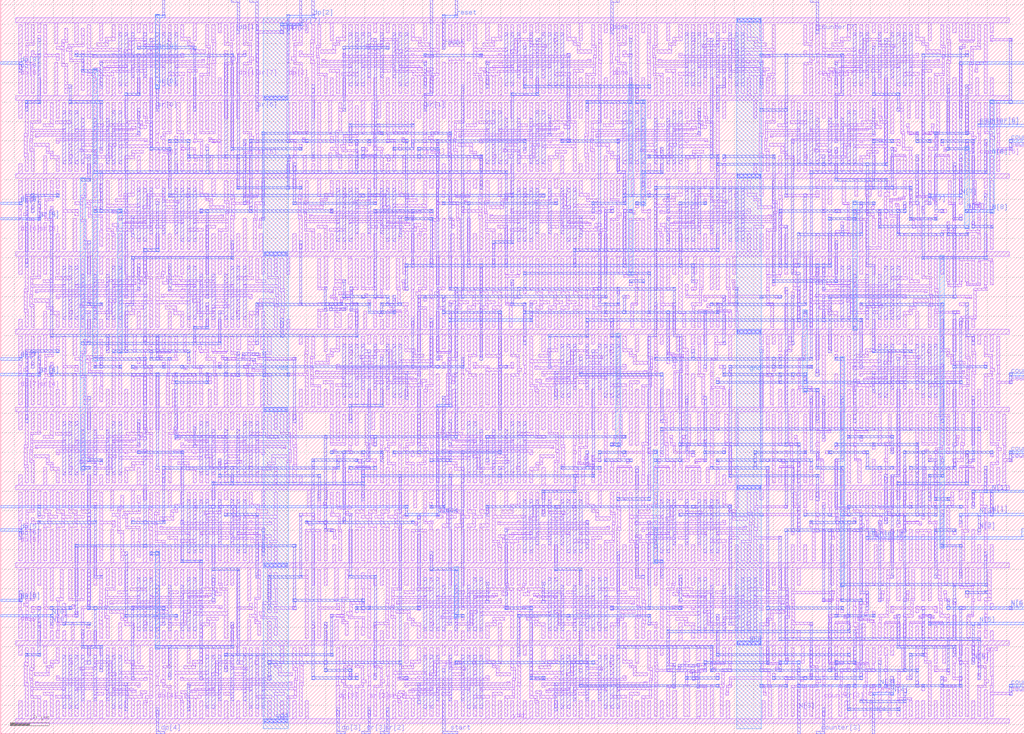
<source format=lef>
VERSION 5.3 ;
   NAMESCASESENSITIVE ON ;
   NOWIREEXTENSIONATPIN ON ;
   DIVIDERCHAR "/" ;
   BUSBITCHARS "[]" ;
UNITS
   DATABASE MICRONS 1000 ;
END UNITS

MACRO map9v3
   CLASS BLOCK ;
   FOREIGN map9v3 ;
   ORIGIN 3.5000 2.3000 ;
   SIZE 263.0000 BY 188.6000 ;
   PIN gnd
      PORT
         LAYER metal1 ;
	    RECT 0.4000 180.4000 255.6000 181.6000 ;
	    RECT 2.8000 175.8000 3.6000 180.4000 ;
	    RECT 6.0000 177.8000 6.8000 180.4000 ;
	    RECT 10.4000 175.0000 11.2000 180.4000 ;
	    RECT 15.6000 175.4000 16.4000 180.4000 ;
	    RECT 22.0000 175.8000 22.8000 180.4000 ;
	    RECT 31.6000 177.8000 32.4000 180.4000 ;
	    RECT 34.8000 177.8000 35.6000 180.4000 ;
	    RECT 46.0000 175.8000 46.8000 180.4000 ;
	    RECT 52.4000 177.8000 53.2000 180.4000 ;
	    RECT 55.6000 175.8000 56.4000 180.4000 ;
	    RECT 60.4000 175.8000 61.2000 180.4000 ;
	    RECT 71.6000 175.8000 72.4000 180.4000 ;
	    RECT 74.8000 177.8000 75.6000 180.4000 ;
	    RECT 81.2000 175.8000 82.0000 180.4000 ;
	    RECT 92.4000 177.8000 93.2000 180.4000 ;
	    RECT 95.6000 177.8000 96.4000 180.4000 ;
	    RECT 105.2000 175.8000 106.0000 180.4000 ;
	    RECT 110.0000 175.8000 110.8000 180.4000 ;
	    RECT 113.2000 175.8000 114.0000 180.4000 ;
	    RECT 116.4000 175.8000 117.2000 180.4000 ;
	    RECT 121.2000 175.8000 122.0000 180.4000 ;
	    RECT 130.8000 177.8000 131.6000 180.4000 ;
	    RECT 134.0000 177.8000 134.8000 180.4000 ;
	    RECT 145.2000 175.8000 146.0000 180.4000 ;
	    RECT 151.6000 177.8000 152.4000 180.4000 ;
	    RECT 154.8000 175.8000 155.6000 180.4000 ;
	    RECT 158.0000 177.8000 158.8000 180.4000 ;
	    RECT 161.2000 177.8000 162.0000 180.4000 ;
	    RECT 167.6000 175.8000 168.4000 180.4000 ;
	    RECT 178.8000 177.8000 179.6000 180.4000 ;
	    RECT 182.0000 177.8000 182.8000 180.4000 ;
	    RECT 191.6000 175.8000 192.4000 180.4000 ;
	    RECT 204.4000 175.8000 205.2000 180.4000 ;
	    RECT 210.8000 175.8000 211.6000 180.4000 ;
	    RECT 220.4000 177.8000 221.2000 180.4000 ;
	    RECT 223.6000 177.8000 224.4000 180.4000 ;
	    RECT 234.8000 175.8000 235.6000 180.4000 ;
	    RECT 241.2000 177.8000 242.0000 180.4000 ;
	    RECT 244.4000 176.6000 245.2000 180.4000 ;
	    RECT 250.8000 177.8000 251.6000 180.4000 ;
	    RECT 1.2000 141.6000 2.0000 144.2000 ;
	    RECT 7.6000 141.6000 8.4000 146.2000 ;
	    RECT 18.8000 141.6000 19.6000 144.2000 ;
	    RECT 22.0000 141.6000 22.8000 144.2000 ;
	    RECT 31.6000 141.6000 32.4000 146.2000 ;
	    RECT 38.0000 141.6000 38.8000 146.2000 ;
	    RECT 41.2000 141.6000 42.0000 144.2000 ;
	    RECT 44.4000 141.6000 45.2000 144.2000 ;
	    RECT 46.0000 141.6000 46.8000 144.2000 ;
	    RECT 50.2000 141.6000 51.0000 146.2000 ;
	    RECT 54.0000 141.6000 54.8000 144.2000 ;
	    RECT 57.2000 141.6000 58.0000 144.2000 ;
	    RECT 60.4000 141.6000 61.2000 146.2000 ;
	    RECT 70.0000 141.6000 70.8000 144.2000 ;
	    RECT 74.2000 141.6000 75.0000 146.2000 ;
	    RECT 76.4000 141.6000 77.2000 144.2000 ;
	    RECT 80.8000 141.6000 81.6000 147.0000 ;
	    RECT 86.0000 141.6000 86.8000 146.6000 ;
	    RECT 90.8000 141.6000 91.6000 145.4000 ;
	    RECT 95.6000 141.6000 96.4000 144.2000 ;
	    RECT 99.8000 141.6000 100.6000 146.2000 ;
	    RECT 103.6000 141.6000 104.4000 144.2000 ;
	    RECT 106.8000 141.6000 107.6000 146.2000 ;
	    RECT 110.0000 141.6000 110.8000 144.2000 ;
	    RECT 116.4000 141.6000 117.2000 146.2000 ;
	    RECT 127.6000 141.6000 128.4000 144.2000 ;
	    RECT 130.8000 141.6000 131.6000 144.2000 ;
	    RECT 140.4000 141.6000 141.2000 146.2000 ;
	    RECT 145.2000 141.6000 146.0000 144.2000 ;
	    RECT 151.6000 141.6000 152.4000 146.2000 ;
	    RECT 162.8000 141.6000 163.6000 144.2000 ;
	    RECT 166.0000 141.6000 166.8000 144.2000 ;
	    RECT 175.6000 141.6000 176.4000 146.2000 ;
	    RECT 182.0000 141.6000 182.8000 144.2000 ;
	    RECT 190.0000 141.6000 190.8000 144.2000 ;
	    RECT 196.4000 141.6000 197.2000 146.2000 ;
	    RECT 207.6000 141.6000 208.4000 144.2000 ;
	    RECT 210.8000 141.6000 211.6000 144.2000 ;
	    RECT 220.4000 141.6000 221.2000 146.2000 ;
	    RECT 226.8000 141.6000 227.6000 145.4000 ;
	    RECT 231.6000 141.6000 232.4000 144.2000 ;
	    RECT 238.0000 141.6000 238.8000 145.4000 ;
	    RECT 242.8000 141.6000 243.6000 144.2000 ;
	    RECT 246.0000 141.6000 246.8000 146.2000 ;
	    RECT 250.8000 141.6000 251.6000 146.2000 ;
	    RECT 0.4000 140.4000 255.6000 141.6000 ;
	    RECT 2.8000 135.8000 3.6000 140.4000 ;
	    RECT 7.6000 135.8000 8.4000 140.4000 ;
	    RECT 10.8000 137.8000 11.6000 140.4000 ;
	    RECT 15.2000 135.0000 16.0000 140.4000 ;
	    RECT 20.4000 135.4000 21.2000 140.4000 ;
	    RECT 26.8000 135.8000 27.6000 140.4000 ;
	    RECT 36.4000 137.8000 37.2000 140.4000 ;
	    RECT 39.6000 137.8000 40.4000 140.4000 ;
	    RECT 50.8000 135.8000 51.6000 140.4000 ;
	    RECT 57.2000 137.8000 58.0000 140.4000 ;
	    RECT 60.4000 136.6000 61.2000 140.4000 ;
	    RECT 71.6000 137.8000 72.4000 140.4000 ;
	    RECT 78.0000 135.8000 78.8000 140.4000 ;
	    RECT 89.2000 137.8000 90.0000 140.4000 ;
	    RECT 92.4000 137.8000 93.2000 140.4000 ;
	    RECT 102.0000 135.8000 102.8000 140.4000 ;
	    RECT 106.8000 137.8000 107.6000 140.4000 ;
	    RECT 110.0000 137.8000 110.8000 140.4000 ;
	    RECT 114.8000 136.6000 115.6000 140.4000 ;
	    RECT 118.0000 137.8000 118.8000 140.4000 ;
	    RECT 124.4000 135.8000 125.2000 140.4000 ;
	    RECT 135.6000 137.8000 136.4000 140.4000 ;
	    RECT 138.8000 137.8000 139.6000 140.4000 ;
	    RECT 148.4000 135.8000 149.2000 140.4000 ;
	    RECT 154.8000 135.8000 155.6000 140.4000 ;
	    RECT 158.6000 135.8000 159.4000 140.4000 ;
	    RECT 162.8000 137.8000 163.6000 140.4000 ;
	    RECT 167.6000 135.8000 168.4000 140.4000 ;
	    RECT 177.2000 137.8000 178.0000 140.4000 ;
	    RECT 180.4000 137.8000 181.2000 140.4000 ;
	    RECT 191.6000 135.8000 192.4000 140.4000 ;
	    RECT 198.0000 137.8000 198.8000 140.4000 ;
	    RECT 206.0000 137.8000 206.8000 140.4000 ;
	    RECT 209.2000 133.8000 210.0000 140.4000 ;
	    RECT 216.0000 135.8000 216.8000 140.4000 ;
	    RECT 222.0000 135.8000 222.8000 140.4000 ;
	    RECT 225.8000 136.0000 226.6000 140.4000 ;
	    RECT 233.2000 136.6000 234.0000 140.4000 ;
	    RECT 236.4000 133.8000 237.2000 140.4000 ;
	    RECT 242.8000 133.8000 243.6000 140.4000 ;
	    RECT 249.2000 137.8000 250.0000 140.4000 ;
	    RECT 1.2000 101.6000 2.0000 104.2000 ;
	    RECT 7.6000 101.6000 8.4000 106.2000 ;
	    RECT 18.8000 101.6000 19.6000 104.2000 ;
	    RECT 22.0000 101.6000 22.8000 104.2000 ;
	    RECT 31.6000 101.6000 32.4000 106.2000 ;
	    RECT 39.6000 101.6000 40.4000 106.2000 ;
	    RECT 49.2000 101.6000 50.0000 104.2000 ;
	    RECT 52.4000 101.6000 53.2000 104.2000 ;
	    RECT 63.6000 101.6000 64.4000 106.2000 ;
	    RECT 70.0000 101.6000 70.8000 104.2000 ;
	    RECT 79.6000 101.6000 80.6000 105.6000 ;
	    RECT 85.8000 102.2000 86.8000 105.6000 ;
	    RECT 85.8000 101.6000 86.6000 102.2000 ;
	    RECT 89.8000 101.6000 90.6000 106.2000 ;
	    RECT 94.0000 101.6000 94.8000 104.2000 ;
	    RECT 97.2000 101.6000 98.0000 105.4000 ;
	    RECT 103.6000 101.6000 104.4000 106.2000 ;
	    RECT 108.4000 101.6000 109.2000 106.2000 ;
	    RECT 111.6000 101.6000 112.4000 106.2000 ;
	    RECT 114.8000 101.6000 115.6000 106.2000 ;
	    RECT 118.0000 101.6000 118.8000 106.2000 ;
	    RECT 121.2000 101.6000 122.0000 106.2000 ;
	    RECT 124.4000 101.6000 125.2000 106.2000 ;
	    RECT 130.8000 101.6000 131.6000 108.2000 ;
	    RECT 132.4000 101.6000 133.2000 106.2000 ;
	    RECT 135.6000 101.6000 136.4000 106.2000 ;
	    RECT 138.8000 101.6000 139.6000 106.2000 ;
	    RECT 142.0000 101.6000 142.8000 106.2000 ;
	    RECT 145.2000 101.6000 146.0000 106.2000 ;
	    RECT 148.4000 101.6000 149.2000 106.2000 ;
	    RECT 151.6000 101.6000 152.4000 104.2000 ;
	    RECT 154.8000 101.6000 155.6000 108.2000 ;
	    RECT 162.8000 101.6000 163.6000 104.2000 ;
	    RECT 164.4000 101.6000 165.2000 106.2000 ;
	    RECT 167.6000 101.6000 168.4000 106.2000 ;
	    RECT 169.2000 101.6000 170.0000 106.2000 ;
	    RECT 177.2000 101.6000 178.0000 105.4000 ;
	    RECT 182.0000 101.6000 182.8000 105.4000 ;
	    RECT 198.0000 101.6000 198.8000 108.2000 ;
	    RECT 199.6000 101.6000 200.4000 104.2000 ;
	    RECT 202.8000 101.6000 203.6000 104.2000 ;
	    RECT 207.6000 101.6000 208.4000 106.2000 ;
	    RECT 217.2000 101.6000 218.0000 104.2000 ;
	    RECT 220.4000 101.6000 221.2000 104.2000 ;
	    RECT 231.6000 101.6000 232.4000 106.2000 ;
	    RECT 238.0000 101.6000 238.8000 104.2000 ;
	    RECT 241.2000 101.6000 242.0000 104.2000 ;
	    RECT 244.4000 101.6000 245.2000 103.8000 ;
	    RECT 0.4000 100.4000 255.6000 101.6000 ;
	    RECT 2.8000 95.8000 3.6000 100.4000 ;
	    RECT 7.6000 95.8000 8.4000 100.4000 ;
	    RECT 10.8000 97.8000 11.6000 100.4000 ;
	    RECT 15.2000 95.0000 16.0000 100.4000 ;
	    RECT 20.4000 95.4000 21.2000 100.4000 ;
	    RECT 23.6000 97.8000 24.4000 100.4000 ;
	    RECT 28.4000 97.8000 29.2000 100.4000 ;
	    RECT 30.6000 95.8000 31.4000 100.4000 ;
	    RECT 34.8000 97.8000 35.6000 100.4000 ;
	    RECT 38.0000 96.6000 38.8000 100.4000 ;
	    RECT 43.4000 95.8000 44.2000 100.4000 ;
	    RECT 47.6000 97.8000 48.4000 100.4000 ;
	    RECT 52.4000 96.6000 53.2000 100.4000 ;
	    RECT 57.2000 96.4000 58.2000 100.4000 ;
	    RECT 63.4000 99.8000 64.2000 100.4000 ;
	    RECT 63.4000 96.4000 64.4000 99.8000 ;
	    RECT 73.2000 97.8000 74.0000 100.4000 ;
	    RECT 79.6000 95.8000 80.4000 100.4000 ;
	    RECT 90.8000 97.8000 91.6000 100.4000 ;
	    RECT 94.0000 97.8000 94.8000 100.4000 ;
	    RECT 103.6000 95.8000 104.4000 100.4000 ;
	    RECT 110.0000 96.6000 110.8000 100.4000 ;
	    RECT 116.4000 95.8000 117.2000 100.4000 ;
	    RECT 119.6000 95.8000 120.4000 100.4000 ;
	    RECT 122.8000 95.8000 123.6000 100.4000 ;
	    RECT 126.0000 95.8000 126.8000 100.4000 ;
	    RECT 129.2000 95.8000 130.0000 100.4000 ;
	    RECT 135.6000 95.8000 136.4000 100.4000 ;
	    RECT 145.2000 97.8000 146.0000 100.4000 ;
	    RECT 148.4000 97.8000 149.2000 100.4000 ;
	    RECT 159.6000 95.8000 160.4000 100.4000 ;
	    RECT 166.0000 97.8000 166.8000 100.4000 ;
	    RECT 170.2000 96.0000 171.0000 100.4000 ;
	    RECT 174.0000 97.8000 174.8000 100.4000 ;
	    RECT 177.2000 97.8000 178.0000 100.4000 ;
	    RECT 183.6000 93.8000 184.4000 100.4000 ;
	    RECT 191.6000 97.8000 192.4000 100.4000 ;
	    RECT 194.8000 97.8000 195.6000 100.4000 ;
	    RECT 196.4000 95.8000 197.2000 100.4000 ;
	    RECT 206.0000 93.8000 206.8000 100.4000 ;
	    RECT 209.2000 97.8000 210.0000 100.4000 ;
	    RECT 210.8000 95.8000 211.6000 100.4000 ;
	    RECT 217.2000 95.8000 218.0000 100.4000 ;
	    RECT 226.8000 97.8000 227.6000 100.4000 ;
	    RECT 230.0000 97.8000 230.8000 100.4000 ;
	    RECT 241.2000 95.8000 242.0000 100.4000 ;
	    RECT 247.6000 97.8000 248.4000 100.4000 ;
	    RECT 250.8000 95.8000 251.6000 100.4000 ;
	    RECT 1.2000 61.6000 2.0000 64.2000 ;
	    RECT 7.6000 61.6000 8.4000 66.2000 ;
	    RECT 18.8000 61.6000 19.6000 64.2000 ;
	    RECT 22.0000 61.6000 22.8000 64.2000 ;
	    RECT 31.6000 61.6000 32.4000 66.2000 ;
	    RECT 36.4000 61.6000 37.2000 64.2000 ;
	    RECT 42.8000 61.6000 43.6000 66.2000 ;
	    RECT 52.4000 61.6000 53.2000 64.2000 ;
	    RECT 55.6000 61.6000 56.4000 64.2000 ;
	    RECT 66.8000 61.6000 67.6000 66.2000 ;
	    RECT 73.2000 61.6000 74.0000 64.2000 ;
	    RECT 81.8000 61.6000 82.6000 66.2000 ;
	    RECT 86.0000 61.6000 86.8000 64.2000 ;
	    RECT 89.2000 61.6000 90.0000 65.4000 ;
	    RECT 95.6000 61.6000 96.4000 66.2000 ;
	    RECT 100.4000 61.6000 101.2000 66.2000 ;
	    RECT 105.2000 61.6000 106.0000 66.2000 ;
	    RECT 111.6000 61.6000 112.4000 66.2000 ;
	    RECT 121.2000 61.6000 122.0000 64.2000 ;
	    RECT 124.4000 61.6000 125.2000 64.2000 ;
	    RECT 135.6000 61.6000 136.4000 66.2000 ;
	    RECT 142.0000 61.6000 142.8000 64.2000 ;
	    RECT 145.8000 61.6000 146.6000 66.0000 ;
	    RECT 150.0000 61.6000 150.8000 64.2000 ;
	    RECT 156.4000 61.6000 157.2000 65.4000 ;
	    RECT 159.6000 61.6000 160.4000 64.2000 ;
	    RECT 162.8000 61.6000 163.6000 64.2000 ;
	    RECT 166.0000 61.6000 166.8000 65.4000 ;
	    RECT 174.0000 61.6000 174.8000 65.4000 ;
	    RECT 180.4000 61.6000 181.2000 66.2000 ;
	    RECT 182.0000 61.6000 182.8000 64.2000 ;
	    RECT 185.2000 61.6000 186.0000 64.2000 ;
	    RECT 193.2000 61.6000 194.0000 64.2000 ;
	    RECT 198.0000 61.6000 198.8000 65.4000 ;
	    RECT 204.4000 61.6000 205.2000 64.2000 ;
	    RECT 210.8000 61.6000 211.6000 68.2000 ;
	    RECT 212.4000 61.6000 213.2000 64.2000 ;
	    RECT 220.4000 61.6000 221.2000 68.2000 ;
	    RECT 222.0000 61.6000 222.8000 64.2000 ;
	    RECT 225.2000 61.6000 226.0000 64.2000 ;
	    RECT 228.4000 61.6000 229.2000 64.2000 ;
	    RECT 230.0000 61.6000 230.8000 64.2000 ;
	    RECT 233.6000 61.6000 234.4000 66.2000 ;
	    RECT 239.6000 61.6000 240.4000 66.2000 ;
	    RECT 244.4000 61.6000 245.2000 65.4000 ;
	    RECT 249.2000 61.6000 250.0000 64.2000 ;
	    RECT 252.4000 61.6000 253.2000 66.2000 ;
	    RECT 0.4000 60.4000 255.6000 61.6000 ;
	    RECT 2.8000 55.8000 3.6000 60.4000 ;
	    RECT 6.0000 55.8000 6.8000 60.4000 ;
	    RECT 9.2000 55.8000 10.0000 60.4000 ;
	    RECT 12.4000 55.8000 13.2000 60.4000 ;
	    RECT 15.6000 55.8000 16.4000 60.4000 ;
	    RECT 18.8000 55.8000 19.6000 60.4000 ;
	    RECT 20.4000 57.8000 21.2000 60.4000 ;
	    RECT 24.8000 55.0000 25.6000 60.4000 ;
	    RECT 30.0000 55.4000 30.8000 60.4000 ;
	    RECT 33.2000 57.8000 34.0000 60.4000 ;
	    RECT 39.6000 55.8000 40.4000 60.4000 ;
	    RECT 50.8000 57.8000 51.6000 60.4000 ;
	    RECT 54.0000 57.8000 54.8000 60.4000 ;
	    RECT 63.6000 55.8000 64.4000 60.4000 ;
	    RECT 75.4000 55.8000 76.2000 60.4000 ;
	    RECT 79.6000 57.8000 80.4000 60.4000 ;
	    RECT 84.4000 56.6000 85.2000 60.4000 ;
	    RECT 87.6000 55.8000 88.4000 60.4000 ;
	    RECT 90.8000 55.8000 91.6000 60.4000 ;
	    RECT 94.0000 55.8000 94.8000 60.4000 ;
	    RECT 97.2000 55.8000 98.0000 60.4000 ;
	    RECT 100.4000 55.8000 101.2000 60.4000 ;
	    RECT 102.6000 55.8000 103.4000 60.4000 ;
	    RECT 106.8000 57.8000 107.6000 60.4000 ;
	    RECT 108.4000 55.8000 109.2000 60.4000 ;
	    RECT 111.6000 55.8000 112.4000 60.4000 ;
	    RECT 114.8000 55.8000 115.6000 60.4000 ;
	    RECT 118.0000 55.8000 118.8000 60.4000 ;
	    RECT 121.2000 55.8000 122.0000 60.4000 ;
	    RECT 126.0000 55.8000 126.8000 60.4000 ;
	    RECT 135.6000 57.8000 136.4000 60.4000 ;
	    RECT 138.8000 57.8000 139.6000 60.4000 ;
	    RECT 150.0000 55.8000 150.8000 60.4000 ;
	    RECT 156.4000 57.8000 157.2000 60.4000 ;
	    RECT 161.2000 55.8000 162.0000 60.4000 ;
	    RECT 170.8000 57.8000 171.6000 60.4000 ;
	    RECT 174.0000 57.8000 174.8000 60.4000 ;
	    RECT 185.2000 55.8000 186.0000 60.4000 ;
	    RECT 191.6000 57.8000 192.4000 60.4000 ;
	    RECT 202.8000 55.8000 203.6000 60.4000 ;
	    RECT 204.4000 57.8000 205.2000 60.4000 ;
	    RECT 207.6000 57.8000 208.4000 60.4000 ;
	    RECT 212.4000 56.6000 213.2000 60.4000 ;
	    RECT 217.2000 55.8000 218.0000 60.4000 ;
	    RECT 223.6000 56.6000 224.4000 60.4000 ;
	    RECT 226.8000 57.8000 227.6000 60.4000 ;
	    RECT 230.0000 57.8000 230.8000 60.4000 ;
	    RECT 232.2000 55.8000 233.0000 60.4000 ;
	    RECT 236.4000 57.8000 237.2000 60.4000 ;
	    RECT 238.0000 55.8000 238.8000 60.4000 ;
	    RECT 242.8000 57.8000 243.6000 60.4000 ;
	    RECT 246.0000 57.8000 246.8000 60.4000 ;
	    RECT 250.8000 55.8000 251.6000 60.4000 ;
	    RECT 2.8000 21.6000 3.6000 26.2000 ;
	    RECT 6.0000 21.6000 6.8000 24.2000 ;
	    RECT 9.2000 21.6000 10.0000 24.2000 ;
	    RECT 12.4000 21.6000 13.2000 24.2000 ;
	    RECT 14.6000 21.6000 15.4000 26.2000 ;
	    RECT 18.8000 21.6000 19.6000 24.2000 ;
	    RECT 20.4000 21.6000 21.2000 24.2000 ;
	    RECT 26.8000 21.6000 27.6000 26.2000 ;
	    RECT 38.0000 21.6000 38.8000 24.2000 ;
	    RECT 41.2000 21.6000 42.0000 24.2000 ;
	    RECT 50.8000 21.6000 51.6000 26.2000 ;
	    RECT 55.6000 21.6000 56.4000 24.2000 ;
	    RECT 60.0000 21.6000 60.8000 27.0000 ;
	    RECT 65.2000 21.6000 66.0000 26.6000 ;
	    RECT 76.4000 21.6000 77.2000 24.2000 ;
	    RECT 79.6000 21.6000 80.4000 24.2000 ;
	    RECT 82.4000 21.6000 83.2000 27.0000 ;
	    RECT 87.6000 21.6000 88.4000 26.6000 ;
	    RECT 92.4000 21.6000 93.2000 24.2000 ;
	    RECT 94.0000 21.6000 94.8000 24.2000 ;
	    RECT 100.4000 21.6000 101.2000 26.2000 ;
	    RECT 111.6000 21.6000 112.4000 24.2000 ;
	    RECT 114.8000 21.6000 115.6000 24.2000 ;
	    RECT 124.4000 21.6000 125.2000 26.2000 ;
	    RECT 132.4000 21.6000 133.2000 26.2000 ;
	    RECT 142.0000 21.6000 142.8000 24.2000 ;
	    RECT 145.2000 21.6000 146.0000 24.2000 ;
	    RECT 156.4000 21.6000 157.2000 26.2000 ;
	    RECT 162.8000 21.6000 163.6000 24.2000 ;
	    RECT 164.4000 21.6000 165.2000 24.2000 ;
	    RECT 170.8000 21.6000 171.6000 26.2000 ;
	    RECT 180.4000 21.6000 181.2000 24.2000 ;
	    RECT 183.6000 21.6000 184.4000 24.2000 ;
	    RECT 194.8000 21.6000 195.6000 26.2000 ;
	    RECT 201.2000 21.6000 202.0000 24.2000 ;
	    RECT 212.4000 21.6000 213.2000 25.4000 ;
	    RECT 217.8000 21.6000 218.6000 26.0000 ;
	    RECT 225.2000 21.6000 226.0000 25.4000 ;
	    RECT 231.6000 21.6000 232.4000 25.4000 ;
	    RECT 236.4000 21.6000 237.2000 25.4000 ;
	    RECT 241.2000 21.6000 242.0000 28.2000 ;
	    RECT 247.6000 21.6000 248.4000 24.2000 ;
	    RECT 250.8000 21.6000 251.6000 24.2000 ;
	    RECT 0.4000 20.4000 255.6000 21.6000 ;
	    RECT 1.2000 17.8000 2.0000 20.4000 ;
	    RECT 7.6000 15.8000 8.4000 20.4000 ;
	    RECT 18.8000 17.8000 19.6000 20.4000 ;
	    RECT 22.0000 17.8000 22.8000 20.4000 ;
	    RECT 31.6000 15.8000 32.4000 20.4000 ;
	    RECT 38.0000 15.8000 38.8000 20.4000 ;
	    RECT 44.4000 15.8000 45.2000 20.4000 ;
	    RECT 54.0000 17.8000 54.8000 20.4000 ;
	    RECT 57.2000 17.8000 58.0000 20.4000 ;
	    RECT 68.4000 15.8000 69.2000 20.4000 ;
	    RECT 74.8000 17.8000 75.6000 20.4000 ;
	    RECT 84.4000 15.8000 85.2000 20.4000 ;
	    RECT 89.2000 15.8000 90.0000 20.4000 ;
	    RECT 94.0000 15.8000 94.8000 20.4000 ;
	    RECT 100.4000 15.8000 101.2000 20.4000 ;
	    RECT 110.0000 17.8000 110.8000 20.4000 ;
	    RECT 113.2000 17.8000 114.0000 20.4000 ;
	    RECT 124.4000 15.8000 125.2000 20.4000 ;
	    RECT 130.8000 17.8000 131.6000 20.4000 ;
	    RECT 135.6000 15.8000 136.4000 20.4000 ;
	    RECT 145.2000 17.8000 146.0000 20.4000 ;
	    RECT 148.4000 17.8000 149.2000 20.4000 ;
	    RECT 159.6000 15.8000 160.4000 20.4000 ;
	    RECT 166.0000 17.8000 166.8000 20.4000 ;
	    RECT 169.2000 16.4000 170.2000 20.4000 ;
	    RECT 175.4000 19.8000 176.2000 20.4000 ;
	    RECT 175.4000 16.4000 176.4000 19.8000 ;
	    RECT 180.4000 16.6000 181.2000 20.4000 ;
	    RECT 194.8000 16.6000 195.6000 20.4000 ;
	    RECT 198.0000 17.8000 198.8000 20.4000 ;
	    RECT 202.2000 15.8000 203.0000 20.4000 ;
	    RECT 206.0000 15.8000 206.8000 20.4000 ;
	    RECT 210.8000 16.6000 211.6000 20.4000 ;
	    RECT 217.2000 16.6000 218.0000 20.4000 ;
	    RECT 222.0000 17.8000 222.8000 20.4000 ;
	    RECT 225.2000 17.8000 226.0000 20.4000 ;
	    RECT 231.6000 13.8000 232.4000 20.4000 ;
	    RECT 236.4000 15.8000 237.2000 20.4000 ;
	    RECT 238.6000 15.8000 239.4000 20.4000 ;
	    RECT 242.8000 17.8000 243.6000 20.4000 ;
	    RECT 246.0000 17.8000 246.8000 20.4000 ;
	    RECT 249.2000 15.8000 250.0000 20.4000 ;
         LAYER metal2 ;
	    RECT 188.2000 181.4000 189.4000 181.6000 ;
	    RECT 185.9000 180.6000 191.7000 181.4000 ;
	    RECT 188.2000 180.4000 189.4000 180.6000 ;
	    RECT 188.2000 141.4000 189.4000 141.6000 ;
	    RECT 185.9000 140.6000 191.7000 141.4000 ;
	    RECT 188.2000 140.4000 189.4000 140.6000 ;
	    RECT 188.2000 101.4000 189.4000 101.6000 ;
	    RECT 185.9000 100.6000 191.7000 101.4000 ;
	    RECT 188.2000 100.4000 189.4000 100.6000 ;
	    RECT 188.2000 61.4000 189.4000 61.6000 ;
	    RECT 185.9000 60.6000 191.7000 61.4000 ;
	    RECT 188.2000 60.4000 189.4000 60.6000 ;
	    RECT 188.2000 21.4000 189.4000 21.6000 ;
	    RECT 185.9000 20.6000 191.7000 21.4000 ;
	    RECT 188.2000 20.4000 189.4000 20.6000 ;
         LAYER metal3 ;
	    RECT 185.8000 180.4000 191.8000 181.6000 ;
	    RECT 185.8000 140.4000 191.8000 141.6000 ;
	    RECT 185.8000 100.4000 191.8000 101.6000 ;
	    RECT 185.8000 60.4000 191.8000 61.6000 ;
	    RECT 185.8000 20.4000 191.8000 21.6000 ;
         LAYER metal4 ;
	    RECT 185.6000 -1.0000 192.0000 181.6000 ;
      END
   END gnd
   PIN vdd
      PORT
         LAYER metal1 ;
	    RECT 48.2000 170.8000 49.0000 171.0000 ;
	    RECT 22.0000 170.2000 49.0000 170.8000 ;
	    RECT 79.0000 170.8000 79.8000 171.0000 ;
	    RECT 147.4000 170.8000 148.2000 171.0000 ;
	    RECT 79.0000 170.2000 106.0000 170.8000 ;
	    RECT 121.2000 170.2000 148.2000 170.8000 ;
	    RECT 165.4000 170.8000 166.2000 171.0000 ;
	    RECT 237.0000 170.8000 237.8000 171.0000 ;
	    RECT 165.4000 170.2000 192.4000 170.8000 ;
	    RECT 2.8000 161.6000 3.6000 169.0000 ;
	    RECT 6.0000 161.6000 6.8000 166.2000 ;
	    RECT 10.4000 161.6000 11.2000 170.2000 ;
	    RECT 15.6000 161.6000 16.4000 169.8000 ;
	    RECT 22.0000 169.6000 22.8000 170.2000 ;
	    RECT 25.4000 170.0000 26.2000 170.2000 ;
	    RECT 101.8000 170.0000 102.6000 170.2000 ;
	    RECT 105.2000 169.6000 106.0000 170.2000 ;
	    RECT 18.8000 161.6000 19.6000 166.2000 ;
	    RECT 22.0000 161.6000 22.8000 166.2000 ;
	    RECT 25.2000 161.6000 26.0000 166.2000 ;
	    RECT 31.6000 161.6000 32.4000 166.2000 ;
	    RECT 34.8000 161.6000 35.6000 166.2000 ;
	    RECT 42.8000 161.6000 43.6000 166.2000 ;
	    RECT 46.0000 161.6000 46.8000 166.2000 ;
	    RECT 49.2000 161.6000 50.0000 166.2000 ;
	    RECT 52.4000 161.6000 53.2000 166.2000 ;
	    RECT 55.6000 161.6000 56.4000 169.0000 ;
	    RECT 60.4000 161.6000 61.2000 169.0000 ;
	    RECT 71.6000 161.6000 72.4000 169.0000 ;
	    RECT 74.8000 161.6000 75.6000 166.2000 ;
	    RECT 78.0000 161.6000 78.8000 166.2000 ;
	    RECT 81.2000 161.6000 82.0000 166.2000 ;
	    RECT 84.4000 161.6000 85.2000 166.2000 ;
	    RECT 92.4000 161.6000 93.2000 166.2000 ;
	    RECT 95.6000 161.6000 96.4000 166.2000 ;
	    RECT 102.0000 161.6000 102.8000 166.2000 ;
	    RECT 105.2000 161.6000 106.0000 166.2000 ;
	    RECT 108.4000 161.6000 109.2000 166.2000 ;
	    RECT 110.0000 161.6000 110.8000 170.2000 ;
	    RECT 113.2000 161.6000 114.0000 170.2000 ;
	    RECT 116.4000 161.6000 117.2000 170.2000 ;
	    RECT 121.2000 169.6000 122.0000 170.2000 ;
	    RECT 124.6000 170.0000 125.4000 170.2000 ;
	    RECT 188.2000 170.0000 189.0000 170.2000 ;
	    RECT 191.6000 169.6000 192.4000 170.2000 ;
	    RECT 210.8000 170.2000 237.8000 170.8000 ;
	    RECT 210.8000 169.6000 211.6000 170.2000 ;
	    RECT 214.2000 170.0000 215.0000 170.2000 ;
	    RECT 118.0000 161.6000 118.8000 166.2000 ;
	    RECT 121.2000 161.6000 122.0000 166.2000 ;
	    RECT 124.4000 161.6000 125.2000 166.2000 ;
	    RECT 130.8000 161.6000 131.6000 166.2000 ;
	    RECT 134.0000 161.6000 134.8000 166.2000 ;
	    RECT 142.0000 161.6000 142.8000 166.2000 ;
	    RECT 145.2000 161.6000 146.0000 166.2000 ;
	    RECT 148.4000 161.6000 149.2000 166.2000 ;
	    RECT 151.6000 161.6000 152.4000 166.2000 ;
	    RECT 154.8000 161.6000 155.6000 169.0000 ;
	    RECT 158.0000 161.6000 158.8000 166.2000 ;
	    RECT 161.2000 161.6000 162.0000 166.2000 ;
	    RECT 164.4000 161.6000 165.2000 166.2000 ;
	    RECT 167.6000 161.6000 168.4000 166.2000 ;
	    RECT 170.8000 161.6000 171.6000 166.2000 ;
	    RECT 178.8000 161.6000 179.6000 166.2000 ;
	    RECT 182.0000 161.6000 182.8000 166.2000 ;
	    RECT 188.4000 161.6000 189.2000 166.2000 ;
	    RECT 191.6000 161.6000 192.4000 166.2000 ;
	    RECT 194.8000 161.6000 195.6000 166.2000 ;
	    RECT 204.4000 161.6000 205.2000 169.0000 ;
	    RECT 207.6000 161.6000 208.4000 166.2000 ;
	    RECT 210.8000 161.6000 211.6000 166.2000 ;
	    RECT 214.0000 161.6000 214.8000 166.2000 ;
	    RECT 220.4000 161.6000 221.2000 166.2000 ;
	    RECT 223.6000 161.6000 224.4000 166.2000 ;
	    RECT 231.6000 161.6000 232.4000 166.2000 ;
	    RECT 234.8000 161.6000 235.6000 166.2000 ;
	    RECT 238.0000 161.6000 238.8000 166.2000 ;
	    RECT 241.2000 161.6000 242.0000 166.2000 ;
	    RECT 242.8000 161.6000 243.6000 170.2000 ;
	    RECT 247.0000 161.6000 247.8000 166.2000 ;
	    RECT 250.8000 161.6000 251.6000 166.2000 ;
	    RECT 0.4000 160.4000 255.6000 161.6000 ;
	    RECT 1.2000 155.8000 2.0000 160.4000 ;
	    RECT 4.4000 155.8000 5.2000 160.4000 ;
	    RECT 7.6000 155.8000 8.4000 160.4000 ;
	    RECT 10.8000 155.8000 11.6000 160.4000 ;
	    RECT 18.8000 155.8000 19.6000 160.4000 ;
	    RECT 22.0000 155.8000 22.8000 160.4000 ;
	    RECT 28.4000 155.8000 29.2000 160.4000 ;
	    RECT 31.6000 155.8000 32.4000 160.4000 ;
	    RECT 34.8000 155.8000 35.6000 160.4000 ;
	    RECT 38.0000 153.0000 38.8000 160.4000 ;
	    RECT 28.2000 151.8000 29.0000 152.0000 ;
	    RECT 31.6000 151.8000 32.4000 152.4000 ;
	    RECT 44.4000 151.8000 45.2000 160.4000 ;
	    RECT 49.2000 153.0000 50.0000 160.4000 ;
	    RECT 54.0000 155.8000 54.8000 160.4000 ;
	    RECT 57.2000 155.8000 58.0000 160.4000 ;
	    RECT 60.4000 153.0000 61.2000 160.4000 ;
	    RECT 73.2000 153.0000 74.0000 160.4000 ;
	    RECT 76.4000 155.8000 77.2000 160.4000 ;
	    RECT 80.8000 151.8000 81.6000 160.4000 ;
	    RECT 86.0000 152.2000 86.8000 160.4000 ;
	    RECT 89.2000 151.8000 90.0000 160.4000 ;
	    RECT 93.4000 155.8000 94.2000 160.4000 ;
	    RECT 98.8000 153.0000 99.6000 160.4000 ;
	    RECT 103.6000 155.8000 104.4000 160.4000 ;
	    RECT 106.8000 153.0000 107.6000 160.4000 ;
	    RECT 110.0000 155.8000 110.8000 160.4000 ;
	    RECT 113.2000 155.8000 114.0000 160.4000 ;
	    RECT 116.4000 155.8000 117.2000 160.4000 ;
	    RECT 119.6000 155.8000 120.4000 160.4000 ;
	    RECT 127.6000 155.8000 128.4000 160.4000 ;
	    RECT 130.8000 155.8000 131.6000 160.4000 ;
	    RECT 137.2000 155.8000 138.0000 160.4000 ;
	    RECT 140.4000 155.8000 141.2000 160.4000 ;
	    RECT 143.6000 155.8000 144.4000 160.4000 ;
	    RECT 145.2000 155.8000 146.0000 160.4000 ;
	    RECT 148.4000 155.8000 149.2000 160.4000 ;
	    RECT 151.6000 155.8000 152.4000 160.4000 ;
	    RECT 154.8000 155.8000 155.6000 160.4000 ;
	    RECT 162.8000 155.8000 163.6000 160.4000 ;
	    RECT 166.0000 155.8000 166.8000 160.4000 ;
	    RECT 172.4000 155.8000 173.2000 160.4000 ;
	    RECT 175.6000 155.8000 176.4000 160.4000 ;
	    RECT 178.8000 155.8000 179.6000 160.4000 ;
	    RECT 182.0000 155.8000 182.8000 160.4000 ;
	    RECT 190.0000 155.8000 190.8000 160.4000 ;
	    RECT 193.2000 155.8000 194.0000 160.4000 ;
	    RECT 196.4000 155.8000 197.2000 160.4000 ;
	    RECT 199.6000 155.8000 200.4000 160.4000 ;
	    RECT 207.6000 155.8000 208.4000 160.4000 ;
	    RECT 210.8000 155.8000 211.6000 160.4000 ;
	    RECT 217.2000 155.8000 218.0000 160.4000 ;
	    RECT 220.4000 155.8000 221.2000 160.4000 ;
	    RECT 223.6000 155.8000 224.4000 160.4000 ;
	    RECT 137.0000 151.8000 138.0000 152.0000 ;
	    RECT 140.4000 151.8000 141.2000 152.4000 ;
	    RECT 172.2000 151.8000 173.0000 152.0000 ;
	    RECT 175.6000 151.8000 176.4000 152.4000 ;
	    RECT 217.0000 151.8000 217.8000 152.0000 ;
	    RECT 220.4000 151.8000 221.2000 152.4000 ;
	    RECT 225.2000 151.8000 226.0000 160.4000 ;
	    RECT 229.4000 155.8000 230.2000 160.4000 ;
	    RECT 231.6000 155.8000 232.4000 160.4000 ;
	    RECT 235.4000 155.8000 236.2000 160.4000 ;
	    RECT 239.6000 151.8000 240.4000 160.4000 ;
	    RECT 242.8000 155.8000 243.6000 160.4000 ;
	    RECT 246.0000 153.0000 246.8000 160.4000 ;
	    RECT 250.8000 153.0000 251.6000 160.4000 ;
	    RECT 5.4000 151.2000 32.4000 151.8000 ;
	    RECT 114.2000 151.2000 141.2000 151.8000 ;
	    RECT 149.4000 151.2000 176.4000 151.8000 ;
	    RECT 194.2000 151.2000 221.2000 151.8000 ;
	    RECT 5.4000 151.0000 6.2000 151.2000 ;
	    RECT 114.2000 151.0000 115.0000 151.2000 ;
	    RECT 149.4000 151.0000 150.2000 151.2000 ;
	    RECT 194.2000 151.0000 195.0000 151.2000 ;
	    RECT 53.0000 130.8000 53.8000 131.0000 ;
	    RECT 26.8000 130.2000 53.8000 130.8000 ;
	    RECT 75.8000 130.8000 76.6000 131.0000 ;
	    RECT 122.2000 130.8000 123.0000 131.0000 ;
	    RECT 193.8000 130.8000 194.6000 131.0000 ;
	    RECT 75.8000 130.2000 102.8000 130.8000 ;
	    RECT 122.2000 130.2000 149.2000 130.8000 ;
	    RECT 2.8000 121.6000 3.6000 129.0000 ;
	    RECT 7.6000 121.6000 8.4000 129.0000 ;
	    RECT 10.8000 121.6000 11.6000 126.2000 ;
	    RECT 15.2000 121.6000 16.0000 130.2000 ;
	    RECT 20.4000 121.6000 21.2000 129.8000 ;
	    RECT 26.8000 129.6000 27.6000 130.2000 ;
	    RECT 30.0000 130.0000 31.0000 130.2000 ;
	    RECT 23.6000 121.6000 24.4000 126.2000 ;
	    RECT 26.8000 121.6000 27.6000 126.2000 ;
	    RECT 30.0000 121.6000 30.8000 126.2000 ;
	    RECT 36.4000 121.6000 37.2000 126.2000 ;
	    RECT 39.6000 121.6000 40.4000 126.2000 ;
	    RECT 47.6000 121.6000 48.4000 126.2000 ;
	    RECT 50.8000 121.6000 51.6000 126.2000 ;
	    RECT 54.0000 121.6000 54.8000 126.2000 ;
	    RECT 57.2000 121.6000 58.0000 126.2000 ;
	    RECT 58.8000 121.6000 59.6000 130.2000 ;
	    RECT 98.6000 130.0000 99.6000 130.2000 ;
	    RECT 102.0000 129.6000 102.8000 130.2000 ;
	    RECT 63.0000 121.6000 63.8000 126.2000 ;
	    RECT 71.6000 121.6000 72.4000 126.2000 ;
	    RECT 74.8000 121.6000 75.6000 126.2000 ;
	    RECT 78.0000 121.6000 78.8000 126.2000 ;
	    RECT 81.2000 121.6000 82.0000 126.2000 ;
	    RECT 89.2000 121.6000 90.0000 126.2000 ;
	    RECT 92.4000 121.6000 93.2000 126.2000 ;
	    RECT 98.8000 121.6000 99.6000 126.2000 ;
	    RECT 102.0000 121.6000 102.8000 126.2000 ;
	    RECT 105.2000 121.6000 106.0000 126.2000 ;
	    RECT 110.0000 121.6000 110.8000 130.2000 ;
	    RECT 112.2000 121.6000 113.0000 126.2000 ;
	    RECT 116.4000 121.6000 117.2000 130.2000 ;
	    RECT 145.0000 130.0000 146.0000 130.2000 ;
	    RECT 148.4000 129.6000 149.2000 130.2000 ;
	    RECT 167.6000 130.2000 194.6000 130.8000 ;
	    RECT 167.6000 129.6000 168.4000 130.2000 ;
	    RECT 171.0000 130.0000 171.8000 130.2000 ;
	    RECT 118.0000 121.6000 118.8000 126.2000 ;
	    RECT 121.2000 121.6000 122.0000 126.2000 ;
	    RECT 124.4000 121.6000 125.2000 126.2000 ;
	    RECT 127.6000 121.6000 128.4000 126.2000 ;
	    RECT 135.6000 121.6000 136.4000 126.2000 ;
	    RECT 138.8000 121.6000 139.6000 126.2000 ;
	    RECT 145.2000 121.6000 146.0000 126.2000 ;
	    RECT 148.4000 121.6000 149.2000 126.2000 ;
	    RECT 151.6000 121.6000 152.4000 126.2000 ;
	    RECT 154.8000 121.6000 155.6000 129.0000 ;
	    RECT 159.6000 121.6000 160.4000 129.0000 ;
	    RECT 164.4000 121.6000 165.2000 126.2000 ;
	    RECT 167.6000 121.6000 168.4000 126.2000 ;
	    RECT 170.8000 121.6000 171.6000 126.2000 ;
	    RECT 177.2000 121.6000 178.0000 126.2000 ;
	    RECT 180.4000 121.6000 181.2000 126.2000 ;
	    RECT 188.4000 121.6000 189.2000 126.2000 ;
	    RECT 191.6000 121.6000 192.4000 126.2000 ;
	    RECT 194.8000 121.6000 195.6000 126.2000 ;
	    RECT 198.0000 121.6000 198.8000 126.2000 ;
	    RECT 206.0000 121.6000 206.8000 126.2000 ;
	    RECT 209.2000 121.6000 210.0000 126.2000 ;
	    RECT 212.4000 121.6000 213.2000 125.8000 ;
	    RECT 217.2000 121.6000 218.0000 129.0000 ;
	    RECT 225.2000 121.6000 226.0000 129.8000 ;
	    RECT 228.4000 121.6000 229.2000 126.2000 ;
	    RECT 230.6000 121.6000 231.4000 126.2000 ;
	    RECT 234.8000 121.6000 235.6000 130.2000 ;
	    RECT 236.4000 121.6000 237.2000 126.2000 ;
	    RECT 239.6000 121.6000 240.4000 125.8000 ;
	    RECT 242.8000 121.6000 243.6000 126.2000 ;
	    RECT 246.0000 121.6000 246.8000 125.8000 ;
	    RECT 249.2000 121.6000 250.0000 126.2000 ;
	    RECT 0.4000 120.4000 255.6000 121.6000 ;
	    RECT 1.2000 115.8000 2.0000 120.4000 ;
	    RECT 4.4000 115.8000 5.2000 120.4000 ;
	    RECT 7.6000 115.8000 8.4000 120.4000 ;
	    RECT 10.8000 115.8000 11.6000 120.4000 ;
	    RECT 18.8000 115.8000 19.6000 120.4000 ;
	    RECT 22.0000 115.8000 22.8000 120.4000 ;
	    RECT 28.4000 115.8000 29.2000 120.4000 ;
	    RECT 31.6000 115.8000 32.4000 120.4000 ;
	    RECT 34.8000 115.8000 35.6000 120.4000 ;
	    RECT 36.4000 115.8000 37.2000 120.4000 ;
	    RECT 39.6000 115.8000 40.4000 120.4000 ;
	    RECT 42.8000 115.8000 43.6000 120.4000 ;
	    RECT 49.2000 115.8000 50.0000 120.4000 ;
	    RECT 52.4000 115.8000 53.2000 120.4000 ;
	    RECT 60.4000 115.8000 61.2000 120.4000 ;
	    RECT 63.6000 115.8000 64.4000 120.4000 ;
	    RECT 66.8000 115.8000 67.6000 120.4000 ;
	    RECT 70.0000 115.8000 70.8000 120.4000 ;
	    RECT 79.6000 113.2000 80.6000 120.4000 ;
	    RECT 85.8000 119.8000 86.6000 120.4000 ;
	    RECT 85.8000 113.2000 86.8000 119.8000 ;
	    RECT 90.8000 113.0000 91.6000 120.4000 ;
	    RECT 28.2000 111.8000 29.0000 112.0000 ;
	    RECT 31.6000 111.8000 32.4000 112.4000 ;
	    RECT 5.4000 111.2000 32.4000 111.8000 ;
	    RECT 39.6000 111.8000 40.4000 112.4000 ;
	    RECT 43.0000 111.8000 43.8000 112.0000 ;
	    RECT 95.6000 111.8000 96.4000 120.4000 ;
	    RECT 99.8000 115.8000 100.6000 120.4000 ;
	    RECT 103.6000 113.0000 104.4000 120.4000 ;
	    RECT 108.4000 113.0000 109.2000 120.4000 ;
	    RECT 111.6000 111.8000 112.4000 120.4000 ;
	    RECT 114.8000 111.8000 115.6000 120.4000 ;
	    RECT 118.0000 111.8000 118.8000 120.4000 ;
	    RECT 121.2000 111.8000 122.0000 120.4000 ;
	    RECT 124.4000 111.8000 125.2000 120.4000 ;
	    RECT 127.6000 116.2000 128.4000 120.4000 ;
	    RECT 130.8000 115.8000 131.6000 120.4000 ;
	    RECT 132.4000 111.8000 133.2000 120.4000 ;
	    RECT 135.6000 111.8000 136.4000 120.4000 ;
	    RECT 138.8000 111.8000 139.6000 120.4000 ;
	    RECT 142.0000 111.8000 142.8000 120.4000 ;
	    RECT 145.2000 111.8000 146.0000 120.4000 ;
	    RECT 148.4000 113.0000 149.2000 120.4000 ;
	    RECT 151.6000 115.8000 152.4000 120.4000 ;
	    RECT 154.8000 115.8000 155.6000 120.4000 ;
	    RECT 158.0000 116.2000 158.8000 120.4000 ;
	    RECT 162.8000 115.8000 163.6000 120.4000 ;
	    RECT 164.4000 111.8000 165.2000 120.4000 ;
	    RECT 167.6000 111.8000 168.4000 120.4000 ;
	    RECT 169.2000 115.8000 170.0000 120.4000 ;
	    RECT 172.4000 115.8000 173.2000 120.4000 ;
	    RECT 174.6000 115.8000 175.4000 120.4000 ;
	    RECT 178.8000 111.8000 179.6000 120.4000 ;
	    RECT 180.4000 111.8000 181.2000 120.4000 ;
	    RECT 184.6000 115.8000 185.4000 120.4000 ;
	    RECT 194.8000 116.2000 195.6000 120.4000 ;
	    RECT 198.0000 115.8000 198.8000 120.4000 ;
	    RECT 202.8000 111.8000 203.6000 120.4000 ;
	    RECT 204.4000 115.8000 205.2000 120.4000 ;
	    RECT 207.6000 115.8000 208.4000 120.4000 ;
	    RECT 210.8000 115.8000 211.6000 120.4000 ;
	    RECT 217.2000 115.8000 218.0000 120.4000 ;
	    RECT 220.4000 115.8000 221.2000 120.4000 ;
	    RECT 228.4000 115.8000 229.2000 120.4000 ;
	    RECT 231.6000 115.8000 232.4000 120.4000 ;
	    RECT 234.8000 115.8000 235.6000 120.4000 ;
	    RECT 238.0000 115.8000 238.8000 120.4000 ;
	    RECT 241.2000 113.8000 242.0000 120.4000 ;
	    RECT 207.6000 111.8000 208.4000 112.4000 ;
	    RECT 211.0000 111.8000 211.8000 112.0000 ;
	    RECT 39.6000 111.2000 66.6000 111.8000 ;
	    RECT 207.6000 111.2000 234.6000 111.8000 ;
	    RECT 5.4000 111.0000 6.2000 111.2000 ;
	    RECT 65.8000 111.0000 66.6000 111.2000 ;
	    RECT 233.8000 111.0000 234.6000 111.2000 ;
	    RECT 77.4000 90.8000 78.2000 91.0000 ;
	    RECT 161.8000 90.8000 162.6000 91.0000 ;
	    RECT 243.4000 90.8000 244.2000 91.0000 ;
	    RECT 77.4000 90.2000 104.4000 90.8000 ;
	    RECT 135.6000 90.2000 162.6000 90.8000 ;
	    RECT 217.2000 90.2000 244.2000 90.8000 ;
	    RECT 2.8000 81.6000 3.6000 89.0000 ;
	    RECT 7.6000 81.6000 8.4000 89.0000 ;
	    RECT 10.8000 81.6000 11.6000 86.2000 ;
	    RECT 15.2000 81.6000 16.0000 90.2000 ;
	    RECT 20.4000 81.6000 21.2000 89.8000 ;
	    RECT 23.6000 81.6000 24.4000 86.2000 ;
	    RECT 28.4000 81.6000 29.2000 86.2000 ;
	    RECT 31.6000 81.6000 32.4000 89.0000 ;
	    RECT 36.4000 81.6000 37.2000 90.2000 ;
	    RECT 40.6000 81.6000 41.4000 86.2000 ;
	    RECT 44.4000 81.6000 45.2000 89.0000 ;
	    RECT 49.8000 81.6000 50.6000 86.2000 ;
	    RECT 54.0000 81.6000 54.8000 90.2000 ;
	    RECT 100.2000 90.0000 101.2000 90.2000 ;
	    RECT 103.6000 89.6000 104.4000 90.2000 ;
	    RECT 57.2000 81.6000 58.2000 88.8000 ;
	    RECT 63.4000 82.2000 64.4000 88.8000 ;
	    RECT 63.4000 81.6000 64.2000 82.2000 ;
	    RECT 73.2000 81.6000 74.0000 86.2000 ;
	    RECT 76.4000 81.6000 77.2000 86.2000 ;
	    RECT 79.6000 81.6000 80.4000 86.2000 ;
	    RECT 82.8000 81.6000 83.6000 86.2000 ;
	    RECT 90.8000 81.6000 91.6000 86.2000 ;
	    RECT 94.0000 81.6000 94.8000 86.2000 ;
	    RECT 100.4000 81.6000 101.2000 86.2000 ;
	    RECT 103.6000 81.6000 104.4000 86.2000 ;
	    RECT 106.8000 81.6000 107.6000 86.2000 ;
	    RECT 108.4000 81.6000 109.2000 90.2000 ;
	    RECT 112.6000 81.6000 113.4000 86.2000 ;
	    RECT 116.4000 81.6000 117.2000 89.0000 ;
	    RECT 119.6000 81.6000 120.4000 90.2000 ;
	    RECT 122.8000 81.6000 123.6000 90.2000 ;
	    RECT 126.0000 81.6000 126.8000 90.2000 ;
	    RECT 135.6000 89.6000 136.4000 90.2000 ;
	    RECT 138.8000 90.0000 139.8000 90.2000 ;
	    RECT 129.2000 81.6000 130.0000 89.0000 ;
	    RECT 132.4000 81.6000 133.2000 86.2000 ;
	    RECT 135.6000 81.6000 136.4000 86.2000 ;
	    RECT 138.8000 81.6000 139.6000 86.2000 ;
	    RECT 145.2000 81.6000 146.0000 86.2000 ;
	    RECT 148.4000 81.6000 149.2000 86.2000 ;
	    RECT 156.4000 81.6000 157.2000 86.2000 ;
	    RECT 159.6000 81.6000 160.4000 86.2000 ;
	    RECT 162.8000 81.6000 163.6000 86.2000 ;
	    RECT 166.0000 81.6000 166.8000 86.2000 ;
	    RECT 167.6000 81.6000 168.4000 86.2000 ;
	    RECT 170.8000 81.6000 171.6000 89.8000 ;
	    RECT 174.0000 81.6000 174.8000 90.2000 ;
	    RECT 180.4000 81.6000 181.2000 85.8000 ;
	    RECT 183.6000 81.6000 184.4000 86.2000 ;
	    RECT 191.6000 81.6000 192.4000 90.2000 ;
	    RECT 196.4000 81.6000 197.2000 86.2000 ;
	    RECT 199.6000 81.6000 200.4000 86.2000 ;
	    RECT 202.8000 81.6000 203.6000 85.8000 ;
	    RECT 206.0000 81.6000 206.8000 86.2000 ;
	    RECT 209.2000 81.6000 210.0000 86.2000 ;
	    RECT 210.8000 81.6000 211.6000 90.2000 ;
	    RECT 217.2000 89.6000 218.0000 90.2000 ;
	    RECT 220.4000 90.0000 221.4000 90.2000 ;
	    RECT 214.0000 81.6000 214.8000 86.2000 ;
	    RECT 217.2000 81.6000 218.0000 86.2000 ;
	    RECT 220.4000 81.6000 221.2000 86.2000 ;
	    RECT 226.8000 81.6000 227.6000 86.2000 ;
	    RECT 230.0000 81.6000 230.8000 86.2000 ;
	    RECT 238.0000 81.6000 238.8000 86.2000 ;
	    RECT 241.2000 81.6000 242.0000 86.2000 ;
	    RECT 244.4000 81.6000 245.2000 86.2000 ;
	    RECT 247.6000 81.6000 248.4000 86.2000 ;
	    RECT 250.8000 81.6000 251.6000 89.0000 ;
	    RECT 0.4000 80.4000 255.6000 81.6000 ;
	    RECT 1.2000 75.8000 2.0000 80.4000 ;
	    RECT 4.4000 75.8000 5.2000 80.4000 ;
	    RECT 7.6000 75.8000 8.4000 80.4000 ;
	    RECT 10.8000 75.8000 11.6000 80.4000 ;
	    RECT 18.8000 75.8000 19.6000 80.4000 ;
	    RECT 22.0000 75.8000 22.8000 80.4000 ;
	    RECT 28.4000 75.8000 29.2000 80.4000 ;
	    RECT 31.6000 75.8000 32.4000 80.4000 ;
	    RECT 34.8000 75.8000 35.6000 80.4000 ;
	    RECT 36.4000 75.8000 37.2000 80.4000 ;
	    RECT 39.6000 75.8000 40.4000 80.4000 ;
	    RECT 42.8000 75.8000 43.6000 80.4000 ;
	    RECT 46.0000 75.8000 46.8000 80.4000 ;
	    RECT 52.4000 75.8000 53.2000 80.4000 ;
	    RECT 55.6000 75.8000 56.4000 80.4000 ;
	    RECT 63.6000 75.8000 64.4000 80.4000 ;
	    RECT 66.8000 75.8000 67.6000 80.4000 ;
	    RECT 70.0000 75.8000 70.8000 80.4000 ;
	    RECT 73.2000 75.8000 74.0000 80.4000 ;
	    RECT 82.8000 73.0000 83.6000 80.4000 ;
	    RECT 28.2000 71.8000 29.0000 72.0000 ;
	    RECT 31.6000 71.8000 32.4000 72.4000 ;
	    RECT 5.4000 71.2000 32.4000 71.8000 ;
	    RECT 42.8000 71.8000 43.6000 72.4000 ;
	    RECT 46.0000 71.8000 47.0000 72.0000 ;
	    RECT 87.6000 71.8000 88.4000 80.4000 ;
	    RECT 91.8000 75.8000 92.6000 80.4000 ;
	    RECT 95.6000 73.0000 96.4000 80.4000 ;
	    RECT 100.4000 73.0000 101.2000 80.4000 ;
	    RECT 105.2000 73.0000 106.0000 80.4000 ;
	    RECT 108.4000 75.8000 109.2000 80.4000 ;
	    RECT 111.6000 75.8000 112.4000 80.4000 ;
	    RECT 114.8000 75.8000 115.6000 80.4000 ;
	    RECT 121.2000 75.8000 122.0000 80.4000 ;
	    RECT 124.4000 75.8000 125.2000 80.4000 ;
	    RECT 132.4000 75.8000 133.2000 80.4000 ;
	    RECT 135.6000 75.8000 136.4000 80.4000 ;
	    RECT 138.8000 75.8000 139.6000 80.4000 ;
	    RECT 142.0000 75.8000 142.8000 80.4000 ;
	    RECT 111.6000 71.8000 112.4000 72.4000 ;
	    RECT 145.2000 72.2000 146.0000 80.4000 ;
	    RECT 148.4000 75.8000 149.2000 80.4000 ;
	    RECT 150.0000 75.8000 150.8000 80.4000 ;
	    RECT 153.8000 75.8000 154.6000 80.4000 ;
	    RECT 115.0000 71.8000 115.8000 72.0000 ;
	    RECT 158.0000 71.8000 158.8000 80.4000 ;
	    RECT 159.6000 71.8000 160.4000 80.4000 ;
	    RECT 164.4000 71.8000 165.2000 80.4000 ;
	    RECT 168.6000 75.8000 169.4000 80.4000 ;
	    RECT 171.4000 75.8000 172.2000 80.4000 ;
	    RECT 175.6000 71.8000 176.4000 80.4000 ;
	    RECT 177.2000 75.8000 178.0000 80.4000 ;
	    RECT 180.4000 75.8000 181.2000 80.4000 ;
	    RECT 185.2000 71.8000 186.0000 80.4000 ;
	    RECT 193.2000 75.8000 194.0000 80.4000 ;
	    RECT 196.4000 71.8000 197.2000 80.4000 ;
	    RECT 200.6000 75.8000 201.4000 80.4000 ;
	    RECT 204.4000 75.8000 205.2000 80.4000 ;
	    RECT 207.6000 76.2000 208.4000 80.4000 ;
	    RECT 210.8000 75.8000 211.6000 80.4000 ;
	    RECT 212.4000 75.8000 213.2000 80.4000 ;
	    RECT 217.2000 76.2000 218.0000 80.4000 ;
	    RECT 220.4000 75.8000 221.2000 80.4000 ;
	    RECT 222.0000 71.8000 222.8000 80.4000 ;
	    RECT 228.4000 75.8000 229.2000 80.4000 ;
	    RECT 230.0000 75.8000 230.8000 80.4000 ;
	    RECT 234.8000 73.0000 235.6000 80.4000 ;
	    RECT 241.8000 75.8000 242.6000 80.4000 ;
	    RECT 246.0000 71.8000 246.8000 80.4000 ;
	    RECT 249.2000 75.8000 250.0000 80.4000 ;
	    RECT 252.4000 73.0000 253.2000 80.4000 ;
	    RECT 42.8000 71.2000 69.8000 71.8000 ;
	    RECT 111.6000 71.2000 138.6000 71.8000 ;
	    RECT 5.4000 71.0000 6.2000 71.2000 ;
	    RECT 69.0000 71.0000 69.8000 71.2000 ;
	    RECT 137.8000 71.0000 138.6000 71.2000 ;
	    RECT 124.2000 52.0000 125.0000 52.2000 ;
	    RECT 129.2000 52.0000 130.0000 52.4000 ;
	    RECT 146.8000 52.0000 147.6000 52.6000 ;
	    RECT 124.2000 51.4000 147.6000 52.0000 ;
	    RECT 37.4000 50.8000 38.2000 51.0000 ;
	    RECT 187.4000 50.8000 188.2000 51.0000 ;
	    RECT 37.4000 50.2000 64.4000 50.8000 ;
	    RECT 161.2000 50.2000 188.2000 50.8000 ;
	    RECT 2.8000 41.6000 3.6000 49.0000 ;
	    RECT 6.0000 41.6000 6.8000 50.2000 ;
	    RECT 9.2000 41.6000 10.0000 50.2000 ;
	    RECT 12.4000 41.6000 13.2000 50.2000 ;
	    RECT 15.6000 41.6000 16.4000 50.2000 ;
	    RECT 18.8000 41.6000 19.6000 50.2000 ;
	    RECT 20.4000 41.6000 21.2000 46.2000 ;
	    RECT 24.8000 41.6000 25.6000 50.2000 ;
	    RECT 60.2000 50.0000 61.0000 50.2000 ;
	    RECT 30.0000 41.6000 30.8000 49.8000 ;
	    RECT 63.6000 49.6000 64.4000 50.2000 ;
	    RECT 33.2000 41.6000 34.0000 46.2000 ;
	    RECT 36.4000 41.6000 37.2000 46.2000 ;
	    RECT 39.6000 41.6000 40.4000 46.2000 ;
	    RECT 42.8000 41.6000 43.6000 46.2000 ;
	    RECT 50.8000 41.6000 51.6000 46.2000 ;
	    RECT 54.0000 41.6000 54.8000 46.2000 ;
	    RECT 60.4000 41.6000 61.2000 46.2000 ;
	    RECT 63.6000 41.6000 64.4000 46.2000 ;
	    RECT 66.8000 41.6000 67.6000 46.2000 ;
	    RECT 76.4000 41.6000 77.2000 49.0000 ;
	    RECT 81.8000 41.6000 82.6000 46.2000 ;
	    RECT 86.0000 41.6000 86.8000 50.2000 ;
	    RECT 87.6000 41.6000 88.4000 50.2000 ;
	    RECT 90.8000 41.6000 91.6000 50.2000 ;
	    RECT 94.0000 41.6000 94.8000 50.2000 ;
	    RECT 97.2000 41.6000 98.0000 50.2000 ;
	    RECT 100.4000 41.6000 101.2000 50.2000 ;
	    RECT 103.6000 41.6000 104.4000 49.0000 ;
	    RECT 108.4000 41.6000 109.2000 50.2000 ;
	    RECT 111.6000 41.6000 112.4000 50.2000 ;
	    RECT 114.8000 41.6000 115.6000 50.2000 ;
	    RECT 118.0000 41.6000 118.8000 50.2000 ;
	    RECT 121.2000 41.6000 122.0000 50.2000 ;
	    RECT 161.2000 49.6000 162.0000 50.2000 ;
	    RECT 164.4000 50.0000 165.4000 50.2000 ;
	    RECT 122.8000 41.6000 123.6000 46.2000 ;
	    RECT 126.0000 41.6000 126.8000 46.2000 ;
	    RECT 129.2000 41.6000 130.0000 46.2000 ;
	    RECT 135.6000 41.6000 136.4000 46.2000 ;
	    RECT 138.8000 41.6000 139.6000 46.2000 ;
	    RECT 146.8000 41.6000 147.6000 46.2000 ;
	    RECT 150.0000 41.6000 150.8000 46.2000 ;
	    RECT 153.2000 41.6000 154.0000 46.2000 ;
	    RECT 156.4000 41.6000 157.2000 46.2000 ;
	    RECT 158.0000 41.6000 158.8000 46.2000 ;
	    RECT 161.2000 41.6000 162.0000 46.2000 ;
	    RECT 164.4000 41.6000 165.2000 46.2000 ;
	    RECT 170.8000 41.6000 171.6000 46.2000 ;
	    RECT 174.0000 41.6000 174.8000 46.2000 ;
	    RECT 182.0000 41.6000 182.8000 46.2000 ;
	    RECT 185.2000 41.6000 186.0000 46.2000 ;
	    RECT 188.4000 41.6000 189.2000 46.2000 ;
	    RECT 191.6000 41.6000 192.4000 46.2000 ;
	    RECT 199.6000 41.6000 200.4000 46.2000 ;
	    RECT 202.8000 41.6000 203.6000 46.2000 ;
	    RECT 207.6000 41.6000 208.4000 50.2000 ;
	    RECT 209.8000 41.6000 210.6000 46.2000 ;
	    RECT 214.0000 41.6000 214.8000 50.2000 ;
	    RECT 217.2000 41.6000 218.0000 49.0000 ;
	    RECT 221.0000 41.6000 221.8000 46.2000 ;
	    RECT 225.2000 41.6000 226.0000 50.2000 ;
	    RECT 230.0000 41.6000 230.8000 50.2000 ;
	    RECT 233.2000 41.6000 234.0000 49.0000 ;
	    RECT 238.0000 41.6000 238.8000 46.2000 ;
	    RECT 241.2000 41.6000 242.0000 46.2000 ;
	    RECT 246.0000 41.6000 246.8000 50.2000 ;
	    RECT 247.6000 41.6000 248.4000 46.2000 ;
	    RECT 250.8000 41.6000 251.6000 46.2000 ;
	    RECT 0.4000 40.4000 255.6000 41.6000 ;
	    RECT 2.8000 33.0000 3.6000 40.4000 ;
	    RECT 6.0000 35.8000 6.8000 40.4000 ;
	    RECT 9.2000 31.8000 10.0000 40.4000 ;
	    RECT 15.6000 33.0000 16.4000 40.4000 ;
	    RECT 20.4000 35.8000 21.2000 40.4000 ;
	    RECT 23.6000 35.8000 24.4000 40.4000 ;
	    RECT 26.8000 35.8000 27.6000 40.4000 ;
	    RECT 30.0000 35.8000 30.8000 40.4000 ;
	    RECT 38.0000 35.8000 38.8000 40.4000 ;
	    RECT 41.2000 35.8000 42.0000 40.4000 ;
	    RECT 47.6000 35.8000 48.4000 40.4000 ;
	    RECT 50.8000 35.8000 51.6000 40.4000 ;
	    RECT 54.0000 35.8000 54.8000 40.4000 ;
	    RECT 55.6000 35.8000 56.4000 40.4000 ;
	    RECT 47.4000 31.8000 48.2000 32.0000 ;
	    RECT 50.8000 31.8000 51.6000 32.4000 ;
	    RECT 60.0000 31.8000 60.8000 40.4000 ;
	    RECT 65.2000 32.2000 66.0000 40.4000 ;
	    RECT 76.4000 35.8000 77.2000 40.4000 ;
	    RECT 79.6000 35.8000 80.4000 40.4000 ;
	    RECT 82.4000 31.8000 83.2000 40.4000 ;
	    RECT 87.6000 32.2000 88.4000 40.4000 ;
	    RECT 92.4000 35.8000 93.2000 40.4000 ;
	    RECT 94.0000 35.8000 94.8000 40.4000 ;
	    RECT 97.2000 35.8000 98.0000 40.4000 ;
	    RECT 100.4000 35.8000 101.2000 40.4000 ;
	    RECT 103.6000 35.8000 104.4000 40.4000 ;
	    RECT 111.6000 35.8000 112.4000 40.4000 ;
	    RECT 114.8000 35.8000 115.6000 40.4000 ;
	    RECT 121.2000 35.8000 122.0000 40.4000 ;
	    RECT 124.4000 35.8000 125.2000 40.4000 ;
	    RECT 127.6000 35.8000 128.4000 40.4000 ;
	    RECT 129.2000 35.8000 130.0000 40.4000 ;
	    RECT 132.4000 35.8000 133.2000 40.4000 ;
	    RECT 135.6000 35.8000 136.4000 40.4000 ;
	    RECT 142.0000 35.8000 142.8000 40.4000 ;
	    RECT 145.2000 35.8000 146.0000 40.4000 ;
	    RECT 153.2000 35.8000 154.0000 40.4000 ;
	    RECT 156.4000 35.8000 157.2000 40.4000 ;
	    RECT 159.6000 35.8000 160.4000 40.4000 ;
	    RECT 162.8000 35.8000 163.6000 40.4000 ;
	    RECT 164.4000 35.8000 165.2000 40.4000 ;
	    RECT 167.6000 35.8000 168.4000 40.4000 ;
	    RECT 170.8000 35.8000 171.6000 40.4000 ;
	    RECT 174.0000 35.8000 174.8000 40.4000 ;
	    RECT 180.4000 35.8000 181.2000 40.4000 ;
	    RECT 183.6000 35.8000 184.4000 40.4000 ;
	    RECT 191.6000 35.8000 192.4000 40.4000 ;
	    RECT 194.8000 35.8000 195.6000 40.4000 ;
	    RECT 198.0000 35.8000 198.8000 40.4000 ;
	    RECT 201.2000 35.8000 202.0000 40.4000 ;
	    RECT 209.8000 35.8000 210.6000 40.4000 ;
	    RECT 121.0000 31.8000 122.0000 32.0000 ;
	    RECT 124.4000 31.8000 125.2000 32.4000 ;
	    RECT 24.6000 31.2000 51.6000 31.8000 ;
	    RECT 98.2000 31.2000 125.2000 31.8000 ;
	    RECT 132.4000 31.8000 133.2000 32.4000 ;
	    RECT 135.6000 31.8000 136.6000 32.0000 ;
	    RECT 170.8000 31.8000 171.6000 32.4000 ;
	    RECT 174.2000 31.8000 175.0000 32.0000 ;
	    RECT 214.0000 31.8000 214.8000 40.4000 ;
	    RECT 217.2000 32.2000 218.0000 40.4000 ;
	    RECT 220.4000 35.8000 221.2000 40.4000 ;
	    RECT 222.6000 35.8000 223.4000 40.4000 ;
	    RECT 226.8000 31.8000 227.6000 40.4000 ;
	    RECT 229.0000 35.8000 229.8000 40.4000 ;
	    RECT 233.2000 31.8000 234.0000 40.4000 ;
	    RECT 234.8000 31.8000 235.6000 40.4000 ;
	    RECT 239.0000 35.8000 239.8000 40.4000 ;
	    RECT 241.2000 35.8000 242.0000 40.4000 ;
	    RECT 244.4000 36.2000 245.2000 40.4000 ;
	    RECT 247.6000 31.8000 248.4000 40.4000 ;
	    RECT 132.4000 31.2000 159.4000 31.8000 ;
	    RECT 170.8000 31.2000 197.8000 31.8000 ;
	    RECT 24.6000 31.0000 25.4000 31.2000 ;
	    RECT 98.2000 31.0000 99.0000 31.2000 ;
	    RECT 158.6000 31.0000 159.4000 31.2000 ;
	    RECT 197.0000 31.0000 197.8000 31.2000 ;
	    RECT 5.4000 10.8000 6.2000 11.0000 ;
	    RECT 70.6000 10.8000 71.4000 11.0000 ;
	    RECT 126.6000 10.8000 127.4000 11.0000 ;
	    RECT 161.8000 10.8000 162.6000 11.0000 ;
	    RECT 5.4000 10.2000 32.4000 10.8000 ;
	    RECT 28.2000 10.0000 29.2000 10.2000 ;
	    RECT 31.6000 9.6000 32.4000 10.2000 ;
	    RECT 44.4000 10.2000 71.4000 10.8000 ;
	    RECT 100.4000 10.2000 127.4000 10.8000 ;
	    RECT 135.6000 10.2000 162.6000 10.8000 ;
	    RECT 44.4000 9.6000 45.2000 10.2000 ;
	    RECT 47.8000 10.0000 48.6000 10.2000 ;
	    RECT 100.4000 9.6000 101.2000 10.2000 ;
	    RECT 103.6000 10.0000 104.6000 10.2000 ;
	    RECT 135.6000 9.6000 136.4000 10.2000 ;
	    RECT 138.8000 10.0000 139.8000 10.2000 ;
	    RECT 1.2000 1.6000 2.0000 6.2000 ;
	    RECT 4.4000 1.6000 5.2000 6.2000 ;
	    RECT 7.6000 1.6000 8.4000 6.2000 ;
	    RECT 10.8000 1.6000 11.6000 6.2000 ;
	    RECT 18.8000 1.6000 19.6000 6.2000 ;
	    RECT 22.0000 1.6000 22.8000 6.2000 ;
	    RECT 28.4000 1.6000 29.2000 6.2000 ;
	    RECT 31.6000 1.6000 32.4000 6.2000 ;
	    RECT 34.8000 1.6000 35.6000 6.2000 ;
	    RECT 38.0000 1.6000 38.8000 9.0000 ;
	    RECT 41.2000 1.6000 42.0000 6.2000 ;
	    RECT 44.4000 1.6000 45.2000 6.2000 ;
	    RECT 47.6000 1.6000 48.4000 6.2000 ;
	    RECT 54.0000 1.6000 54.8000 6.2000 ;
	    RECT 57.2000 1.6000 58.0000 6.2000 ;
	    RECT 65.2000 1.6000 66.0000 6.2000 ;
	    RECT 68.4000 1.6000 69.2000 6.2000 ;
	    RECT 71.6000 1.6000 72.4000 6.2000 ;
	    RECT 74.8000 1.6000 75.6000 6.2000 ;
	    RECT 84.4000 1.6000 85.2000 9.0000 ;
	    RECT 89.2000 1.6000 90.0000 9.0000 ;
	    RECT 94.0000 1.6000 94.8000 9.0000 ;
	    RECT 97.2000 1.6000 98.0000 6.2000 ;
	    RECT 100.4000 1.6000 101.2000 6.2000 ;
	    RECT 103.6000 1.6000 104.4000 6.2000 ;
	    RECT 110.0000 1.6000 110.8000 6.2000 ;
	    RECT 113.2000 1.6000 114.0000 6.2000 ;
	    RECT 121.2000 1.6000 122.0000 6.2000 ;
	    RECT 124.4000 1.6000 125.2000 6.2000 ;
	    RECT 127.6000 1.6000 128.4000 6.2000 ;
	    RECT 130.8000 1.6000 131.6000 6.2000 ;
	    RECT 132.4000 1.6000 133.2000 6.2000 ;
	    RECT 135.6000 1.6000 136.4000 6.2000 ;
	    RECT 138.8000 1.6000 139.6000 6.2000 ;
	    RECT 145.2000 1.6000 146.0000 6.2000 ;
	    RECT 148.4000 1.6000 149.2000 6.2000 ;
	    RECT 156.4000 1.6000 157.2000 6.2000 ;
	    RECT 159.6000 1.6000 160.4000 6.2000 ;
	    RECT 162.8000 1.6000 163.6000 6.2000 ;
	    RECT 166.0000 1.6000 166.8000 6.2000 ;
	    RECT 169.2000 1.6000 170.2000 8.8000 ;
	    RECT 175.4000 2.2000 176.4000 8.8000 ;
	    RECT 175.4000 1.6000 176.2000 2.2000 ;
	    RECT 178.8000 1.6000 179.6000 10.2000 ;
	    RECT 183.0000 1.6000 183.8000 6.2000 ;
	    RECT 192.2000 1.6000 193.0000 6.2000 ;
	    RECT 196.4000 1.6000 197.2000 10.2000 ;
	    RECT 201.2000 1.6000 202.0000 9.0000 ;
	    RECT 206.0000 1.6000 206.8000 9.0000 ;
	    RECT 209.2000 1.6000 210.0000 10.2000 ;
	    RECT 213.4000 1.6000 214.2000 6.2000 ;
	    RECT 215.6000 1.6000 216.4000 10.2000 ;
	    RECT 219.8000 1.6000 220.6000 6.2000 ;
	    RECT 222.0000 1.6000 222.8000 10.2000 ;
	    RECT 228.4000 1.6000 229.2000 5.8000 ;
	    RECT 231.6000 1.6000 232.4000 6.2000 ;
	    RECT 233.2000 1.6000 234.0000 6.2000 ;
	    RECT 236.4000 1.6000 237.2000 6.2000 ;
	    RECT 239.6000 1.6000 240.4000 9.0000 ;
	    RECT 246.0000 1.6000 246.8000 6.2000 ;
	    RECT 249.2000 1.6000 250.0000 9.0000 ;
	    RECT 0.4000 0.4000 255.6000 1.6000 ;
         LAYER metal2 ;
	    RECT 22.0000 169.6000 22.8000 170.4000 ;
	    RECT 105.2000 169.6000 106.0000 170.4000 ;
	    RECT 121.2000 169.6000 122.0000 170.4000 ;
	    RECT 191.6000 169.6000 192.4000 170.4000 ;
	    RECT 210.8000 169.6000 211.6000 170.4000 ;
	    RECT 22.1000 164.4000 22.7000 169.6000 ;
	    RECT 105.3000 164.4000 105.9000 169.6000 ;
	    RECT 121.3000 164.4000 121.9000 169.6000 ;
	    RECT 191.7000 164.4000 192.3000 169.6000 ;
	    RECT 210.9000 164.4000 211.5000 169.6000 ;
	    RECT 22.0000 163.6000 22.8000 164.4000 ;
	    RECT 105.2000 163.6000 106.0000 164.4000 ;
	    RECT 121.2000 163.6000 122.0000 164.4000 ;
	    RECT 191.6000 163.6000 192.4000 164.4000 ;
	    RECT 210.8000 163.6000 211.6000 164.4000 ;
	    RECT 66.6000 161.4000 67.8000 161.6000 ;
	    RECT 64.3000 160.6000 70.1000 161.4000 ;
	    RECT 66.6000 160.4000 67.8000 160.6000 ;
	    RECT 31.6000 157.6000 32.4000 158.4000 ;
	    RECT 175.6000 157.6000 176.4000 158.4000 ;
	    RECT 220.4000 157.6000 221.2000 158.4000 ;
	    RECT 31.7000 152.4000 32.3000 157.6000 ;
	    RECT 137.2000 155.8000 138.0000 156.6000 ;
	    RECT 31.6000 151.6000 32.4000 152.4000 ;
	    RECT 137.3000 152.0000 137.9000 155.8000 ;
	    RECT 175.7000 152.4000 176.3000 157.6000 ;
	    RECT 220.5000 152.4000 221.1000 157.6000 ;
	    RECT 137.2000 151.2000 138.0000 152.0000 ;
	    RECT 175.6000 151.6000 176.4000 152.4000 ;
	    RECT 220.4000 151.6000 221.2000 152.4000 ;
	    RECT 30.0000 130.0000 30.8000 130.8000 ;
	    RECT 98.8000 130.0000 99.6000 130.8000 ;
	    RECT 145.2000 130.0000 146.0000 130.8000 ;
	    RECT 30.1000 126.2000 30.7000 130.0000 ;
	    RECT 98.9000 126.2000 99.5000 130.0000 ;
	    RECT 145.3000 126.2000 145.9000 130.0000 ;
	    RECT 167.6000 129.6000 168.4000 130.4000 ;
	    RECT 30.0000 125.4000 30.8000 126.2000 ;
	    RECT 98.8000 125.4000 99.6000 126.2000 ;
	    RECT 145.2000 125.4000 146.0000 126.2000 ;
	    RECT 167.7000 124.4000 168.3000 129.6000 ;
	    RECT 167.6000 123.6000 168.4000 124.4000 ;
	    RECT 66.6000 121.4000 67.8000 121.6000 ;
	    RECT 64.3000 120.6000 70.1000 121.4000 ;
	    RECT 66.6000 120.4000 67.8000 120.6000 ;
	    RECT 31.6000 117.6000 32.4000 118.4000 ;
	    RECT 39.6000 117.6000 40.4000 118.4000 ;
	    RECT 207.6000 117.6000 208.4000 118.4000 ;
	    RECT 31.7000 112.4000 32.3000 117.6000 ;
	    RECT 39.7000 112.4000 40.3000 117.6000 ;
	    RECT 207.7000 112.4000 208.3000 117.6000 ;
	    RECT 31.6000 111.6000 32.4000 112.4000 ;
	    RECT 39.6000 111.6000 40.4000 112.4000 ;
	    RECT 207.6000 111.6000 208.4000 112.4000 ;
	    RECT 100.4000 90.0000 101.2000 90.8000 ;
	    RECT 138.8000 90.0000 139.6000 90.8000 ;
	    RECT 220.4000 90.0000 221.2000 90.8000 ;
	    RECT 100.5000 84.4000 101.1000 90.0000 ;
	    RECT 138.9000 84.4000 139.5000 90.0000 ;
	    RECT 220.5000 86.2000 221.1000 90.0000 ;
	    RECT 220.4000 85.4000 221.2000 86.2000 ;
	    RECT 100.4000 83.6000 101.2000 84.4000 ;
	    RECT 138.8000 83.6000 139.6000 84.4000 ;
	    RECT 66.6000 81.4000 67.8000 81.6000 ;
	    RECT 64.3000 80.6000 70.1000 81.4000 ;
	    RECT 66.6000 80.4000 67.8000 80.6000 ;
	    RECT 31.6000 77.6000 32.4000 78.4000 ;
	    RECT 111.6000 77.6000 112.4000 78.4000 ;
	    RECT 31.7000 72.4000 32.3000 77.6000 ;
	    RECT 46.0000 75.8000 46.8000 76.6000 ;
	    RECT 31.6000 71.6000 32.4000 72.4000 ;
	    RECT 46.1000 72.0000 46.7000 75.8000 ;
	    RECT 111.7000 72.4000 112.3000 77.6000 ;
	    RECT 46.0000 71.2000 46.8000 72.0000 ;
	    RECT 111.6000 71.6000 112.4000 72.4000 ;
	    RECT 146.8000 51.6000 147.6000 52.4000 ;
	    RECT 63.6000 49.6000 64.4000 50.4000 ;
	    RECT 63.7000 44.4000 64.3000 49.6000 ;
	    RECT 146.9000 46.2000 147.5000 51.6000 ;
	    RECT 164.4000 50.0000 165.2000 50.8000 ;
	    RECT 164.5000 46.2000 165.1000 50.0000 ;
	    RECT 146.8000 45.4000 147.6000 46.2000 ;
	    RECT 164.4000 45.4000 165.2000 46.2000 ;
	    RECT 63.6000 43.6000 64.4000 44.4000 ;
	    RECT 66.6000 41.4000 67.8000 41.6000 ;
	    RECT 64.3000 40.6000 70.1000 41.4000 ;
	    RECT 66.6000 40.4000 67.8000 40.6000 ;
	    RECT 50.8000 37.6000 51.6000 38.4000 ;
	    RECT 170.8000 37.6000 171.6000 38.4000 ;
	    RECT 50.9000 32.4000 51.5000 37.6000 ;
	    RECT 121.2000 35.8000 122.0000 36.6000 ;
	    RECT 135.6000 35.8000 136.4000 36.6000 ;
	    RECT 50.8000 31.6000 51.6000 32.4000 ;
	    RECT 121.3000 32.0000 121.9000 35.8000 ;
	    RECT 135.7000 32.0000 136.3000 35.8000 ;
	    RECT 170.9000 32.4000 171.5000 37.6000 ;
	    RECT 121.2000 31.2000 122.0000 32.0000 ;
	    RECT 135.6000 31.2000 136.4000 32.0000 ;
	    RECT 170.8000 31.6000 171.6000 32.4000 ;
	    RECT 28.4000 10.0000 29.2000 10.8000 ;
	    RECT 28.5000 4.4000 29.1000 10.0000 ;
	    RECT 44.4000 9.6000 45.2000 10.4000 ;
	    RECT 103.6000 10.0000 104.4000 10.8000 ;
	    RECT 138.8000 10.0000 139.6000 10.8000 ;
	    RECT 44.5000 4.4000 45.1000 9.6000 ;
	    RECT 103.7000 6.2000 104.3000 10.0000 ;
	    RECT 103.6000 5.4000 104.4000 6.2000 ;
	    RECT 138.9000 4.4000 139.5000 10.0000 ;
	    RECT 28.4000 3.6000 29.2000 4.4000 ;
	    RECT 44.4000 3.6000 45.2000 4.4000 ;
	    RECT 138.8000 3.6000 139.6000 4.4000 ;
	    RECT 66.6000 1.4000 67.8000 1.6000 ;
	    RECT 64.3000 0.6000 70.1000 1.4000 ;
	    RECT 66.6000 0.4000 67.8000 0.6000 ;
         LAYER metal3 ;
	    RECT 64.2000 160.4000 70.2000 161.6000 ;
	    RECT 64.2000 120.4000 70.2000 121.6000 ;
	    RECT 64.2000 80.4000 70.2000 81.6000 ;
	    RECT 64.2000 40.4000 70.2000 41.6000 ;
	    RECT 64.2000 0.4000 70.2000 1.6000 ;
         LAYER metal4 ;
	    RECT 64.0000 -1.0000 70.4000 181.6000 ;
      END
   END vdd
   PIN N[8]
      PORT
         LAYER metal1 ;
	    RECT 250.8000 176.3000 251.6000 177.2000 ;
	    RECT 255.6000 176.3000 256.4000 176.4000 ;
	    RECT 250.8000 175.7000 256.4000 176.3000 ;
	    RECT 250.8000 175.6000 251.6000 175.7000 ;
	    RECT 255.6000 175.6000 256.4000 175.7000 ;
	    RECT 244.4000 131.6000 246.0000 132.4000 ;
         LAYER metal2 ;
	    RECT 255.6000 175.6000 256.4000 176.4000 ;
	    RECT 255.7000 160.4000 256.3000 175.6000 ;
	    RECT 255.6000 159.6000 256.4000 160.4000 ;
	    RECT 244.4000 131.6000 245.2000 132.4000 ;
         LAYER metal3 ;
	    RECT 250.8000 160.3000 251.6000 160.4000 ;
	    RECT 255.6000 160.3000 256.4000 160.4000 ;
	    RECT 250.8000 159.7000 259.5000 160.3000 ;
	    RECT 250.8000 159.6000 251.6000 159.7000 ;
	    RECT 255.6000 159.6000 256.4000 159.7000 ;
	    RECT 244.4000 132.3000 245.2000 132.4000 ;
	    RECT 250.8000 132.3000 251.6000 132.4000 ;
	    RECT 244.4000 131.7000 251.6000 132.3000 ;
	    RECT 244.4000 131.6000 245.2000 131.7000 ;
	    RECT 250.8000 131.6000 251.6000 131.7000 ;
         LAYER metal4 ;
	    RECT 250.6000 131.4000 251.8000 160.6000 ;
      END
   END N[8]
   PIN N[7]
      PORT
         LAYER metal1 ;
	    RECT 243.6000 174.4000 244.4000 174.8000 ;
	    RECT 242.8000 173.8000 244.4000 174.4000 ;
	    RECT 242.8000 173.6000 243.6000 173.8000 ;
	    RECT 242.8000 144.8000 243.6000 146.4000 ;
	    RECT 234.0000 134.4000 234.8000 134.8000 ;
	    RECT 234.0000 133.8000 235.6000 134.4000 ;
	    RECT 234.8000 133.6000 235.6000 133.8000 ;
         LAYER metal2 ;
	    RECT 242.8000 173.6000 243.6000 174.4000 ;
	    RECT 242.9000 170.4000 243.5000 173.6000 ;
	    RECT 242.8000 169.6000 243.6000 170.4000 ;
	    RECT 242.9000 146.4000 243.5000 169.6000 ;
	    RECT 242.8000 145.6000 243.6000 146.4000 ;
	    RECT 242.9000 136.4000 243.5000 145.6000 ;
	    RECT 234.8000 135.6000 235.6000 136.4000 ;
	    RECT 242.8000 135.6000 243.6000 136.4000 ;
	    RECT 234.9000 134.4000 235.5000 135.6000 ;
	    RECT 234.8000 133.6000 235.6000 134.4000 ;
         LAYER metal3 ;
	    RECT 242.8000 170.3000 243.6000 170.4000 ;
	    RECT 242.8000 169.7000 259.5000 170.3000 ;
	    RECT 242.8000 169.6000 243.6000 169.7000 ;
	    RECT 234.8000 136.3000 235.6000 136.4000 ;
	    RECT 242.8000 136.3000 243.6000 136.4000 ;
	    RECT 234.8000 135.7000 243.6000 136.3000 ;
	    RECT 234.8000 135.6000 235.6000 135.7000 ;
	    RECT 242.8000 135.6000 243.6000 135.7000 ;
      END
   END N[7]
   PIN N[6]
      PORT
         LAYER metal1 ;
	    RECT 238.8000 33.6000 239.6000 34.4000 ;
	    RECT 239.0000 32.4000 239.6000 33.6000 ;
	    RECT 239.0000 31.8000 240.4000 32.4000 ;
	    RECT 239.6000 31.6000 240.4000 31.8000 ;
	    RECT 250.8000 30.3000 251.6000 31.2000 ;
	    RECT 255.6000 30.3000 256.4000 30.4000 ;
	    RECT 250.8000 29.7000 256.4000 30.3000 ;
	    RECT 250.8000 29.6000 251.6000 29.7000 ;
	    RECT 255.6000 29.6000 256.4000 29.7000 ;
         LAYER metal2 ;
	    RECT 239.6000 31.6000 240.4000 32.4000 ;
	    RECT 239.7000 30.4000 240.3000 31.6000 ;
	    RECT 239.6000 29.6000 240.4000 30.4000 ;
	    RECT 255.6000 29.6000 256.4000 30.4000 ;
         LAYER metal3 ;
	    RECT 239.6000 30.3000 240.4000 30.4000 ;
	    RECT 255.6000 30.3000 256.4000 30.4000 ;
	    RECT 239.6000 29.7000 259.5000 30.3000 ;
	    RECT 239.6000 29.6000 240.4000 29.7000 ;
	    RECT 255.6000 29.6000 256.4000 29.7000 ;
      END
   END N[6]
   PIN N[5]
      PORT
         LAYER metal1 ;
	    RECT 233.2000 28.3000 234.0000 28.4000 ;
	    RECT 234.8000 28.3000 235.6000 28.4000 ;
	    RECT 233.2000 28.2000 235.6000 28.3000 ;
	    RECT 232.4000 27.7000 236.4000 28.2000 ;
	    RECT 232.4000 27.6000 234.0000 27.7000 ;
	    RECT 234.8000 27.6000 236.4000 27.7000 ;
	    RECT 232.4000 27.2000 233.2000 27.6000 ;
	    RECT 235.6000 27.2000 236.4000 27.6000 ;
	    RECT 247.6000 24.8000 248.4000 26.4000 ;
	    RECT 246.0000 15.6000 246.8000 17.2000 ;
         LAYER metal2 ;
	    RECT 234.8000 27.6000 235.6000 28.4000 ;
	    RECT 234.9000 26.4000 235.5000 27.6000 ;
	    RECT 234.8000 25.6000 235.6000 26.4000 ;
	    RECT 246.0000 25.6000 246.8000 26.4000 ;
	    RECT 247.6000 25.6000 248.4000 26.4000 ;
	    RECT 246.1000 16.4000 246.7000 25.6000 ;
	    RECT 246.0000 15.6000 246.8000 16.4000 ;
         LAYER metal3 ;
	    RECT 234.8000 26.3000 235.6000 26.4000 ;
	    RECT 246.0000 26.3000 246.8000 26.4000 ;
	    RECT 247.6000 26.3000 248.4000 26.4000 ;
	    RECT 234.8000 25.7000 259.5000 26.3000 ;
	    RECT 234.8000 25.6000 235.6000 25.7000 ;
	    RECT 246.0000 25.6000 246.8000 25.7000 ;
	    RECT 247.6000 25.6000 248.4000 25.7000 ;
      END
   END N[5]
   PIN N[4]
      PORT
         LAYER metal1 ;
	    RECT 225.2000 10.8000 226.0000 12.4000 ;
	    RECT 220.4000 10.2000 221.2000 10.4000 ;
	    RECT 219.8000 9.6000 221.2000 10.2000 ;
	    RECT 219.8000 8.4000 220.4000 9.6000 ;
	    RECT 219.6000 7.6000 221.2000 8.4000 ;
         LAYER metal2 ;
	    RECT 225.2000 11.6000 226.0000 12.4000 ;
	    RECT 225.3000 8.4000 225.9000 11.6000 ;
	    RECT 220.4000 7.6000 221.2000 8.4000 ;
	    RECT 225.2000 7.6000 226.0000 8.4000 ;
	    RECT 220.5000 -2.3000 221.1000 7.6000 ;
         LAYER metal3 ;
	    RECT 220.4000 8.3000 221.2000 8.4000 ;
	    RECT 225.2000 8.3000 226.0000 8.4000 ;
	    RECT 220.4000 7.7000 226.0000 8.3000 ;
	    RECT 220.4000 7.6000 221.2000 7.7000 ;
	    RECT 225.2000 7.6000 226.0000 7.7000 ;
      END
   END N[4]
   PIN N[3]
      PORT
         LAYER metal1 ;
	    RECT 222.0000 15.6000 222.8000 17.2000 ;
	    RECT 195.6000 14.4000 196.4000 14.8000 ;
	    RECT 216.4000 14.4000 217.2000 14.8000 ;
	    RECT 195.6000 13.8000 197.2000 14.4000 ;
	    RECT 196.4000 13.6000 197.2000 13.8000 ;
	    RECT 201.2000 12.8000 202.0000 14.4000 ;
	    RECT 215.6000 13.8000 217.2000 14.4000 ;
	    RECT 215.6000 13.6000 216.4000 13.8000 ;
         LAYER metal2 ;
	    RECT 196.4000 15.6000 197.2000 16.4000 ;
	    RECT 201.2000 15.6000 202.0000 16.4000 ;
	    RECT 222.0000 15.6000 222.8000 16.4000 ;
	    RECT 196.5000 14.4000 197.1000 15.6000 ;
	    RECT 201.3000 14.4000 201.9000 15.6000 ;
	    RECT 196.4000 13.6000 197.2000 14.4000 ;
	    RECT 201.2000 13.6000 202.0000 14.4000 ;
	    RECT 215.6000 13.6000 216.4000 14.4000 ;
	    RECT 201.3000 10.4000 201.9000 13.6000 ;
	    RECT 215.7000 10.4000 216.3000 13.6000 ;
	    RECT 222.1000 10.4000 222.7000 15.6000 ;
	    RECT 201.2000 9.6000 202.0000 10.4000 ;
	    RECT 215.6000 9.6000 216.4000 10.4000 ;
	    RECT 222.0000 9.6000 222.8000 10.4000 ;
	    RECT 201.3000 -2.3000 201.9000 9.6000 ;
         LAYER metal3 ;
	    RECT 196.4000 16.3000 197.2000 16.4000 ;
	    RECT 201.2000 16.3000 202.0000 16.4000 ;
	    RECT 196.4000 15.7000 202.0000 16.3000 ;
	    RECT 196.4000 15.6000 197.2000 15.7000 ;
	    RECT 201.2000 15.6000 202.0000 15.7000 ;
	    RECT 201.2000 10.3000 202.0000 10.4000 ;
	    RECT 215.6000 10.3000 216.4000 10.4000 ;
	    RECT 222.0000 10.3000 222.8000 10.4000 ;
	    RECT 201.2000 9.7000 222.8000 10.3000 ;
	    RECT 201.2000 9.6000 202.0000 9.7000 ;
	    RECT 215.6000 9.6000 216.4000 9.7000 ;
	    RECT 222.0000 9.6000 222.8000 9.7000 ;
      END
   END N[3]
   PIN N[2]
      PORT
         LAYER metal1 ;
	    RECT 242.8000 50.8000 243.6000 52.4000 ;
	    RECT 247.6000 48.8000 248.4000 50.4000 ;
         LAYER metal2 ;
	    RECT 242.8000 53.6000 243.6000 54.4000 ;
	    RECT 247.6000 53.6000 248.4000 54.4000 ;
	    RECT 242.9000 52.4000 243.5000 53.6000 ;
	    RECT 242.8000 51.6000 243.6000 52.4000 ;
	    RECT 247.7000 50.4000 248.3000 53.6000 ;
	    RECT 247.6000 49.6000 248.4000 50.4000 ;
         LAYER metal3 ;
	    RECT 242.8000 54.3000 243.6000 54.4000 ;
	    RECT 247.6000 54.3000 248.4000 54.4000 ;
	    RECT 242.8000 53.7000 259.5000 54.3000 ;
	    RECT 242.8000 53.6000 243.6000 53.7000 ;
	    RECT 247.6000 53.6000 248.4000 53.7000 ;
      END
   END N[2]
   PIN N[1]
      PORT
         LAYER metal1 ;
	    RECT 249.2000 64.8000 250.0000 66.4000 ;
	    RECT 246.0000 55.6000 246.8000 57.2000 ;
	    RECT 250.8000 53.6000 251.6000 55.2000 ;
         LAYER metal2 ;
	    RECT 249.2000 65.6000 250.0000 66.4000 ;
	    RECT 249.3000 60.4000 249.9000 65.6000 ;
	    RECT 246.0000 59.6000 246.8000 60.4000 ;
	    RECT 249.2000 59.6000 250.0000 60.4000 ;
	    RECT 250.8000 59.6000 251.6000 60.4000 ;
	    RECT 246.1000 56.4000 246.7000 59.6000 ;
	    RECT 246.0000 55.6000 246.8000 56.4000 ;
	    RECT 250.9000 54.4000 251.5000 59.6000 ;
	    RECT 250.8000 53.6000 251.6000 54.4000 ;
         LAYER metal3 ;
	    RECT 246.0000 60.3000 246.8000 60.4000 ;
	    RECT 249.2000 60.3000 250.0000 60.4000 ;
	    RECT 250.8000 60.3000 251.6000 60.4000 ;
	    RECT 246.0000 59.7000 259.5000 60.3000 ;
	    RECT 246.0000 59.6000 246.8000 59.7000 ;
	    RECT 249.2000 59.6000 250.0000 59.7000 ;
	    RECT 250.8000 59.6000 251.6000 59.7000 ;
      END
   END N[1]
   PIN N[0]
      PORT
         LAYER metal1 ;
	    RECT 9.2000 24.8000 10.0000 26.4000 ;
         LAYER metal2 ;
	    RECT 9.2000 27.6000 10.0000 28.4000 ;
	    RECT 9.3000 26.4000 9.9000 27.6000 ;
	    RECT 9.2000 25.6000 10.0000 26.4000 ;
         LAYER metal3 ;
	    RECT 9.2000 28.3000 10.0000 28.4000 ;
	    RECT -3.5000 27.7000 10.0000 28.3000 ;
	    RECT 9.2000 27.6000 10.0000 27.7000 ;
      END
   END N[0]
   PIN clock
      PORT
         LAYER metal1 ;
	    RECT 111.6000 108.2000 113.4000 109.0000 ;
	    RECT 132.4000 108.2000 134.2000 109.0000 ;
	    RECT 111.6000 107.6000 112.4000 108.2000 ;
	    RECT 132.4000 107.6000 133.2000 108.2000 ;
	    RECT 6.0000 53.8000 6.8000 54.4000 ;
	    RECT 100.4000 53.8000 101.2000 54.4000 ;
	    RECT 6.0000 53.0000 7.8000 53.8000 ;
	    RECT 99.4000 53.0000 101.2000 53.8000 ;
	    RECT 108.4000 53.8000 109.2000 54.4000 ;
	    RECT 108.4000 53.0000 110.2000 53.8000 ;
         LAYER metal2 ;
	    RECT 111.6000 107.6000 112.4000 108.4000 ;
	    RECT 132.4000 107.6000 133.2000 108.4000 ;
	    RECT 111.7000 104.4000 112.3000 107.6000 ;
	    RECT 132.5000 104.4000 133.1000 107.6000 ;
	    RECT 111.6000 103.6000 112.4000 104.4000 ;
	    RECT 132.4000 103.6000 133.2000 104.4000 ;
	    RECT 111.7000 82.4000 112.3000 103.6000 ;
	    RECT 108.4000 81.6000 109.2000 82.4000 ;
	    RECT 111.6000 81.6000 112.4000 82.4000 ;
	    RECT 6.0000 55.6000 6.8000 56.4000 ;
	    RECT 100.4000 55.6000 101.2000 56.4000 ;
	    RECT 6.1000 54.4000 6.7000 55.6000 ;
	    RECT 100.5000 54.4000 101.1000 55.6000 ;
	    RECT 108.5000 54.4000 109.1000 81.6000 ;
	    RECT 6.0000 53.6000 6.8000 54.4000 ;
	    RECT 100.4000 53.6000 101.2000 54.4000 ;
	    RECT 108.4000 53.6000 109.2000 54.4000 ;
         LAYER metal3 ;
	    RECT 111.6000 104.3000 112.4000 104.4000 ;
	    RECT 132.4000 104.3000 133.2000 104.4000 ;
	    RECT 111.6000 103.7000 133.2000 104.3000 ;
	    RECT 111.6000 103.6000 112.4000 103.7000 ;
	    RECT 132.4000 103.6000 133.2000 103.7000 ;
	    RECT 108.4000 82.3000 109.2000 82.4000 ;
	    RECT 111.6000 82.3000 112.4000 82.4000 ;
	    RECT 108.4000 81.7000 112.4000 82.3000 ;
	    RECT 108.4000 81.6000 109.2000 81.7000 ;
	    RECT 111.6000 81.6000 112.4000 81.7000 ;
	    RECT 6.0000 56.3000 6.8000 56.4000 ;
	    RECT 100.4000 56.3000 101.2000 56.4000 ;
	    RECT -3.5000 55.7000 101.2000 56.3000 ;
	    RECT 6.0000 55.6000 6.8000 55.7000 ;
	    RECT 100.4000 55.6000 101.2000 55.7000 ;
	    RECT 100.4000 54.3000 101.2000 54.4000 ;
	    RECT 108.4000 54.3000 109.2000 54.4000 ;
	    RECT 100.4000 53.7000 109.2000 54.3000 ;
	    RECT 100.4000 53.6000 101.2000 53.7000 ;
	    RECT 108.4000 53.6000 109.2000 53.7000 ;
      END
   END clock
   PIN counter[7]
      PORT
         LAYER metal1 ;
	    RECT 206.0000 172.4000 206.8000 179.8000 ;
	    RECT 206.2000 170.2000 206.8000 172.4000 ;
	    RECT 206.0000 162.2000 206.8000 170.2000 ;
         LAYER metal2 ;
	    RECT 204.5000 185.7000 206.7000 186.3000 ;
	    RECT 206.1000 178.4000 206.7000 185.7000 ;
	    RECT 206.0000 177.6000 206.8000 178.4000 ;
      END
   END counter[7]
   PIN counter[6]
      PORT
         LAYER metal1 ;
	    RECT 247.6000 151.8000 248.4000 159.8000 ;
	    RECT 247.8000 149.6000 248.4000 151.8000 ;
	    RECT 247.6000 142.2000 248.4000 149.6000 ;
         LAYER metal2 ;
	    RECT 247.6000 153.6000 248.4000 154.4000 ;
         LAYER metal3 ;
	    RECT 247.6000 154.3000 248.4000 154.4000 ;
	    RECT 247.6000 153.7000 259.5000 154.3000 ;
	    RECT 247.6000 153.6000 248.4000 153.7000 ;
      END
   END counter[6]
   PIN counter[5]
      PORT
         LAYER metal1 ;
	    RECT 252.4000 92.4000 253.2000 99.8000 ;
	    RECT 252.6000 90.2000 253.2000 92.4000 ;
	    RECT 252.4000 88.3000 253.2000 90.2000 ;
	    RECT 255.6000 88.3000 256.4000 88.4000 ;
	    RECT 252.4000 87.7000 256.4000 88.3000 ;
	    RECT 252.4000 82.2000 253.2000 87.7000 ;
	    RECT 255.6000 87.6000 256.4000 87.7000 ;
         LAYER metal2 ;
	    RECT 255.6000 89.6000 256.4000 90.4000 ;
	    RECT 255.7000 88.4000 256.3000 89.6000 ;
	    RECT 255.6000 87.6000 256.4000 88.4000 ;
         LAYER metal3 ;
	    RECT 255.6000 90.3000 256.4000 90.4000 ;
	    RECT 255.6000 89.7000 259.5000 90.3000 ;
	    RECT 255.6000 89.6000 256.4000 89.7000 ;
      END
   END counter[5]
   PIN counter[4]
      PORT
         LAYER metal1 ;
	    RECT 254.0000 71.8000 254.8000 79.8000 ;
	    RECT 254.2000 69.6000 254.8000 71.8000 ;
	    RECT 254.0000 68.3000 254.8000 69.6000 ;
	    RECT 255.6000 68.3000 256.4000 68.4000 ;
	    RECT 254.0000 67.7000 256.4000 68.3000 ;
	    RECT 254.0000 62.2000 254.8000 67.7000 ;
	    RECT 255.6000 67.6000 256.4000 67.7000 ;
         LAYER metal2 ;
	    RECT 255.6000 69.6000 256.4000 70.4000 ;
	    RECT 255.7000 68.4000 256.3000 69.6000 ;
	    RECT 255.6000 67.6000 256.4000 68.4000 ;
         LAYER metal3 ;
	    RECT 255.6000 70.3000 256.4000 70.4000 ;
	    RECT 255.6000 69.7000 259.5000 70.3000 ;
	    RECT 255.6000 69.6000 256.4000 69.7000 ;
      END
   END counter[4]
   PIN counter[3]
      PORT
         LAYER metal1 ;
	    RECT 207.6000 12.4000 208.4000 19.8000 ;
	    RECT 207.8000 10.2000 208.4000 12.4000 ;
	    RECT 207.6000 2.2000 208.4000 10.2000 ;
         LAYER metal2 ;
	    RECT 207.6000 3.6000 208.4000 4.4000 ;
	    RECT 207.7000 -1.7000 208.3000 3.6000 ;
	    RECT 206.1000 -2.3000 208.3000 -1.7000 ;
      END
   END counter[3]
   PIN counter[2]
      PORT
         LAYER metal1 ;
	    RECT 218.8000 52.4000 219.6000 59.8000 ;
	    RECT 219.0000 50.2000 219.6000 52.4000 ;
	    RECT 218.8000 42.2000 219.6000 50.2000 ;
         LAYER metal2 ;
	    RECT 218.8000 47.6000 219.6000 48.4000 ;
         LAYER metal3 ;
	    RECT 218.8000 48.3000 219.6000 48.4000 ;
	    RECT 258.9000 48.3000 259.5000 50.3000 ;
	    RECT 218.8000 47.7000 259.5000 48.3000 ;
	    RECT 218.8000 47.6000 219.6000 47.7000 ;
      END
   END counter[2]
   PIN counter[1]
      PORT
         LAYER metal1 ;
	    RECT 250.8000 12.4000 251.6000 19.8000 ;
	    RECT 251.0000 10.2000 251.6000 12.4000 ;
	    RECT 250.8000 8.3000 251.6000 10.2000 ;
	    RECT 255.6000 8.3000 256.4000 8.4000 ;
	    RECT 250.8000 7.7000 256.4000 8.3000 ;
	    RECT 250.8000 2.2000 251.6000 7.7000 ;
	    RECT 255.6000 7.6000 256.4000 7.7000 ;
         LAYER metal2 ;
	    RECT 255.6000 9.6000 256.4000 10.4000 ;
	    RECT 255.7000 8.4000 256.3000 9.6000 ;
	    RECT 255.6000 7.6000 256.4000 8.4000 ;
         LAYER metal3 ;
	    RECT 255.6000 10.3000 256.4000 10.4000 ;
	    RECT 255.6000 9.7000 259.5000 10.3000 ;
	    RECT 255.6000 9.6000 256.4000 9.7000 ;
      END
   END counter[1]
   PIN counter[0]
      PORT
         LAYER metal1 ;
	    RECT 252.4000 151.8000 253.2000 159.8000 ;
	    RECT 252.6000 149.6000 253.2000 151.8000 ;
	    RECT 252.4000 148.3000 253.2000 149.6000 ;
	    RECT 255.6000 148.3000 256.4000 148.4000 ;
	    RECT 252.4000 147.7000 256.4000 148.3000 ;
	    RECT 252.4000 142.2000 253.2000 147.7000 ;
	    RECT 255.6000 147.6000 256.4000 147.7000 ;
         LAYER metal2 ;
	    RECT 255.6000 149.6000 256.4000 150.4000 ;
	    RECT 255.7000 148.4000 256.3000 149.6000 ;
	    RECT 255.6000 147.6000 256.4000 148.4000 ;
         LAYER metal3 ;
	    RECT 255.6000 150.3000 256.4000 150.4000 ;
	    RECT 255.6000 149.7000 259.5000 150.3000 ;
	    RECT 255.6000 149.6000 256.4000 149.7000 ;
      END
   END counter[0]
   PIN done
      PORT
         LAYER metal1 ;
	    RECT 153.2000 172.4000 154.0000 179.8000 ;
	    RECT 153.2000 170.2000 153.8000 172.4000 ;
	    RECT 153.2000 162.2000 154.0000 170.2000 ;
         LAYER metal2 ;
	    RECT 153.3000 185.7000 155.5000 186.3000 ;
	    RECT 153.3000 178.4000 153.9000 185.7000 ;
	    RECT 153.2000 177.6000 154.0000 178.4000 ;
      END
   END done
   PIN dp[8]
      PORT
         LAYER metal1 ;
	    RECT 1.2000 172.4000 2.0000 179.8000 ;
	    RECT 1.2000 170.2000 1.8000 172.4000 ;
	    RECT 1.2000 162.2000 2.0000 170.2000 ;
         LAYER metal2 ;
	    RECT 1.2000 169.6000 2.0000 170.4000 ;
	    RECT 1.3000 168.4000 1.9000 169.6000 ;
	    RECT 1.2000 167.6000 2.0000 168.4000 ;
         LAYER metal3 ;
	    RECT 1.2000 170.3000 2.0000 170.4000 ;
	    RECT -3.5000 169.7000 2.0000 170.3000 ;
	    RECT 1.2000 169.6000 2.0000 169.7000 ;
      END
   END dp[8]
   PIN dp[7]
      PORT
         LAYER metal1 ;
	    RECT 1.2000 92.4000 2.0000 99.8000 ;
	    RECT 1.2000 90.2000 1.8000 92.4000 ;
	    RECT 1.2000 82.2000 2.0000 90.2000 ;
         LAYER metal2 ;
	    RECT 1.2000 93.6000 2.0000 94.4000 ;
         LAYER metal3 ;
	    RECT 1.2000 94.3000 2.0000 94.4000 ;
	    RECT -3.5000 93.7000 2.0000 94.3000 ;
	    RECT 1.2000 93.6000 2.0000 93.7000 ;
      END
   END dp[7]
   PIN dp[6]
      PORT
         LAYER metal1 ;
	    RECT 1.2000 132.4000 2.0000 139.8000 ;
	    RECT 1.2000 130.2000 1.8000 132.4000 ;
	    RECT 1.2000 122.2000 2.0000 130.2000 ;
         LAYER metal2 ;
	    RECT 1.2000 133.6000 2.0000 134.4000 ;
         LAYER metal3 ;
	    RECT 1.2000 134.3000 2.0000 134.4000 ;
	    RECT -3.5000 133.7000 2.0000 134.3000 ;
	    RECT 1.2000 133.6000 2.0000 133.7000 ;
      END
   END dp[6]
   PIN dp[5]
      PORT
         LAYER metal1 ;
	    RECT 1.2000 52.4000 2.0000 59.8000 ;
	    RECT 1.2000 50.2000 1.8000 52.4000 ;
	    RECT 1.2000 42.2000 2.0000 50.2000 ;
         LAYER metal2 ;
	    RECT 1.2000 49.6000 2.0000 50.4000 ;
	    RECT 1.3000 48.4000 1.9000 49.6000 ;
	    RECT 1.2000 47.6000 2.0000 48.4000 ;
         LAYER metal3 ;
	    RECT 1.2000 50.3000 2.0000 50.4000 ;
	    RECT -3.5000 49.7000 2.0000 50.3000 ;
	    RECT 1.2000 49.6000 2.0000 49.7000 ;
      END
   END dp[5]
   PIN dp[4]
      PORT
         LAYER metal1 ;
	    RECT 36.4000 12.4000 37.2000 19.8000 ;
	    RECT 36.4000 10.2000 37.0000 12.4000 ;
	    RECT 36.4000 2.2000 37.2000 10.2000 ;
         LAYER metal2 ;
	    RECT 36.4000 3.6000 37.2000 4.4000 ;
	    RECT 36.5000 -1.7000 37.1000 3.6000 ;
	    RECT 36.5000 -2.3000 38.7000 -1.7000 ;
      END
   END dp[4]
   PIN dp[3]
      PORT
         LAYER metal1 ;
	    RECT 82.8000 12.4000 83.6000 19.8000 ;
	    RECT 82.8000 10.2000 83.4000 12.4000 ;
	    RECT 82.8000 2.2000 83.6000 10.2000 ;
         LAYER metal2 ;
	    RECT 82.8000 3.6000 83.6000 4.4000 ;
	    RECT 82.9000 -1.7000 83.5000 3.6000 ;
	    RECT 82.9000 -2.3000 85.1000 -1.7000 ;
      END
   END dp[3]
   PIN dp[2]
      PORT
         LAYER metal1 ;
	    RECT 70.0000 172.4000 70.8000 179.8000 ;
	    RECT 70.0000 170.2000 70.6000 172.4000 ;
	    RECT 70.0000 162.2000 70.8000 170.2000 ;
         LAYER metal2 ;
	    RECT 76.5000 182.4000 77.1000 186.3000 ;
	    RECT 70.0000 181.6000 70.8000 182.4000 ;
	    RECT 76.4000 181.6000 77.2000 182.4000 ;
	    RECT 70.1000 178.4000 70.7000 181.6000 ;
	    RECT 70.0000 177.6000 70.8000 178.4000 ;
         LAYER metal3 ;
	    RECT 70.0000 182.3000 70.8000 182.4000 ;
	    RECT 76.4000 182.3000 77.2000 182.4000 ;
	    RECT 70.0000 181.7000 77.2000 182.3000 ;
	    RECT 70.0000 181.6000 70.8000 181.7000 ;
	    RECT 76.4000 181.6000 77.2000 181.7000 ;
      END
   END dp[2]
   PIN dp[1]
      PORT
         LAYER metal1 ;
	    RECT 57.2000 172.4000 58.0000 179.8000 ;
	    RECT 57.4000 170.2000 58.0000 172.4000 ;
	    RECT 57.2000 162.2000 58.0000 170.2000 ;
         LAYER metal2 ;
	    RECT 55.7000 185.7000 57.9000 186.3000 ;
	    RECT 57.3000 178.4000 57.9000 185.7000 ;
	    RECT 57.2000 177.6000 58.0000 178.4000 ;
      END
   END dp[1]
   PIN dp[0]
      PORT
         LAYER metal1 ;
	    RECT 1.2000 31.8000 2.0000 39.8000 ;
	    RECT 1.2000 29.6000 1.8000 31.8000 ;
	    RECT 1.2000 22.2000 2.0000 29.6000 ;
         LAYER metal2 ;
	    RECT 1.2000 33.6000 2.0000 34.4000 ;
	    RECT 1.3000 32.4000 1.9000 33.6000 ;
	    RECT 1.2000 31.6000 2.0000 32.4000 ;
         LAYER metal3 ;
	    RECT 1.2000 32.3000 2.0000 32.4000 ;
	    RECT -3.5000 31.7000 2.0000 32.3000 ;
	    RECT 1.2000 31.6000 2.0000 31.7000 ;
      END
   END dp[0]
   PIN reset
      PORT
         LAYER metal1 ;
	    RECT 110.0000 173.6000 110.8000 175.2000 ;
         LAYER metal2 ;
	    RECT 113.3000 182.4000 113.9000 186.3000 ;
	    RECT 110.0000 181.6000 110.8000 182.4000 ;
	    RECT 113.2000 181.6000 114.0000 182.4000 ;
	    RECT 110.1000 174.4000 110.7000 181.6000 ;
	    RECT 110.0000 173.6000 110.8000 174.4000 ;
         LAYER metal3 ;
	    RECT 110.0000 182.3000 110.8000 182.4000 ;
	    RECT 113.2000 182.3000 114.0000 182.4000 ;
	    RECT 110.0000 181.7000 114.0000 182.3000 ;
	    RECT 110.0000 181.6000 110.8000 181.7000 ;
	    RECT 113.2000 181.6000 114.0000 181.7000 ;
      END
   END reset
   PIN sr[7]
      PORT
         LAYER metal1 ;
	    RECT 62.0000 178.3000 62.8000 179.8000 ;
	    RECT 68.4000 178.3000 69.2000 178.4000 ;
	    RECT 62.0000 177.7000 69.2000 178.3000 ;
	    RECT 62.0000 172.4000 62.8000 177.7000 ;
	    RECT 68.4000 177.6000 69.2000 177.7000 ;
	    RECT 62.2000 170.2000 62.8000 172.4000 ;
	    RECT 62.0000 162.2000 62.8000 170.2000 ;
         LAYER metal2 ;
	    RECT 73.3000 180.4000 73.9000 186.3000 ;
	    RECT 68.4000 179.6000 69.2000 180.4000 ;
	    RECT 73.2000 179.6000 74.0000 180.4000 ;
	    RECT 68.5000 178.4000 69.1000 179.6000 ;
	    RECT 68.4000 177.6000 69.2000 178.4000 ;
         LAYER metal3 ;
	    RECT 68.4000 180.3000 69.2000 180.4000 ;
	    RECT 73.2000 180.3000 74.0000 180.4000 ;
	    RECT 68.4000 179.7000 74.0000 180.3000 ;
	    RECT 68.4000 179.6000 69.2000 179.7000 ;
	    RECT 73.2000 179.6000 74.0000 179.7000 ;
      END
   END sr[7]
   PIN sr[6]
      PORT
         LAYER metal1 ;
	    RECT 62.0000 151.8000 62.8000 159.8000 ;
	    RECT 62.2000 149.6000 62.8000 151.8000 ;
	    RECT 62.0000 142.2000 62.8000 149.6000 ;
         LAYER metal2 ;
	    RECT 60.5000 185.7000 62.7000 186.3000 ;
	    RECT 62.1000 158.4000 62.7000 185.7000 ;
	    RECT 62.0000 157.6000 62.8000 158.4000 ;
      END
   END sr[6]
   PIN sr[5]
      PORT
         LAYER metal1 ;
	    RECT 6.0000 132.4000 6.8000 139.8000 ;
	    RECT 6.0000 130.2000 6.6000 132.4000 ;
	    RECT 6.0000 122.2000 6.8000 130.2000 ;
         LAYER metal2 ;
	    RECT 6.0000 133.6000 6.8000 134.4000 ;
	    RECT 6.1000 130.4000 6.7000 133.6000 ;
	    RECT 6.0000 129.6000 6.8000 130.4000 ;
         LAYER metal3 ;
	    RECT 6.0000 130.3000 6.8000 130.4000 ;
	    RECT -3.5000 129.7000 6.8000 130.3000 ;
	    RECT 6.0000 129.6000 6.8000 129.7000 ;
      END
   END sr[5]
   PIN sr[4]
      PORT
         LAYER metal1 ;
	    RECT 6.0000 92.4000 6.8000 99.8000 ;
	    RECT 6.0000 90.2000 6.6000 92.4000 ;
	    RECT 6.0000 82.2000 6.8000 90.2000 ;
         LAYER metal2 ;
	    RECT 6.0000 93.6000 6.8000 94.4000 ;
	    RECT 6.1000 90.4000 6.7000 93.6000 ;
	    RECT 6.0000 89.6000 6.8000 90.4000 ;
         LAYER metal3 ;
	    RECT 6.0000 90.3000 6.8000 90.4000 ;
	    RECT -3.5000 89.7000 6.8000 90.3000 ;
	    RECT 6.0000 89.6000 6.8000 89.7000 ;
      END
   END sr[4]
   PIN sr[3]
      PORT
         LAYER metal1 ;
	    RECT 90.8000 12.4000 91.6000 19.8000 ;
	    RECT 91.0000 10.2000 91.6000 12.4000 ;
	    RECT 90.8000 2.2000 91.6000 10.2000 ;
         LAYER metal2 ;
	    RECT 90.8000 3.6000 91.6000 4.4000 ;
	    RECT 90.9000 -1.7000 91.5000 3.6000 ;
	    RECT 89.3000 -2.3000 91.5000 -1.7000 ;
      END
   END sr[3]
   PIN sr[2]
      PORT
         LAYER metal1 ;
	    RECT 95.6000 12.4000 96.4000 19.8000 ;
	    RECT 95.8000 10.2000 96.4000 12.4000 ;
	    RECT 95.6000 2.2000 96.4000 10.2000 ;
         LAYER metal2 ;
	    RECT 95.6000 3.6000 96.4000 4.4000 ;
	    RECT 95.7000 -1.7000 96.3000 3.6000 ;
	    RECT 94.1000 -2.3000 96.3000 -1.7000 ;
      END
   END sr[2]
   PIN sr[1]
      PORT
         LAYER metal1 ;
	    RECT 105.2000 151.8000 106.0000 159.8000 ;
	    RECT 105.2000 149.6000 105.8000 151.8000 ;
	    RECT 105.2000 142.2000 106.0000 149.6000 ;
         LAYER metal2 ;
	    RECT 106.9000 162.3000 107.5000 186.3000 ;
	    RECT 105.3000 161.7000 107.5000 162.3000 ;
	    RECT 105.3000 158.4000 105.9000 161.7000 ;
	    RECT 105.2000 157.6000 106.0000 158.4000 ;
      END
   END sr[1]
   PIN sr[0]
      PORT
         LAYER metal1 ;
	    RECT 36.4000 151.8000 37.2000 159.8000 ;
	    RECT 36.4000 149.6000 37.0000 151.8000 ;
	    RECT 36.4000 142.2000 37.2000 149.6000 ;
         LAYER metal2 ;
	    RECT 38.1000 182.4000 38.7000 186.3000 ;
	    RECT 38.0000 181.6000 38.8000 182.4000 ;
	    RECT 36.4000 163.6000 37.2000 164.4000 ;
	    RECT 36.5000 158.4000 37.1000 163.6000 ;
	    RECT 36.4000 157.6000 37.2000 158.4000 ;
         LAYER metal3 ;
	    RECT 36.4000 182.3000 37.2000 182.4000 ;
	    RECT 38.0000 182.3000 38.8000 182.4000 ;
	    RECT 36.4000 181.7000 38.8000 182.3000 ;
	    RECT 36.4000 181.6000 37.2000 181.7000 ;
	    RECT 38.0000 181.6000 38.8000 181.7000 ;
	    RECT 36.4000 163.6000 37.2000 164.4000 ;
         LAYER metal4 ;
	    RECT 36.2000 163.4000 37.4000 182.6000 ;
      END
   END sr[0]
   PIN start
      PORT
         LAYER metal1 ;
	    RECT 110.0000 13.6000 110.8000 15.2000 ;
         LAYER metal2 ;
	    RECT 110.0000 13.6000 110.8000 14.4000 ;
	    RECT 110.1000 -1.7000 110.7000 13.6000 ;
	    RECT 110.1000 -2.3000 113.9000 -1.7000 ;
      END
   END start
   OBS
         LAYER metal1 ;
	    RECT 4.4000 175.2000 5.2000 179.8000 ;
	    RECT 6.0000 175.6000 6.8000 177.2000 ;
	    RECT 3.0000 174.6000 5.2000 175.2000 ;
	    RECT 3.0000 171.6000 3.6000 174.6000 ;
	    RECT 4.4000 172.3000 5.2000 173.2000 ;
	    RECT 6.0000 172.3000 6.8000 172.4000 ;
	    RECT 4.4000 171.7000 6.8000 172.3000 ;
	    RECT 4.4000 171.6000 5.2000 171.7000 ;
	    RECT 6.0000 171.6000 6.8000 171.7000 ;
	    RECT 7.6000 172.3000 8.4000 179.8000 ;
	    RECT 13.0000 176.0000 13.8000 179.0000 ;
	    RECT 17.2000 177.0000 18.0000 179.0000 ;
	    RECT 12.2000 175.4000 13.8000 176.0000 ;
	    RECT 12.2000 175.0000 13.0000 175.4000 ;
	    RECT 12.2000 174.4000 12.8000 175.0000 ;
	    RECT 17.4000 174.8000 18.0000 177.0000 ;
	    RECT 10.8000 173.6000 12.8000 174.4000 ;
	    RECT 13.8000 174.2000 18.0000 174.8000 ;
	    RECT 13.8000 173.8000 14.8000 174.2000 ;
	    RECT 10.8000 172.3000 11.6000 172.4000 ;
	    RECT 7.6000 171.7000 11.6000 172.3000 ;
	    RECT 2.4000 170.8000 3.6000 171.6000 ;
	    RECT 3.0000 170.2000 3.6000 170.8000 ;
	    RECT 3.0000 169.6000 5.2000 170.2000 ;
	    RECT 4.4000 162.2000 5.2000 169.6000 ;
	    RECT 7.6000 162.2000 8.4000 171.7000 ;
	    RECT 10.8000 170.8000 11.6000 171.7000 ;
	    RECT 12.2000 169.8000 12.8000 173.6000 ;
	    RECT 13.4000 173.0000 14.8000 173.8000 ;
	    RECT 18.8000 173.8000 19.6000 179.8000 ;
	    RECT 25.2000 176.6000 26.0000 179.8000 ;
	    RECT 26.8000 177.0000 27.6000 179.8000 ;
	    RECT 28.4000 177.0000 29.2000 179.8000 ;
	    RECT 30.0000 177.0000 30.8000 179.8000 ;
	    RECT 33.2000 177.0000 34.0000 179.8000 ;
	    RECT 36.4000 177.0000 37.2000 179.8000 ;
	    RECT 38.0000 177.0000 38.8000 179.8000 ;
	    RECT 39.6000 177.0000 40.4000 179.8000 ;
	    RECT 41.2000 177.0000 42.0000 179.8000 ;
	    RECT 23.4000 175.8000 26.0000 176.6000 ;
	    RECT 42.8000 176.6000 43.6000 179.8000 ;
	    RECT 29.4000 175.8000 34.0000 176.4000 ;
	    RECT 23.4000 175.2000 24.2000 175.8000 ;
	    RECT 21.2000 174.4000 24.2000 175.2000 ;
	    RECT 14.2000 171.0000 14.8000 173.0000 ;
	    RECT 15.6000 171.6000 16.4000 173.2000 ;
	    RECT 17.2000 171.6000 18.0000 173.2000 ;
	    RECT 18.8000 173.0000 27.6000 173.8000 ;
	    RECT 29.4000 173.4000 30.2000 175.8000 ;
	    RECT 33.2000 175.6000 34.0000 175.8000 ;
	    RECT 34.8000 175.6000 36.4000 176.4000 ;
	    RECT 39.4000 175.6000 40.4000 176.4000 ;
	    RECT 42.8000 175.8000 45.2000 176.6000 ;
	    RECT 31.6000 173.6000 32.4000 175.2000 ;
	    RECT 33.2000 174.8000 34.0000 175.0000 ;
	    RECT 33.2000 174.2000 37.6000 174.8000 ;
	    RECT 36.8000 174.0000 37.6000 174.2000 ;
	    RECT 14.2000 170.4000 18.0000 171.0000 ;
	    RECT 12.2000 169.2000 13.8000 169.8000 ;
	    RECT 13.0000 164.4000 13.8000 169.2000 ;
	    RECT 17.4000 167.0000 18.0000 170.4000 ;
	    RECT 13.0000 163.6000 14.8000 164.4000 ;
	    RECT 13.0000 162.2000 13.8000 163.6000 ;
	    RECT 17.2000 163.0000 18.0000 167.0000 ;
	    RECT 18.8000 167.4000 19.6000 173.0000 ;
	    RECT 28.2000 172.6000 30.2000 173.4000 ;
	    RECT 34.0000 172.6000 37.2000 173.4000 ;
	    RECT 39.6000 172.8000 40.4000 175.6000 ;
	    RECT 44.4000 175.2000 45.2000 175.8000 ;
	    RECT 44.4000 174.6000 46.2000 175.2000 ;
	    RECT 45.4000 173.4000 46.2000 174.6000 ;
	    RECT 49.2000 174.6000 50.0000 179.8000 ;
	    RECT 50.8000 176.0000 51.6000 179.8000 ;
	    RECT 50.8000 175.2000 51.8000 176.0000 ;
	    RECT 49.2000 174.0000 50.4000 174.6000 ;
	    RECT 45.4000 172.6000 49.2000 173.4000 ;
	    RECT 20.2000 172.0000 21.0000 172.2000 ;
	    RECT 25.2000 172.0000 26.0000 172.4000 ;
	    RECT 31.6000 172.0000 32.4000 172.4000 ;
	    RECT 42.8000 172.0000 43.6000 172.6000 ;
	    RECT 49.8000 172.0000 50.4000 174.0000 ;
	    RECT 20.2000 171.4000 43.6000 172.0000 ;
	    RECT 49.6000 171.4000 50.4000 172.0000 ;
	    RECT 51.0000 172.3000 51.8000 175.2000 ;
	    RECT 54.0000 175.2000 54.8000 179.8000 ;
	    RECT 58.8000 175.2000 59.6000 179.8000 ;
	    RECT 73.2000 175.2000 74.0000 179.8000 ;
	    RECT 76.4000 176.0000 77.2000 179.8000 ;
	    RECT 54.0000 174.6000 56.2000 175.2000 ;
	    RECT 58.8000 174.6000 61.0000 175.2000 ;
	    RECT 54.0000 172.3000 54.8000 173.2000 ;
	    RECT 51.0000 171.7000 54.8000 172.3000 ;
	    RECT 49.6000 169.6000 50.2000 171.4000 ;
	    RECT 51.0000 170.8000 51.8000 171.7000 ;
	    RECT 54.0000 171.6000 54.8000 171.7000 ;
	    RECT 55.6000 171.6000 56.2000 174.6000 ;
	    RECT 58.8000 171.6000 59.6000 173.2000 ;
	    RECT 60.4000 171.6000 61.0000 174.6000 ;
	    RECT 71.8000 174.6000 74.0000 175.2000 ;
	    RECT 76.2000 175.2000 77.2000 176.0000 ;
	    RECT 71.8000 171.6000 72.4000 174.6000 ;
	    RECT 73.2000 172.3000 74.0000 173.2000 ;
	    RECT 76.2000 172.3000 77.0000 175.2000 ;
	    RECT 78.0000 174.6000 78.8000 179.8000 ;
	    RECT 84.4000 176.6000 85.2000 179.8000 ;
	    RECT 86.0000 177.0000 86.8000 179.8000 ;
	    RECT 87.6000 177.0000 88.4000 179.8000 ;
	    RECT 89.2000 177.0000 90.0000 179.8000 ;
	    RECT 90.8000 177.0000 91.6000 179.8000 ;
	    RECT 94.0000 177.0000 94.8000 179.8000 ;
	    RECT 97.2000 177.0000 98.0000 179.8000 ;
	    RECT 98.8000 177.0000 99.6000 179.8000 ;
	    RECT 100.4000 177.0000 101.2000 179.8000 ;
	    RECT 82.8000 175.8000 85.2000 176.6000 ;
	    RECT 102.0000 176.6000 102.8000 179.8000 ;
	    RECT 82.8000 175.2000 83.6000 175.8000 ;
	    RECT 73.2000 171.7000 77.0000 172.3000 ;
	    RECT 73.2000 171.6000 74.0000 171.7000 ;
	    RECT 28.4000 169.4000 29.2000 169.6000 ;
	    RECT 23.8000 169.0000 29.2000 169.4000 ;
	    RECT 23.0000 168.8000 29.2000 169.0000 ;
	    RECT 30.2000 169.0000 38.8000 169.6000 ;
	    RECT 20.4000 168.0000 22.0000 168.8000 ;
	    RECT 23.0000 168.2000 24.4000 168.8000 ;
	    RECT 30.2000 168.2000 30.8000 169.0000 ;
	    RECT 38.0000 168.8000 38.8000 169.0000 ;
	    RECT 41.2000 169.0000 50.2000 169.6000 ;
	    RECT 41.2000 168.8000 42.0000 169.0000 ;
	    RECT 21.4000 167.6000 22.0000 168.0000 ;
	    RECT 25.0000 167.6000 30.8000 168.2000 ;
	    RECT 31.4000 167.6000 34.0000 168.4000 ;
	    RECT 18.8000 166.8000 20.8000 167.4000 ;
	    RECT 21.4000 166.8000 25.6000 167.6000 ;
	    RECT 20.2000 166.2000 20.8000 166.8000 ;
	    RECT 20.2000 165.6000 21.2000 166.2000 ;
	    RECT 20.4000 162.2000 21.2000 165.6000 ;
	    RECT 23.6000 162.2000 24.4000 166.8000 ;
	    RECT 26.8000 162.2000 27.6000 165.0000 ;
	    RECT 28.4000 162.2000 29.2000 165.0000 ;
	    RECT 30.0000 162.2000 30.8000 167.0000 ;
	    RECT 33.2000 162.2000 34.0000 167.0000 ;
	    RECT 36.4000 162.2000 37.2000 168.4000 ;
	    RECT 44.4000 167.6000 47.0000 168.4000 ;
	    RECT 39.6000 166.8000 43.8000 167.6000 ;
	    RECT 38.0000 162.2000 38.8000 165.0000 ;
	    RECT 39.6000 162.2000 40.4000 165.0000 ;
	    RECT 41.2000 162.2000 42.0000 165.0000 ;
	    RECT 44.4000 162.2000 45.2000 167.6000 ;
	    RECT 49.6000 167.4000 50.2000 169.0000 ;
	    RECT 47.6000 166.8000 50.2000 167.4000 ;
	    RECT 50.8000 170.0000 51.8000 170.8000 ;
	    RECT 55.6000 170.8000 56.8000 171.6000 ;
	    RECT 60.4000 170.8000 61.6000 171.6000 ;
	    RECT 71.2000 170.8000 72.4000 171.6000 ;
	    RECT 55.6000 170.2000 56.2000 170.8000 ;
	    RECT 60.4000 170.2000 61.0000 170.8000 ;
	    RECT 47.6000 162.2000 48.4000 166.8000 ;
	    RECT 50.8000 162.2000 51.6000 170.0000 ;
	    RECT 54.0000 169.6000 56.2000 170.2000 ;
	    RECT 58.8000 169.6000 61.0000 170.2000 ;
	    RECT 71.8000 170.2000 72.4000 170.8000 ;
	    RECT 76.2000 170.8000 77.0000 171.7000 ;
	    RECT 77.6000 174.0000 78.8000 174.6000 ;
	    RECT 81.8000 174.6000 83.6000 175.2000 ;
	    RECT 87.6000 175.6000 88.6000 176.4000 ;
	    RECT 91.6000 175.6000 93.2000 176.4000 ;
	    RECT 94.0000 175.8000 98.6000 176.4000 ;
	    RECT 102.0000 175.8000 104.6000 176.6000 ;
	    RECT 94.0000 175.6000 94.8000 175.8000 ;
	    RECT 77.6000 172.0000 78.2000 174.0000 ;
	    RECT 81.8000 173.4000 82.6000 174.6000 ;
	    RECT 78.8000 172.6000 82.6000 173.4000 ;
	    RECT 87.6000 172.8000 88.4000 175.6000 ;
	    RECT 94.0000 174.8000 94.8000 175.0000 ;
	    RECT 90.4000 174.2000 94.8000 174.8000 ;
	    RECT 90.4000 174.0000 91.2000 174.2000 ;
	    RECT 95.6000 173.6000 96.4000 175.2000 ;
	    RECT 97.8000 173.4000 98.6000 175.8000 ;
	    RECT 103.8000 175.2000 104.6000 175.8000 ;
	    RECT 103.8000 174.4000 106.8000 175.2000 ;
	    RECT 108.4000 173.8000 109.2000 179.8000 ;
	    RECT 111.6000 175.2000 112.4000 179.8000 ;
	    RECT 114.8000 175.2000 115.6000 179.8000 ;
	    RECT 111.6000 174.4000 115.6000 175.2000 ;
	    RECT 90.8000 172.6000 94.0000 173.4000 ;
	    RECT 97.8000 172.6000 99.8000 173.4000 ;
	    RECT 100.4000 173.0000 109.2000 173.8000 ;
	    RECT 84.4000 172.0000 85.2000 172.6000 ;
	    RECT 102.0000 172.0000 102.8000 172.4000 ;
	    RECT 105.2000 172.0000 106.0000 172.4000 ;
	    RECT 107.0000 172.0000 107.8000 172.2000 ;
	    RECT 77.6000 171.4000 78.4000 172.0000 ;
	    RECT 84.4000 171.4000 107.8000 172.0000 ;
	    RECT 71.8000 169.6000 74.0000 170.2000 ;
	    RECT 76.2000 170.0000 77.2000 170.8000 ;
	    RECT 54.0000 162.2000 54.8000 169.6000 ;
	    RECT 58.8000 162.2000 59.6000 169.6000 ;
	    RECT 73.2000 162.2000 74.0000 169.6000 ;
	    RECT 76.4000 162.2000 77.2000 170.0000 ;
	    RECT 77.8000 169.6000 78.4000 171.4000 ;
	    RECT 77.8000 169.0000 86.8000 169.6000 ;
	    RECT 77.8000 167.4000 78.4000 169.0000 ;
	    RECT 86.0000 168.8000 86.8000 169.0000 ;
	    RECT 89.2000 169.0000 97.8000 169.6000 ;
	    RECT 89.2000 168.8000 90.0000 169.0000 ;
	    RECT 81.0000 167.6000 83.6000 168.4000 ;
	    RECT 77.8000 166.8000 80.4000 167.4000 ;
	    RECT 79.6000 162.2000 80.4000 166.8000 ;
	    RECT 82.8000 162.2000 83.6000 167.6000 ;
	    RECT 84.2000 166.8000 88.4000 167.6000 ;
	    RECT 86.0000 162.2000 86.8000 165.0000 ;
	    RECT 87.6000 162.2000 88.4000 165.0000 ;
	    RECT 89.2000 162.2000 90.0000 165.0000 ;
	    RECT 90.8000 162.2000 91.6000 168.4000 ;
	    RECT 94.0000 167.6000 96.6000 168.4000 ;
	    RECT 97.2000 168.2000 97.8000 169.0000 ;
	    RECT 98.8000 169.4000 99.6000 169.6000 ;
	    RECT 98.8000 169.0000 104.2000 169.4000 ;
	    RECT 98.8000 168.8000 105.0000 169.0000 ;
	    RECT 103.6000 168.2000 105.0000 168.8000 ;
	    RECT 97.2000 167.6000 103.0000 168.2000 ;
	    RECT 106.0000 168.0000 107.6000 168.8000 ;
	    RECT 106.0000 167.6000 106.6000 168.0000 ;
	    RECT 94.0000 162.2000 94.8000 167.0000 ;
	    RECT 97.2000 162.2000 98.0000 167.0000 ;
	    RECT 102.4000 166.8000 106.6000 167.6000 ;
	    RECT 108.4000 167.4000 109.2000 173.0000 ;
	    RECT 114.8000 171.6000 115.6000 174.4000 ;
	    RECT 107.2000 166.8000 109.2000 167.4000 ;
	    RECT 111.6000 170.8000 115.6000 171.6000 ;
	    RECT 98.8000 162.2000 99.6000 165.0000 ;
	    RECT 100.4000 162.2000 101.2000 165.0000 ;
	    RECT 103.6000 162.2000 104.4000 166.8000 ;
	    RECT 107.2000 166.2000 107.8000 166.8000 ;
	    RECT 106.8000 165.6000 107.8000 166.2000 ;
	    RECT 106.8000 162.2000 107.6000 165.6000 ;
	    RECT 111.6000 162.2000 112.4000 170.8000 ;
	    RECT 114.8000 162.2000 115.6000 170.8000 ;
	    RECT 118.0000 173.8000 118.8000 179.8000 ;
	    RECT 124.4000 176.6000 125.2000 179.8000 ;
	    RECT 126.0000 177.0000 126.8000 179.8000 ;
	    RECT 127.6000 177.0000 128.4000 179.8000 ;
	    RECT 129.2000 177.0000 130.0000 179.8000 ;
	    RECT 132.4000 177.0000 133.2000 179.8000 ;
	    RECT 135.6000 177.0000 136.4000 179.8000 ;
	    RECT 137.2000 177.0000 138.0000 179.8000 ;
	    RECT 138.8000 177.0000 139.6000 179.8000 ;
	    RECT 140.4000 177.0000 141.2000 179.8000 ;
	    RECT 122.6000 175.8000 125.2000 176.6000 ;
	    RECT 142.0000 176.6000 142.8000 179.8000 ;
	    RECT 128.6000 175.8000 133.2000 176.4000 ;
	    RECT 122.6000 175.2000 123.4000 175.8000 ;
	    RECT 120.4000 174.4000 123.4000 175.2000 ;
	    RECT 118.0000 173.0000 126.8000 173.8000 ;
	    RECT 128.6000 173.4000 129.4000 175.8000 ;
	    RECT 132.4000 175.6000 133.2000 175.8000 ;
	    RECT 134.0000 175.6000 135.6000 176.4000 ;
	    RECT 138.6000 175.6000 139.6000 176.4000 ;
	    RECT 142.0000 175.8000 144.4000 176.6000 ;
	    RECT 130.8000 173.6000 131.6000 175.2000 ;
	    RECT 132.4000 174.8000 133.2000 175.0000 ;
	    RECT 132.4000 174.2000 136.8000 174.8000 ;
	    RECT 136.0000 174.0000 136.8000 174.2000 ;
	    RECT 118.0000 167.4000 118.8000 173.0000 ;
	    RECT 127.4000 172.6000 129.4000 173.4000 ;
	    RECT 133.2000 172.6000 136.4000 173.4000 ;
	    RECT 138.8000 172.8000 139.6000 175.6000 ;
	    RECT 143.6000 175.2000 144.4000 175.8000 ;
	    RECT 143.6000 174.6000 145.4000 175.2000 ;
	    RECT 144.6000 173.4000 145.4000 174.6000 ;
	    RECT 148.4000 174.6000 149.2000 179.8000 ;
	    RECT 150.0000 176.0000 150.8000 179.8000 ;
	    RECT 150.0000 175.2000 151.0000 176.0000 ;
	    RECT 156.4000 175.2000 157.2000 179.8000 ;
	    RECT 158.0000 175.6000 158.8000 177.2000 ;
	    RECT 148.4000 174.0000 149.6000 174.6000 ;
	    RECT 144.6000 172.6000 148.4000 173.4000 ;
	    RECT 119.6000 172.2000 120.4000 172.4000 ;
	    RECT 119.4000 172.0000 120.4000 172.2000 ;
	    RECT 124.4000 172.0000 125.2000 172.4000 ;
	    RECT 142.0000 172.0000 142.8000 172.6000 ;
	    RECT 149.0000 172.0000 149.6000 174.0000 ;
	    RECT 119.4000 171.4000 142.8000 172.0000 ;
	    RECT 148.8000 171.4000 149.6000 172.0000 ;
	    RECT 148.8000 169.6000 149.4000 171.4000 ;
	    RECT 150.2000 170.8000 151.0000 175.2000 ;
	    RECT 155.0000 174.6000 157.2000 175.2000 ;
	    RECT 155.0000 171.6000 155.6000 174.6000 ;
	    RECT 156.4000 172.3000 157.2000 173.2000 ;
	    RECT 158.0000 172.3000 158.8000 172.4000 ;
	    RECT 156.4000 171.7000 158.8000 172.3000 ;
	    RECT 156.4000 171.6000 157.2000 171.7000 ;
	    RECT 158.0000 171.6000 158.8000 171.7000 ;
	    RECT 154.4000 170.8000 155.6000 171.6000 ;
	    RECT 127.6000 169.4000 128.4000 169.6000 ;
	    RECT 123.0000 169.0000 128.4000 169.4000 ;
	    RECT 122.2000 168.8000 128.4000 169.0000 ;
	    RECT 129.4000 169.0000 138.0000 169.6000 ;
	    RECT 119.6000 168.0000 121.2000 168.8000 ;
	    RECT 122.2000 168.2000 123.6000 168.8000 ;
	    RECT 129.4000 168.2000 130.0000 169.0000 ;
	    RECT 137.2000 168.8000 138.0000 169.0000 ;
	    RECT 140.4000 169.0000 149.4000 169.6000 ;
	    RECT 140.4000 168.8000 141.2000 169.0000 ;
	    RECT 120.6000 167.6000 121.2000 168.0000 ;
	    RECT 124.2000 167.6000 130.0000 168.2000 ;
	    RECT 130.6000 167.6000 133.2000 168.4000 ;
	    RECT 118.0000 166.8000 120.0000 167.4000 ;
	    RECT 120.6000 166.8000 124.8000 167.6000 ;
	    RECT 119.4000 166.2000 120.0000 166.8000 ;
	    RECT 119.4000 165.6000 120.4000 166.2000 ;
	    RECT 119.6000 162.2000 120.4000 165.6000 ;
	    RECT 122.8000 162.2000 123.6000 166.8000 ;
	    RECT 126.0000 162.2000 126.8000 165.0000 ;
	    RECT 127.6000 162.2000 128.4000 165.0000 ;
	    RECT 129.2000 162.2000 130.0000 167.0000 ;
	    RECT 132.4000 162.2000 133.2000 167.0000 ;
	    RECT 135.6000 162.2000 136.4000 168.4000 ;
	    RECT 143.6000 167.6000 146.2000 168.4000 ;
	    RECT 138.8000 166.8000 143.0000 167.6000 ;
	    RECT 137.2000 162.2000 138.0000 165.0000 ;
	    RECT 138.8000 162.2000 139.6000 165.0000 ;
	    RECT 140.4000 162.2000 141.2000 165.0000 ;
	    RECT 143.6000 162.2000 144.4000 167.6000 ;
	    RECT 148.8000 167.4000 149.4000 169.0000 ;
	    RECT 146.8000 166.8000 149.4000 167.4000 ;
	    RECT 150.0000 170.0000 151.0000 170.8000 ;
	    RECT 155.0000 170.2000 155.6000 170.8000 ;
	    RECT 146.8000 162.2000 147.6000 166.8000 ;
	    RECT 150.0000 162.2000 150.8000 170.0000 ;
	    RECT 155.0000 169.6000 157.2000 170.2000 ;
	    RECT 156.4000 162.2000 157.2000 169.6000 ;
	    RECT 159.6000 162.2000 160.4000 179.8000 ;
	    RECT 162.8000 176.0000 163.6000 179.8000 ;
	    RECT 162.6000 175.2000 163.6000 176.0000 ;
	    RECT 162.6000 170.8000 163.4000 175.2000 ;
	    RECT 164.4000 174.6000 165.2000 179.8000 ;
	    RECT 170.8000 176.6000 171.6000 179.8000 ;
	    RECT 172.4000 177.0000 173.2000 179.8000 ;
	    RECT 174.0000 177.0000 174.8000 179.8000 ;
	    RECT 175.6000 177.0000 176.4000 179.8000 ;
	    RECT 177.2000 177.0000 178.0000 179.8000 ;
	    RECT 180.4000 177.0000 181.2000 179.8000 ;
	    RECT 183.6000 177.0000 184.4000 179.8000 ;
	    RECT 185.2000 177.0000 186.0000 179.8000 ;
	    RECT 186.8000 177.0000 187.6000 179.8000 ;
	    RECT 169.2000 175.8000 171.6000 176.6000 ;
	    RECT 188.4000 176.6000 189.2000 179.8000 ;
	    RECT 169.2000 175.2000 170.0000 175.8000 ;
	    RECT 164.0000 174.0000 165.2000 174.6000 ;
	    RECT 168.2000 174.6000 170.0000 175.2000 ;
	    RECT 174.0000 175.6000 175.0000 176.4000 ;
	    RECT 178.0000 175.6000 179.6000 176.4000 ;
	    RECT 180.4000 175.8000 185.0000 176.4000 ;
	    RECT 188.4000 175.8000 191.0000 176.6000 ;
	    RECT 180.4000 175.6000 181.2000 175.8000 ;
	    RECT 164.0000 172.0000 164.6000 174.0000 ;
	    RECT 168.2000 173.4000 169.0000 174.6000 ;
	    RECT 165.2000 172.6000 169.0000 173.4000 ;
	    RECT 174.0000 172.8000 174.8000 175.6000 ;
	    RECT 180.4000 174.8000 181.2000 175.0000 ;
	    RECT 176.8000 174.2000 181.2000 174.8000 ;
	    RECT 176.8000 174.0000 177.6000 174.2000 ;
	    RECT 182.0000 173.6000 182.8000 175.2000 ;
	    RECT 184.2000 173.4000 185.0000 175.8000 ;
	    RECT 190.2000 175.2000 191.0000 175.8000 ;
	    RECT 190.2000 174.4000 193.2000 175.2000 ;
	    RECT 194.8000 173.8000 195.6000 179.8000 ;
	    RECT 202.8000 175.2000 203.6000 179.8000 ;
	    RECT 202.8000 174.6000 205.0000 175.2000 ;
	    RECT 177.2000 172.6000 180.4000 173.4000 ;
	    RECT 184.2000 172.6000 186.2000 173.4000 ;
	    RECT 186.8000 173.0000 195.6000 173.8000 ;
	    RECT 170.8000 172.0000 171.6000 172.6000 ;
	    RECT 188.4000 172.0000 189.2000 172.4000 ;
	    RECT 191.6000 172.0000 192.4000 172.4000 ;
	    RECT 193.4000 172.0000 194.2000 172.2000 ;
	    RECT 164.0000 171.4000 164.8000 172.0000 ;
	    RECT 170.8000 171.4000 194.2000 172.0000 ;
	    RECT 162.6000 170.0000 163.6000 170.8000 ;
	    RECT 162.8000 162.2000 163.6000 170.0000 ;
	    RECT 164.2000 169.6000 164.8000 171.4000 ;
	    RECT 164.2000 169.0000 173.2000 169.6000 ;
	    RECT 164.2000 167.4000 164.8000 169.0000 ;
	    RECT 172.4000 168.8000 173.2000 169.0000 ;
	    RECT 175.6000 169.0000 184.2000 169.6000 ;
	    RECT 175.6000 168.8000 176.4000 169.0000 ;
	    RECT 167.4000 167.6000 170.0000 168.4000 ;
	    RECT 164.2000 166.8000 166.8000 167.4000 ;
	    RECT 166.0000 162.2000 166.8000 166.8000 ;
	    RECT 169.2000 162.2000 170.0000 167.6000 ;
	    RECT 170.6000 166.8000 174.8000 167.6000 ;
	    RECT 172.4000 162.2000 173.2000 165.0000 ;
	    RECT 174.0000 162.2000 174.8000 165.0000 ;
	    RECT 175.6000 162.2000 176.4000 165.0000 ;
	    RECT 177.2000 162.2000 178.0000 168.4000 ;
	    RECT 180.4000 167.6000 183.0000 168.4000 ;
	    RECT 183.6000 168.2000 184.2000 169.0000 ;
	    RECT 185.2000 169.4000 186.0000 169.6000 ;
	    RECT 185.2000 169.0000 190.6000 169.4000 ;
	    RECT 185.2000 168.8000 191.4000 169.0000 ;
	    RECT 190.0000 168.2000 191.4000 168.8000 ;
	    RECT 183.6000 167.6000 189.4000 168.2000 ;
	    RECT 192.4000 168.0000 194.0000 168.8000 ;
	    RECT 192.4000 167.6000 193.0000 168.0000 ;
	    RECT 180.4000 162.2000 181.2000 167.0000 ;
	    RECT 183.6000 162.2000 184.4000 167.0000 ;
	    RECT 188.8000 166.8000 193.0000 167.6000 ;
	    RECT 194.8000 167.4000 195.6000 173.0000 ;
	    RECT 198.0000 172.3000 198.8000 172.4000 ;
	    RECT 202.8000 172.3000 203.6000 173.2000 ;
	    RECT 198.0000 171.7000 203.6000 172.3000 ;
	    RECT 198.0000 171.6000 198.8000 171.7000 ;
	    RECT 202.8000 171.6000 203.6000 171.7000 ;
	    RECT 204.4000 171.6000 205.0000 174.6000 ;
	    RECT 207.6000 173.8000 208.4000 179.8000 ;
	    RECT 214.0000 176.6000 214.8000 179.8000 ;
	    RECT 215.6000 177.0000 216.4000 179.8000 ;
	    RECT 217.2000 177.0000 218.0000 179.8000 ;
	    RECT 218.8000 177.0000 219.6000 179.8000 ;
	    RECT 222.0000 177.0000 222.8000 179.8000 ;
	    RECT 225.2000 177.0000 226.0000 179.8000 ;
	    RECT 226.8000 177.0000 227.6000 179.8000 ;
	    RECT 228.4000 177.0000 229.2000 179.8000 ;
	    RECT 230.0000 177.0000 230.8000 179.8000 ;
	    RECT 212.2000 175.8000 214.8000 176.6000 ;
	    RECT 231.6000 176.6000 232.4000 179.8000 ;
	    RECT 218.2000 175.8000 222.8000 176.4000 ;
	    RECT 212.2000 175.2000 213.0000 175.8000 ;
	    RECT 210.0000 174.4000 213.0000 175.2000 ;
	    RECT 207.6000 173.0000 216.4000 173.8000 ;
	    RECT 218.2000 173.4000 219.0000 175.8000 ;
	    RECT 222.0000 175.6000 222.8000 175.8000 ;
	    RECT 223.6000 175.6000 225.2000 176.4000 ;
	    RECT 228.2000 175.6000 229.2000 176.4000 ;
	    RECT 231.6000 175.8000 234.0000 176.6000 ;
	    RECT 220.4000 173.6000 221.2000 175.2000 ;
	    RECT 222.0000 174.8000 222.8000 175.0000 ;
	    RECT 222.0000 174.2000 226.4000 174.8000 ;
	    RECT 225.6000 174.0000 226.4000 174.2000 ;
	    RECT 204.4000 170.8000 205.6000 171.6000 ;
	    RECT 204.4000 170.2000 205.0000 170.8000 ;
	    RECT 193.6000 166.8000 195.6000 167.4000 ;
	    RECT 202.8000 169.6000 205.0000 170.2000 ;
	    RECT 185.2000 162.2000 186.0000 165.0000 ;
	    RECT 186.8000 162.2000 187.6000 165.0000 ;
	    RECT 190.0000 162.2000 190.8000 166.8000 ;
	    RECT 193.6000 166.2000 194.2000 166.8000 ;
	    RECT 193.2000 165.6000 194.2000 166.2000 ;
	    RECT 193.2000 162.2000 194.0000 165.6000 ;
	    RECT 202.8000 162.2000 203.6000 169.6000 ;
	    RECT 207.6000 167.4000 208.4000 173.0000 ;
	    RECT 217.0000 172.6000 219.0000 173.4000 ;
	    RECT 222.8000 172.6000 226.0000 173.4000 ;
	    RECT 228.4000 172.8000 229.2000 175.6000 ;
	    RECT 233.2000 175.2000 234.0000 175.8000 ;
	    RECT 233.2000 174.6000 235.0000 175.2000 ;
	    RECT 234.2000 173.4000 235.0000 174.6000 ;
	    RECT 238.0000 174.6000 238.8000 179.8000 ;
	    RECT 239.6000 176.0000 240.4000 179.8000 ;
	    RECT 242.8000 176.0000 243.6000 179.8000 ;
	    RECT 246.0000 176.0000 246.8000 179.8000 ;
	    RECT 239.6000 175.2000 240.6000 176.0000 ;
	    RECT 242.8000 175.8000 246.8000 176.0000 ;
	    RECT 247.6000 175.8000 248.4000 179.8000 ;
	    RECT 243.0000 175.4000 246.6000 175.8000 ;
	    RECT 238.0000 174.0000 239.2000 174.6000 ;
	    RECT 234.2000 172.6000 238.0000 173.4000 ;
	    RECT 209.0000 172.0000 209.8000 172.2000 ;
	    RECT 212.4000 172.0000 213.2000 172.4000 ;
	    RECT 214.0000 172.0000 214.8000 172.4000 ;
	    RECT 231.6000 172.0000 232.4000 172.6000 ;
	    RECT 238.6000 172.0000 239.2000 174.0000 ;
	    RECT 209.0000 171.4000 232.4000 172.0000 ;
	    RECT 238.4000 171.4000 239.2000 172.0000 ;
	    RECT 238.4000 169.6000 239.0000 171.4000 ;
	    RECT 239.8000 170.8000 240.6000 175.2000 ;
	    RECT 247.6000 174.4000 248.2000 175.8000 ;
	    RECT 245.8000 173.6000 248.4000 174.4000 ;
	    RECT 244.4000 171.6000 245.2000 173.2000 ;
	    RECT 217.2000 169.4000 218.0000 169.6000 ;
	    RECT 212.6000 169.0000 218.0000 169.4000 ;
	    RECT 211.8000 168.8000 218.0000 169.0000 ;
	    RECT 219.0000 169.0000 227.6000 169.6000 ;
	    RECT 209.2000 168.0000 210.8000 168.8000 ;
	    RECT 211.8000 168.2000 213.2000 168.8000 ;
	    RECT 219.0000 168.2000 219.6000 169.0000 ;
	    RECT 226.8000 168.8000 227.6000 169.0000 ;
	    RECT 230.0000 169.0000 239.0000 169.6000 ;
	    RECT 230.0000 168.8000 230.8000 169.0000 ;
	    RECT 210.2000 167.6000 210.8000 168.0000 ;
	    RECT 213.8000 167.6000 219.6000 168.2000 ;
	    RECT 220.2000 167.6000 222.8000 168.4000 ;
	    RECT 207.6000 166.8000 209.6000 167.4000 ;
	    RECT 210.2000 166.8000 214.4000 167.6000 ;
	    RECT 209.0000 166.2000 209.6000 166.8000 ;
	    RECT 209.0000 165.6000 210.0000 166.2000 ;
	    RECT 209.2000 162.2000 210.0000 165.6000 ;
	    RECT 212.4000 162.2000 213.2000 166.8000 ;
	    RECT 215.6000 162.2000 216.4000 165.0000 ;
	    RECT 217.2000 162.2000 218.0000 165.0000 ;
	    RECT 218.8000 162.2000 219.6000 167.0000 ;
	    RECT 222.0000 162.2000 222.8000 167.0000 ;
	    RECT 225.2000 162.2000 226.0000 168.4000 ;
	    RECT 233.2000 167.6000 235.8000 168.4000 ;
	    RECT 228.4000 166.8000 232.6000 167.6000 ;
	    RECT 226.8000 162.2000 227.6000 165.0000 ;
	    RECT 228.4000 162.2000 229.2000 165.0000 ;
	    RECT 230.0000 162.2000 230.8000 165.0000 ;
	    RECT 233.2000 162.2000 234.0000 167.6000 ;
	    RECT 238.4000 167.4000 239.0000 169.0000 ;
	    RECT 236.4000 166.8000 239.0000 167.4000 ;
	    RECT 239.6000 170.0000 240.6000 170.8000 ;
	    RECT 245.8000 170.2000 246.4000 173.6000 ;
	    RECT 247.6000 170.3000 248.4000 170.4000 ;
	    RECT 249.2000 170.3000 250.0000 179.8000 ;
	    RECT 247.6000 170.2000 250.0000 170.3000 ;
	    RECT 236.4000 162.2000 237.2000 166.8000 ;
	    RECT 239.6000 162.2000 240.4000 170.0000 ;
	    RECT 245.4000 169.6000 246.4000 170.2000 ;
	    RECT 247.0000 169.7000 250.0000 170.2000 ;
	    RECT 247.0000 169.6000 248.4000 169.7000 ;
	    RECT 245.4000 164.4000 246.2000 169.6000 ;
	    RECT 247.0000 168.4000 247.6000 169.6000 ;
	    RECT 246.8000 167.6000 247.6000 168.4000 ;
	    RECT 244.4000 163.6000 246.2000 164.4000 ;
	    RECT 245.4000 162.2000 246.2000 163.6000 ;
	    RECT 249.2000 162.2000 250.0000 169.7000 ;
	    RECT 2.8000 152.0000 3.6000 159.8000 ;
	    RECT 6.0000 155.2000 6.8000 159.8000 ;
	    RECT 2.6000 151.2000 3.6000 152.0000 ;
	    RECT 4.2000 154.6000 6.8000 155.2000 ;
	    RECT 4.2000 153.0000 4.8000 154.6000 ;
	    RECT 9.2000 154.4000 10.0000 159.8000 ;
	    RECT 12.4000 157.0000 13.2000 159.8000 ;
	    RECT 14.0000 157.0000 14.8000 159.8000 ;
	    RECT 15.6000 157.0000 16.4000 159.8000 ;
	    RECT 10.6000 154.4000 14.8000 155.2000 ;
	    RECT 7.4000 153.6000 10.0000 154.4000 ;
	    RECT 17.2000 153.6000 18.0000 159.8000 ;
	    RECT 20.4000 155.0000 21.2000 159.8000 ;
	    RECT 23.6000 155.0000 24.4000 159.8000 ;
	    RECT 25.2000 157.0000 26.0000 159.8000 ;
	    RECT 26.8000 157.0000 27.6000 159.8000 ;
	    RECT 30.0000 155.2000 30.8000 159.8000 ;
	    RECT 33.2000 156.4000 34.0000 159.8000 ;
	    RECT 33.2000 155.8000 34.2000 156.4000 ;
	    RECT 33.6000 155.2000 34.2000 155.8000 ;
	    RECT 28.8000 154.4000 33.0000 155.2000 ;
	    RECT 33.6000 154.6000 35.6000 155.2000 ;
	    RECT 20.4000 153.6000 23.0000 154.4000 ;
	    RECT 23.6000 153.8000 29.4000 154.4000 ;
	    RECT 32.4000 154.0000 33.0000 154.4000 ;
	    RECT 12.4000 153.0000 13.2000 153.2000 ;
	    RECT 4.2000 152.4000 13.2000 153.0000 ;
	    RECT 15.6000 153.0000 16.4000 153.2000 ;
	    RECT 23.6000 153.0000 24.2000 153.8000 ;
	    RECT 30.0000 153.2000 31.4000 153.8000 ;
	    RECT 32.4000 153.2000 34.0000 154.0000 ;
	    RECT 15.6000 152.4000 24.2000 153.0000 ;
	    RECT 25.2000 153.0000 31.4000 153.2000 ;
	    RECT 25.2000 152.6000 30.6000 153.0000 ;
	    RECT 25.2000 152.4000 26.0000 152.6000 ;
	    RECT 2.6000 146.8000 3.4000 151.2000 ;
	    RECT 4.2000 150.6000 4.8000 152.4000 ;
	    RECT 4.0000 150.0000 4.8000 150.6000 ;
	    RECT 10.8000 150.0000 34.2000 150.6000 ;
	    RECT 4.0000 148.0000 4.6000 150.0000 ;
	    RECT 10.8000 149.4000 11.6000 150.0000 ;
	    RECT 28.4000 149.6000 29.2000 150.0000 ;
	    RECT 33.4000 149.8000 34.2000 150.0000 ;
	    RECT 5.2000 148.6000 9.0000 149.4000 ;
	    RECT 4.0000 147.4000 5.2000 148.0000 ;
	    RECT 2.6000 146.0000 3.6000 146.8000 ;
	    RECT 2.8000 142.2000 3.6000 146.0000 ;
	    RECT 4.4000 142.2000 5.2000 147.4000 ;
	    RECT 8.2000 147.4000 9.0000 148.6000 ;
	    RECT 8.2000 146.8000 10.0000 147.4000 ;
	    RECT 9.2000 146.2000 10.0000 146.8000 ;
	    RECT 14.0000 146.4000 14.8000 149.2000 ;
	    RECT 17.2000 148.6000 20.4000 149.4000 ;
	    RECT 24.2000 148.6000 26.2000 149.4000 ;
	    RECT 34.8000 149.0000 35.6000 154.6000 ;
	    RECT 39.6000 152.4000 40.4000 159.8000 ;
	    RECT 38.2000 151.8000 40.4000 152.4000 ;
	    RECT 41.8000 152.6000 42.6000 159.8000 ;
	    RECT 41.8000 151.8000 43.6000 152.6000 ;
	    RECT 46.0000 151.8000 46.8000 159.8000 ;
	    RECT 47.6000 152.4000 48.4000 159.8000 ;
	    RECT 50.8000 152.4000 51.6000 159.8000 ;
	    RECT 47.6000 151.8000 51.6000 152.4000 ;
	    RECT 38.2000 151.2000 38.8000 151.8000 ;
	    RECT 37.6000 150.4000 38.8000 151.2000 ;
	    RECT 16.8000 147.8000 17.6000 148.0000 ;
	    RECT 16.8000 147.2000 21.2000 147.8000 ;
	    RECT 20.4000 147.0000 21.2000 147.2000 ;
	    RECT 22.0000 146.8000 22.8000 148.4000 ;
	    RECT 9.2000 145.4000 11.6000 146.2000 ;
	    RECT 14.0000 145.6000 15.0000 146.4000 ;
	    RECT 18.0000 145.6000 19.6000 146.4000 ;
	    RECT 20.4000 146.2000 21.2000 146.4000 ;
	    RECT 24.2000 146.2000 25.0000 148.6000 ;
	    RECT 26.8000 148.2000 35.6000 149.0000 ;
	    RECT 30.2000 146.8000 33.2000 147.6000 ;
	    RECT 30.2000 146.2000 31.0000 146.8000 ;
	    RECT 20.4000 145.6000 25.0000 146.2000 ;
	    RECT 10.8000 142.2000 11.6000 145.4000 ;
	    RECT 28.4000 145.4000 31.0000 146.2000 ;
	    RECT 12.4000 142.2000 13.2000 145.0000 ;
	    RECT 14.0000 142.2000 14.8000 145.0000 ;
	    RECT 15.6000 142.2000 16.4000 145.0000 ;
	    RECT 17.2000 142.2000 18.0000 145.0000 ;
	    RECT 20.4000 142.2000 21.2000 145.0000 ;
	    RECT 23.6000 142.2000 24.4000 145.0000 ;
	    RECT 25.2000 142.2000 26.0000 145.0000 ;
	    RECT 26.8000 142.2000 27.6000 145.0000 ;
	    RECT 28.4000 142.2000 29.2000 145.4000 ;
	    RECT 34.8000 142.2000 35.6000 148.2000 ;
	    RECT 38.2000 147.4000 38.8000 150.4000 ;
	    RECT 39.6000 148.8000 40.4000 150.4000 ;
	    RECT 41.2000 149.6000 42.0000 151.2000 ;
	    RECT 42.8000 148.4000 43.4000 151.8000 ;
	    RECT 46.2000 150.4000 46.8000 151.8000 ;
	    RECT 50.0000 150.4000 50.8000 150.8000 ;
	    RECT 46.0000 149.8000 48.4000 150.4000 ;
	    RECT 50.0000 150.3000 51.6000 150.4000 ;
	    RECT 52.4000 150.3000 53.2000 159.8000 ;
	    RECT 50.0000 149.8000 53.2000 150.3000 ;
	    RECT 46.0000 149.6000 46.8000 149.8000 ;
	    RECT 42.8000 148.3000 43.6000 148.4000 ;
	    RECT 42.8000 147.7000 46.7000 148.3000 ;
	    RECT 42.8000 147.6000 43.6000 147.7000 ;
	    RECT 38.2000 146.8000 40.4000 147.4000 ;
	    RECT 39.6000 142.2000 40.4000 146.8000 ;
	    RECT 42.8000 144.2000 43.4000 147.6000 ;
	    RECT 46.1000 146.4000 46.7000 147.7000 ;
	    RECT 44.4000 144.8000 45.2000 146.4000 ;
	    RECT 46.0000 145.6000 46.8000 146.4000 ;
	    RECT 47.8000 146.2000 48.4000 149.8000 ;
	    RECT 50.8000 149.7000 53.2000 149.8000 ;
	    RECT 50.8000 149.6000 51.6000 149.7000 ;
	    RECT 49.2000 147.6000 50.0000 149.2000 ;
	    RECT 46.2000 144.8000 47.0000 145.6000 ;
	    RECT 42.8000 142.2000 43.6000 144.2000 ;
	    RECT 47.6000 142.2000 48.4000 146.2000 ;
	    RECT 52.4000 142.2000 53.2000 149.7000 ;
	    RECT 54.0000 144.8000 54.8000 146.4000 ;
	    RECT 55.6000 142.2000 56.4000 159.8000 ;
	    RECT 58.8000 152.4000 59.6000 159.8000 ;
	    RECT 58.8000 151.8000 61.0000 152.4000 ;
	    RECT 70.0000 151.8000 70.8000 159.8000 ;
	    RECT 71.6000 152.4000 72.4000 159.8000 ;
	    RECT 74.8000 152.4000 75.6000 159.8000 ;
	    RECT 71.6000 151.8000 75.6000 152.4000 ;
	    RECT 60.4000 151.2000 61.0000 151.8000 ;
	    RECT 60.4000 150.4000 61.6000 151.2000 ;
	    RECT 70.2000 150.4000 70.8000 151.8000 ;
	    RECT 74.0000 150.4000 74.8000 150.8000 ;
	    RECT 58.8000 148.8000 59.6000 150.4000 ;
	    RECT 60.4000 147.4000 61.0000 150.4000 ;
	    RECT 70.0000 149.8000 72.4000 150.4000 ;
	    RECT 74.0000 149.8000 75.6000 150.4000 ;
	    RECT 70.0000 149.6000 70.8000 149.8000 ;
	    RECT 58.8000 146.8000 61.0000 147.4000 ;
	    RECT 57.2000 144.8000 58.0000 146.4000 ;
	    RECT 58.8000 142.2000 59.6000 146.8000 ;
	    RECT 70.0000 145.6000 70.8000 146.4000 ;
	    RECT 71.8000 146.2000 72.4000 149.8000 ;
	    RECT 74.8000 149.6000 75.6000 149.8000 ;
	    RECT 78.0000 150.3000 78.8000 159.8000 ;
	    RECT 83.4000 158.4000 84.2000 159.8000 ;
	    RECT 83.4000 157.6000 85.2000 158.4000 ;
	    RECT 83.4000 152.8000 84.2000 157.6000 ;
	    RECT 87.6000 155.0000 88.4000 159.0000 ;
	    RECT 82.6000 152.2000 84.2000 152.8000 ;
	    RECT 81.2000 150.3000 82.0000 151.2000 ;
	    RECT 78.0000 149.7000 82.0000 150.3000 ;
	    RECT 73.2000 147.6000 74.0000 149.2000 ;
	    RECT 70.2000 144.8000 71.0000 145.6000 ;
	    RECT 71.6000 142.2000 72.4000 146.2000 ;
	    RECT 76.4000 144.8000 77.2000 146.4000 ;
	    RECT 78.0000 142.2000 78.8000 149.7000 ;
	    RECT 81.2000 149.6000 82.0000 149.7000 ;
	    RECT 82.6000 148.4000 83.2000 152.2000 ;
	    RECT 87.8000 151.6000 88.4000 155.0000 ;
	    RECT 91.8000 152.4000 92.6000 159.8000 ;
	    RECT 93.2000 153.6000 94.0000 154.4000 ;
	    RECT 93.4000 152.4000 94.0000 153.6000 ;
	    RECT 91.8000 151.8000 92.8000 152.4000 ;
	    RECT 93.4000 151.8000 94.8000 152.4000 ;
	    RECT 95.6000 151.8000 96.4000 159.8000 ;
	    RECT 97.2000 152.4000 98.0000 159.8000 ;
	    RECT 100.4000 152.4000 101.2000 159.8000 ;
	    RECT 97.2000 151.8000 101.2000 152.4000 ;
	    RECT 84.6000 151.0000 88.4000 151.6000 ;
	    RECT 84.6000 149.0000 85.2000 151.0000 ;
	    RECT 81.2000 147.6000 83.2000 148.4000 ;
	    RECT 83.8000 148.2000 85.2000 149.0000 ;
	    RECT 86.0000 148.8000 86.8000 150.4000 ;
	    RECT 87.6000 148.8000 88.4000 150.4000 ;
	    RECT 90.8000 148.8000 91.6000 150.4000 ;
	    RECT 92.2000 148.4000 92.8000 151.8000 ;
	    RECT 94.0000 151.6000 94.8000 151.8000 ;
	    RECT 95.8000 150.4000 96.4000 151.8000 ;
	    RECT 99.6000 150.4000 100.4000 150.8000 ;
	    RECT 95.6000 149.8000 98.0000 150.4000 ;
	    RECT 99.6000 149.8000 101.2000 150.4000 ;
	    RECT 95.6000 149.6000 96.4000 149.8000 ;
	    RECT 97.4000 148.4000 98.0000 149.8000 ;
	    RECT 100.4000 149.6000 101.2000 149.8000 ;
	    RECT 82.6000 147.0000 83.2000 147.6000 ;
	    RECT 84.2000 147.8000 85.2000 148.2000 ;
	    RECT 89.2000 148.2000 90.0000 148.4000 ;
	    RECT 84.2000 147.2000 88.4000 147.8000 ;
	    RECT 89.2000 147.6000 90.8000 148.2000 ;
	    RECT 92.2000 147.6000 94.8000 148.4000 ;
	    RECT 97.2000 147.6000 98.0000 148.4000 ;
	    RECT 98.8000 148.3000 99.6000 149.2000 ;
	    RECT 102.0000 148.3000 102.8000 159.8000 ;
	    RECT 108.4000 152.4000 109.2000 159.8000 ;
	    RECT 107.0000 151.8000 109.2000 152.4000 ;
	    RECT 111.6000 152.0000 112.4000 159.8000 ;
	    RECT 114.8000 155.2000 115.6000 159.8000 ;
	    RECT 107.0000 151.2000 107.6000 151.8000 ;
	    RECT 106.4000 150.4000 107.6000 151.2000 ;
	    RECT 111.4000 151.2000 112.4000 152.0000 ;
	    RECT 113.0000 154.6000 115.6000 155.2000 ;
	    RECT 113.0000 153.0000 113.6000 154.6000 ;
	    RECT 118.0000 154.4000 118.8000 159.8000 ;
	    RECT 121.2000 157.0000 122.0000 159.8000 ;
	    RECT 122.8000 157.0000 123.6000 159.8000 ;
	    RECT 124.4000 157.0000 125.2000 159.8000 ;
	    RECT 119.4000 154.4000 123.6000 155.2000 ;
	    RECT 116.2000 153.6000 118.8000 154.4000 ;
	    RECT 126.0000 153.6000 126.8000 159.8000 ;
	    RECT 129.2000 155.0000 130.0000 159.8000 ;
	    RECT 132.4000 155.0000 133.2000 159.8000 ;
	    RECT 134.0000 157.0000 134.8000 159.8000 ;
	    RECT 135.6000 157.0000 136.4000 159.8000 ;
	    RECT 138.8000 155.2000 139.6000 159.8000 ;
	    RECT 142.0000 156.4000 142.8000 159.8000 ;
	    RECT 142.0000 155.8000 143.0000 156.4000 ;
	    RECT 142.4000 155.2000 143.0000 155.8000 ;
	    RECT 137.6000 154.4000 141.8000 155.2000 ;
	    RECT 142.4000 154.6000 144.4000 155.2000 ;
	    RECT 129.2000 153.6000 131.8000 154.4000 ;
	    RECT 132.4000 153.8000 138.2000 154.4000 ;
	    RECT 141.2000 154.0000 141.8000 154.4000 ;
	    RECT 121.2000 153.0000 122.0000 153.2000 ;
	    RECT 113.0000 152.4000 122.0000 153.0000 ;
	    RECT 124.4000 153.0000 125.2000 153.2000 ;
	    RECT 132.4000 153.0000 133.0000 153.8000 ;
	    RECT 138.8000 153.2000 140.2000 153.8000 ;
	    RECT 141.2000 153.2000 142.8000 154.0000 ;
	    RECT 124.4000 152.4000 133.0000 153.0000 ;
	    RECT 134.0000 153.0000 140.2000 153.2000 ;
	    RECT 134.0000 152.6000 139.4000 153.0000 ;
	    RECT 134.0000 152.4000 134.8000 152.6000 ;
	    RECT 98.8000 147.7000 102.8000 148.3000 ;
	    RECT 98.8000 147.6000 99.6000 147.7000 ;
	    RECT 90.0000 147.2000 90.8000 147.6000 ;
	    RECT 82.6000 146.6000 83.4000 147.0000 ;
	    RECT 82.6000 146.0000 84.2000 146.6000 ;
	    RECT 83.4000 143.0000 84.2000 146.0000 ;
	    RECT 87.8000 145.0000 88.4000 147.2000 ;
	    RECT 89.4000 146.2000 93.0000 146.6000 ;
	    RECT 94.0000 146.3000 94.6000 147.6000 ;
	    RECT 95.6000 146.3000 96.4000 146.4000 ;
	    RECT 87.6000 143.0000 88.4000 145.0000 ;
	    RECT 89.2000 146.0000 93.2000 146.2000 ;
	    RECT 89.2000 142.2000 90.0000 146.0000 ;
	    RECT 92.4000 142.2000 93.2000 146.0000 ;
	    RECT 94.0000 145.7000 96.4000 146.3000 ;
	    RECT 97.4000 146.2000 98.0000 147.6000 ;
	    RECT 94.0000 142.2000 94.8000 145.7000 ;
	    RECT 95.6000 145.6000 96.4000 145.7000 ;
	    RECT 95.8000 144.8000 96.6000 145.6000 ;
	    RECT 97.2000 142.2000 98.0000 146.2000 ;
	    RECT 102.0000 142.2000 102.8000 147.7000 ;
	    RECT 107.0000 147.4000 107.6000 150.4000 ;
	    RECT 108.4000 150.3000 109.2000 150.4000 ;
	    RECT 111.4000 150.3000 112.2000 151.2000 ;
	    RECT 113.0000 150.6000 113.6000 152.4000 ;
	    RECT 108.4000 149.7000 112.2000 150.3000 ;
	    RECT 108.4000 148.8000 109.2000 149.7000 ;
	    RECT 107.0000 146.8000 109.2000 147.4000 ;
	    RECT 103.6000 144.8000 104.4000 146.4000 ;
	    RECT 108.4000 142.2000 109.2000 146.8000 ;
	    RECT 111.4000 146.8000 112.2000 149.7000 ;
	    RECT 112.8000 150.0000 113.6000 150.6000 ;
	    RECT 119.6000 150.0000 143.0000 150.6000 ;
	    RECT 112.8000 148.0000 113.4000 150.0000 ;
	    RECT 119.6000 149.4000 120.4000 150.0000 ;
	    RECT 137.2000 149.6000 138.0000 150.0000 ;
	    RECT 140.4000 149.6000 141.2000 150.0000 ;
	    RECT 142.2000 149.8000 143.0000 150.0000 ;
	    RECT 114.0000 148.6000 117.8000 149.4000 ;
	    RECT 112.8000 147.4000 114.0000 148.0000 ;
	    RECT 111.4000 146.0000 112.4000 146.8000 ;
	    RECT 111.6000 142.2000 112.4000 146.0000 ;
	    RECT 113.2000 142.2000 114.0000 147.4000 ;
	    RECT 117.0000 147.4000 117.8000 148.6000 ;
	    RECT 117.0000 146.8000 118.8000 147.4000 ;
	    RECT 118.0000 146.2000 118.8000 146.8000 ;
	    RECT 122.8000 146.4000 123.6000 149.2000 ;
	    RECT 126.0000 148.6000 129.2000 149.4000 ;
	    RECT 133.0000 148.6000 135.0000 149.4000 ;
	    RECT 143.6000 149.0000 144.4000 154.6000 ;
	    RECT 146.8000 152.0000 147.6000 159.8000 ;
	    RECT 150.0000 155.2000 150.8000 159.8000 ;
	    RECT 125.6000 147.8000 126.4000 148.0000 ;
	    RECT 125.6000 147.2000 130.0000 147.8000 ;
	    RECT 129.2000 147.0000 130.0000 147.2000 ;
	    RECT 130.8000 146.8000 131.6000 148.4000 ;
	    RECT 118.0000 145.4000 120.4000 146.2000 ;
	    RECT 122.8000 145.6000 123.8000 146.4000 ;
	    RECT 126.8000 145.6000 128.4000 146.4000 ;
	    RECT 129.2000 146.2000 130.0000 146.4000 ;
	    RECT 133.0000 146.2000 133.8000 148.6000 ;
	    RECT 135.6000 148.2000 144.4000 149.0000 ;
	    RECT 139.0000 146.8000 142.0000 147.6000 ;
	    RECT 139.0000 146.2000 139.8000 146.8000 ;
	    RECT 129.2000 145.6000 133.8000 146.2000 ;
	    RECT 119.6000 142.2000 120.4000 145.4000 ;
	    RECT 137.2000 145.4000 139.8000 146.2000 ;
	    RECT 121.2000 142.2000 122.0000 145.0000 ;
	    RECT 122.8000 142.2000 123.6000 145.0000 ;
	    RECT 124.4000 142.2000 125.2000 145.0000 ;
	    RECT 126.0000 142.2000 126.8000 145.0000 ;
	    RECT 129.2000 142.2000 130.0000 145.0000 ;
	    RECT 132.4000 142.2000 133.2000 145.0000 ;
	    RECT 134.0000 142.2000 134.8000 145.0000 ;
	    RECT 135.6000 142.2000 136.4000 145.0000 ;
	    RECT 137.2000 142.2000 138.0000 145.4000 ;
	    RECT 143.6000 142.2000 144.4000 148.2000 ;
	    RECT 146.6000 151.2000 147.6000 152.0000 ;
	    RECT 148.2000 154.6000 150.8000 155.2000 ;
	    RECT 148.2000 153.0000 148.8000 154.6000 ;
	    RECT 153.2000 154.4000 154.0000 159.8000 ;
	    RECT 156.4000 157.0000 157.2000 159.8000 ;
	    RECT 158.0000 157.0000 158.8000 159.8000 ;
	    RECT 159.6000 157.0000 160.4000 159.8000 ;
	    RECT 154.6000 154.4000 158.8000 155.2000 ;
	    RECT 151.4000 153.6000 154.0000 154.4000 ;
	    RECT 161.2000 153.6000 162.0000 159.8000 ;
	    RECT 164.4000 155.0000 165.2000 159.8000 ;
	    RECT 167.6000 155.0000 168.4000 159.8000 ;
	    RECT 169.2000 157.0000 170.0000 159.8000 ;
	    RECT 170.8000 157.0000 171.6000 159.8000 ;
	    RECT 174.0000 155.2000 174.8000 159.8000 ;
	    RECT 177.2000 156.4000 178.0000 159.8000 ;
	    RECT 177.2000 155.8000 178.2000 156.4000 ;
	    RECT 177.6000 155.2000 178.2000 155.8000 ;
	    RECT 172.8000 154.4000 177.0000 155.2000 ;
	    RECT 177.6000 154.6000 179.6000 155.2000 ;
	    RECT 164.4000 153.6000 167.0000 154.4000 ;
	    RECT 167.6000 153.8000 173.4000 154.4000 ;
	    RECT 176.4000 154.0000 177.0000 154.4000 ;
	    RECT 156.4000 153.0000 157.2000 153.2000 ;
	    RECT 148.2000 152.4000 157.2000 153.0000 ;
	    RECT 159.6000 153.0000 160.4000 153.2000 ;
	    RECT 167.6000 153.0000 168.2000 153.8000 ;
	    RECT 174.0000 153.2000 175.4000 153.8000 ;
	    RECT 176.4000 153.2000 178.0000 154.0000 ;
	    RECT 159.6000 152.4000 168.2000 153.0000 ;
	    RECT 169.2000 153.0000 175.4000 153.2000 ;
	    RECT 169.2000 152.6000 174.6000 153.0000 ;
	    RECT 169.2000 152.4000 170.0000 152.6000 ;
	    RECT 146.6000 146.8000 147.4000 151.2000 ;
	    RECT 148.2000 150.6000 148.8000 152.4000 ;
	    RECT 148.0000 150.0000 148.8000 150.6000 ;
	    RECT 154.8000 150.0000 178.2000 150.6000 ;
	    RECT 148.0000 148.0000 148.6000 150.0000 ;
	    RECT 154.8000 149.4000 155.6000 150.0000 ;
	    RECT 172.4000 149.6000 173.2000 150.0000 ;
	    RECT 177.4000 149.8000 178.2000 150.0000 ;
	    RECT 149.2000 148.6000 153.0000 149.4000 ;
	    RECT 148.0000 147.4000 149.2000 148.0000 ;
	    RECT 146.6000 146.0000 147.6000 146.8000 ;
	    RECT 146.8000 142.2000 147.6000 146.0000 ;
	    RECT 148.4000 142.2000 149.2000 147.4000 ;
	    RECT 152.2000 147.4000 153.0000 148.6000 ;
	    RECT 152.2000 146.8000 154.0000 147.4000 ;
	    RECT 153.2000 146.2000 154.0000 146.8000 ;
	    RECT 158.0000 146.4000 158.8000 149.2000 ;
	    RECT 161.2000 148.6000 164.4000 149.4000 ;
	    RECT 168.2000 148.6000 170.2000 149.4000 ;
	    RECT 178.8000 149.0000 179.6000 154.6000 ;
	    RECT 160.8000 147.8000 161.6000 148.0000 ;
	    RECT 160.8000 147.2000 165.2000 147.8000 ;
	    RECT 164.4000 147.0000 165.2000 147.2000 ;
	    RECT 166.0000 146.8000 166.8000 148.4000 ;
	    RECT 153.2000 145.4000 155.6000 146.2000 ;
	    RECT 158.0000 145.6000 159.0000 146.4000 ;
	    RECT 162.0000 145.6000 163.6000 146.4000 ;
	    RECT 164.4000 146.2000 165.2000 146.4000 ;
	    RECT 168.2000 146.2000 169.0000 148.6000 ;
	    RECT 170.8000 148.2000 179.6000 149.0000 ;
	    RECT 174.2000 146.8000 177.2000 147.6000 ;
	    RECT 174.2000 146.2000 175.0000 146.8000 ;
	    RECT 164.4000 145.6000 169.0000 146.2000 ;
	    RECT 154.8000 142.2000 155.6000 145.4000 ;
	    RECT 172.4000 145.4000 175.0000 146.2000 ;
	    RECT 156.4000 142.2000 157.2000 145.0000 ;
	    RECT 158.0000 142.2000 158.8000 145.0000 ;
	    RECT 159.6000 142.2000 160.4000 145.0000 ;
	    RECT 161.2000 142.2000 162.0000 145.0000 ;
	    RECT 164.4000 142.2000 165.2000 145.0000 ;
	    RECT 167.6000 142.2000 168.4000 145.0000 ;
	    RECT 169.2000 142.2000 170.0000 145.0000 ;
	    RECT 170.8000 142.2000 171.6000 145.0000 ;
	    RECT 172.4000 142.2000 173.2000 145.4000 ;
	    RECT 178.8000 142.2000 179.6000 148.2000 ;
	    RECT 180.4000 142.2000 181.2000 159.8000 ;
	    RECT 191.6000 152.0000 192.4000 159.8000 ;
	    RECT 194.8000 155.2000 195.6000 159.8000 ;
	    RECT 191.4000 151.2000 192.4000 152.0000 ;
	    RECT 193.0000 154.6000 195.6000 155.2000 ;
	    RECT 193.0000 153.0000 193.6000 154.6000 ;
	    RECT 198.0000 154.4000 198.8000 159.8000 ;
	    RECT 201.2000 157.0000 202.0000 159.8000 ;
	    RECT 202.8000 157.0000 203.6000 159.8000 ;
	    RECT 204.4000 157.0000 205.2000 159.8000 ;
	    RECT 199.4000 154.4000 203.6000 155.2000 ;
	    RECT 196.2000 153.6000 198.8000 154.4000 ;
	    RECT 206.0000 153.6000 206.8000 159.8000 ;
	    RECT 209.2000 155.0000 210.0000 159.8000 ;
	    RECT 212.4000 155.0000 213.2000 159.8000 ;
	    RECT 214.0000 157.0000 214.8000 159.8000 ;
	    RECT 215.6000 157.0000 216.4000 159.8000 ;
	    RECT 218.8000 155.2000 219.6000 159.8000 ;
	    RECT 222.0000 156.4000 222.8000 159.8000 ;
	    RECT 227.8000 158.4000 228.6000 159.8000 ;
	    RECT 226.8000 157.6000 228.6000 158.4000 ;
	    RECT 222.0000 155.8000 223.0000 156.4000 ;
	    RECT 222.4000 155.2000 223.0000 155.8000 ;
	    RECT 217.6000 154.4000 221.8000 155.2000 ;
	    RECT 222.4000 154.6000 224.4000 155.2000 ;
	    RECT 209.2000 153.6000 211.8000 154.4000 ;
	    RECT 212.4000 153.8000 218.2000 154.4000 ;
	    RECT 221.2000 154.0000 221.8000 154.4000 ;
	    RECT 201.2000 153.0000 202.0000 153.2000 ;
	    RECT 193.0000 152.4000 202.0000 153.0000 ;
	    RECT 204.4000 153.0000 205.2000 153.2000 ;
	    RECT 212.4000 153.0000 213.0000 153.8000 ;
	    RECT 218.8000 153.2000 220.2000 153.8000 ;
	    RECT 221.2000 153.2000 222.8000 154.0000 ;
	    RECT 204.4000 152.4000 213.0000 153.0000 ;
	    RECT 214.0000 153.0000 220.2000 153.2000 ;
	    RECT 214.0000 152.6000 219.4000 153.0000 ;
	    RECT 214.0000 152.4000 214.8000 152.6000 ;
	    RECT 191.4000 146.8000 192.2000 151.2000 ;
	    RECT 193.0000 150.6000 193.6000 152.4000 ;
	    RECT 192.8000 150.0000 193.6000 150.6000 ;
	    RECT 199.6000 150.0000 223.0000 150.6000 ;
	    RECT 192.8000 148.0000 193.4000 150.0000 ;
	    RECT 199.6000 149.4000 200.4000 150.0000 ;
	    RECT 210.8000 149.6000 211.6000 150.0000 ;
	    RECT 217.2000 149.6000 218.0000 150.0000 ;
	    RECT 222.2000 149.8000 223.0000 150.0000 ;
	    RECT 194.0000 148.6000 197.8000 149.4000 ;
	    RECT 192.8000 147.4000 194.0000 148.0000 ;
	    RECT 182.0000 144.8000 182.8000 146.4000 ;
	    RECT 191.4000 146.0000 192.4000 146.8000 ;
	    RECT 191.6000 142.2000 192.4000 146.0000 ;
	    RECT 193.2000 142.2000 194.0000 147.4000 ;
	    RECT 197.0000 147.4000 197.8000 148.6000 ;
	    RECT 197.0000 146.8000 198.8000 147.4000 ;
	    RECT 198.0000 146.2000 198.8000 146.8000 ;
	    RECT 202.8000 146.4000 203.6000 149.2000 ;
	    RECT 206.0000 148.6000 209.2000 149.4000 ;
	    RECT 213.0000 148.6000 215.0000 149.4000 ;
	    RECT 223.6000 149.0000 224.4000 154.6000 ;
	    RECT 227.8000 152.4000 228.6000 157.6000 ;
	    RECT 229.2000 153.6000 230.0000 154.4000 ;
	    RECT 229.4000 152.4000 230.0000 153.6000 ;
	    RECT 227.8000 151.8000 228.8000 152.4000 ;
	    RECT 229.4000 152.3000 230.8000 152.4000 ;
	    RECT 231.6000 152.3000 232.4000 152.4000 ;
	    RECT 229.4000 151.8000 232.4000 152.3000 ;
	    RECT 225.2000 150.3000 226.0000 150.4000 ;
	    RECT 226.8000 150.3000 227.6000 150.4000 ;
	    RECT 225.2000 149.7000 227.6000 150.3000 ;
	    RECT 225.2000 149.6000 226.0000 149.7000 ;
	    RECT 205.6000 147.8000 206.4000 148.0000 ;
	    RECT 205.6000 147.2000 210.0000 147.8000 ;
	    RECT 209.2000 147.0000 210.0000 147.2000 ;
	    RECT 210.8000 146.8000 211.6000 148.4000 ;
	    RECT 198.0000 145.4000 200.4000 146.2000 ;
	    RECT 202.8000 145.6000 203.8000 146.4000 ;
	    RECT 206.8000 145.6000 208.4000 146.4000 ;
	    RECT 209.2000 146.2000 210.0000 146.4000 ;
	    RECT 213.0000 146.2000 213.8000 148.6000 ;
	    RECT 215.6000 148.2000 224.4000 149.0000 ;
	    RECT 226.8000 148.8000 227.6000 149.7000 ;
	    RECT 228.2000 148.4000 228.8000 151.8000 ;
	    RECT 230.0000 151.7000 232.4000 151.8000 ;
	    RECT 230.0000 151.6000 230.8000 151.7000 ;
	    RECT 231.6000 151.6000 232.4000 151.7000 ;
	    RECT 233.2000 152.3000 234.0000 159.8000 ;
	    RECT 235.6000 153.6000 236.4000 154.4000 ;
	    RECT 235.6000 152.4000 236.2000 153.6000 ;
	    RECT 237.0000 152.4000 237.8000 159.8000 ;
	    RECT 234.8000 152.3000 236.2000 152.4000 ;
	    RECT 233.2000 151.8000 236.2000 152.3000 ;
	    RECT 236.8000 151.8000 237.8000 152.4000 ;
	    RECT 233.2000 151.7000 235.6000 151.8000 ;
	    RECT 219.0000 146.8000 222.0000 147.6000 ;
	    RECT 219.0000 146.2000 219.8000 146.8000 ;
	    RECT 209.2000 145.6000 213.8000 146.2000 ;
	    RECT 199.6000 142.2000 200.4000 145.4000 ;
	    RECT 217.2000 145.4000 219.8000 146.2000 ;
	    RECT 201.2000 142.2000 202.0000 145.0000 ;
	    RECT 202.8000 142.2000 203.6000 145.0000 ;
	    RECT 204.4000 142.2000 205.2000 145.0000 ;
	    RECT 206.0000 142.2000 206.8000 145.0000 ;
	    RECT 209.2000 142.2000 210.0000 145.0000 ;
	    RECT 212.4000 142.2000 213.2000 145.0000 ;
	    RECT 214.0000 142.2000 214.8000 145.0000 ;
	    RECT 215.6000 142.2000 216.4000 145.0000 ;
	    RECT 217.2000 142.2000 218.0000 145.4000 ;
	    RECT 223.6000 142.2000 224.4000 148.2000 ;
	    RECT 225.2000 148.2000 226.0000 148.4000 ;
	    RECT 225.2000 147.6000 226.8000 148.2000 ;
	    RECT 228.2000 147.6000 230.8000 148.4000 ;
	    RECT 226.0000 147.2000 226.8000 147.6000 ;
	    RECT 225.4000 146.2000 229.0000 146.6000 ;
	    RECT 230.0000 146.2000 230.6000 147.6000 ;
	    RECT 225.2000 146.0000 229.2000 146.2000 ;
	    RECT 225.2000 142.2000 226.0000 146.0000 ;
	    RECT 228.4000 142.2000 229.2000 146.0000 ;
	    RECT 230.0000 142.2000 230.8000 146.2000 ;
	    RECT 231.6000 144.8000 232.4000 146.4000 ;
	    RECT 233.2000 142.2000 234.0000 151.7000 ;
	    RECT 234.8000 151.6000 235.6000 151.7000 ;
	    RECT 234.8000 150.3000 235.6000 150.4000 ;
	    RECT 236.8000 150.3000 237.4000 151.8000 ;
	    RECT 234.8000 149.7000 237.4000 150.3000 ;
	    RECT 234.8000 149.6000 235.6000 149.7000 ;
	    RECT 236.8000 148.4000 237.4000 149.7000 ;
	    RECT 238.0000 148.8000 238.8000 150.4000 ;
	    RECT 234.8000 147.6000 237.4000 148.4000 ;
	    RECT 239.6000 148.3000 240.4000 148.4000 ;
	    RECT 241.2000 148.3000 242.0000 159.8000 ;
	    RECT 244.4000 152.4000 245.2000 159.8000 ;
	    RECT 249.2000 152.4000 250.0000 159.8000 ;
	    RECT 244.4000 151.8000 246.6000 152.4000 ;
	    RECT 249.2000 151.8000 251.4000 152.4000 ;
	    RECT 246.0000 151.2000 246.6000 151.8000 ;
	    RECT 250.8000 151.2000 251.4000 151.8000 ;
	    RECT 246.0000 150.4000 247.2000 151.2000 ;
	    RECT 250.8000 150.4000 252.0000 151.2000 ;
	    RECT 244.4000 148.8000 245.2000 150.4000 ;
	    RECT 239.6000 148.2000 242.0000 148.3000 ;
	    RECT 238.8000 147.7000 242.0000 148.2000 ;
	    RECT 238.8000 147.6000 240.4000 147.7000 ;
	    RECT 235.0000 146.2000 235.6000 147.6000 ;
	    RECT 238.8000 147.2000 239.6000 147.6000 ;
	    RECT 236.6000 146.2000 240.2000 146.6000 ;
	    RECT 234.8000 142.2000 235.6000 146.2000 ;
	    RECT 236.4000 146.0000 240.4000 146.2000 ;
	    RECT 236.4000 142.2000 237.2000 146.0000 ;
	    RECT 239.6000 142.2000 240.4000 146.0000 ;
	    RECT 241.2000 142.2000 242.0000 147.7000 ;
	    RECT 246.0000 147.4000 246.6000 150.4000 ;
	    RECT 249.2000 148.8000 250.0000 150.4000 ;
	    RECT 250.8000 147.4000 251.4000 150.4000 ;
	    RECT 244.4000 146.8000 246.6000 147.4000 ;
	    RECT 249.2000 146.8000 251.4000 147.4000 ;
	    RECT 244.4000 142.2000 245.2000 146.8000 ;
	    RECT 249.2000 142.2000 250.0000 146.8000 ;
	    RECT 4.4000 135.2000 5.2000 139.8000 ;
	    RECT 9.2000 135.2000 10.0000 139.8000 ;
	    RECT 10.8000 135.6000 11.6000 137.2000 ;
	    RECT 3.0000 134.6000 5.2000 135.2000 ;
	    RECT 7.8000 134.6000 10.0000 135.2000 ;
	    RECT 3.0000 131.6000 3.6000 134.6000 ;
	    RECT 4.4000 131.6000 5.2000 133.2000 ;
	    RECT 7.8000 131.6000 8.4000 134.6000 ;
	    RECT 9.2000 131.6000 10.0000 133.2000 ;
	    RECT 12.4000 132.3000 13.2000 139.8000 ;
	    RECT 17.8000 136.0000 18.6000 139.0000 ;
	    RECT 22.0000 137.0000 22.8000 139.0000 ;
	    RECT 17.0000 135.4000 18.6000 136.0000 ;
	    RECT 17.0000 135.0000 17.8000 135.4000 ;
	    RECT 17.0000 134.4000 17.6000 135.0000 ;
	    RECT 22.2000 134.8000 22.8000 137.0000 ;
	    RECT 15.6000 133.6000 17.6000 134.4000 ;
	    RECT 18.6000 134.2000 22.8000 134.8000 ;
	    RECT 18.6000 133.8000 19.6000 134.2000 ;
	    RECT 15.6000 132.3000 16.4000 132.4000 ;
	    RECT 12.4000 131.7000 16.4000 132.3000 ;
	    RECT 2.4000 130.8000 3.6000 131.6000 ;
	    RECT 7.2000 130.8000 8.4000 131.6000 ;
	    RECT 3.0000 130.2000 3.6000 130.8000 ;
	    RECT 7.8000 130.2000 8.4000 130.8000 ;
	    RECT 3.0000 129.6000 5.2000 130.2000 ;
	    RECT 7.8000 129.6000 10.0000 130.2000 ;
	    RECT 4.4000 122.2000 5.2000 129.6000 ;
	    RECT 9.2000 122.2000 10.0000 129.6000 ;
	    RECT 12.4000 122.2000 13.2000 131.7000 ;
	    RECT 15.6000 130.8000 16.4000 131.7000 ;
	    RECT 17.0000 129.8000 17.6000 133.6000 ;
	    RECT 18.2000 133.0000 19.6000 133.8000 ;
	    RECT 23.6000 133.8000 24.4000 139.8000 ;
	    RECT 30.0000 136.6000 30.8000 139.8000 ;
	    RECT 31.6000 137.0000 32.4000 139.8000 ;
	    RECT 33.2000 137.0000 34.0000 139.8000 ;
	    RECT 34.8000 137.0000 35.6000 139.8000 ;
	    RECT 38.0000 137.0000 38.8000 139.8000 ;
	    RECT 41.2000 137.0000 42.0000 139.8000 ;
	    RECT 42.8000 137.0000 43.6000 139.8000 ;
	    RECT 44.4000 137.0000 45.2000 139.8000 ;
	    RECT 46.0000 137.0000 46.8000 139.8000 ;
	    RECT 28.2000 135.8000 30.8000 136.6000 ;
	    RECT 47.6000 136.6000 48.4000 139.8000 ;
	    RECT 34.2000 135.8000 38.8000 136.4000 ;
	    RECT 28.2000 135.2000 29.0000 135.8000 ;
	    RECT 26.0000 134.4000 29.0000 135.2000 ;
	    RECT 19.0000 131.0000 19.6000 133.0000 ;
	    RECT 20.4000 131.6000 21.2000 133.2000 ;
	    RECT 22.0000 131.6000 22.8000 133.2000 ;
	    RECT 23.6000 133.0000 32.4000 133.8000 ;
	    RECT 34.2000 133.4000 35.0000 135.8000 ;
	    RECT 38.0000 135.6000 38.8000 135.8000 ;
	    RECT 39.6000 135.6000 41.2000 136.4000 ;
	    RECT 44.2000 135.6000 45.2000 136.4000 ;
	    RECT 47.6000 135.8000 50.0000 136.6000 ;
	    RECT 36.4000 133.6000 37.2000 135.2000 ;
	    RECT 38.0000 134.8000 38.8000 135.0000 ;
	    RECT 38.0000 134.2000 42.4000 134.8000 ;
	    RECT 41.6000 134.0000 42.4000 134.2000 ;
	    RECT 19.0000 130.4000 22.8000 131.0000 ;
	    RECT 17.0000 129.2000 18.6000 129.8000 ;
	    RECT 17.8000 124.4000 18.6000 129.2000 ;
	    RECT 22.2000 127.0000 22.8000 130.4000 ;
	    RECT 17.8000 123.6000 19.6000 124.4000 ;
	    RECT 17.8000 122.2000 18.6000 123.6000 ;
	    RECT 22.0000 123.0000 22.8000 127.0000 ;
	    RECT 23.6000 127.4000 24.4000 133.0000 ;
	    RECT 33.0000 132.6000 35.0000 133.4000 ;
	    RECT 38.8000 132.6000 42.0000 133.4000 ;
	    RECT 44.4000 132.8000 45.2000 135.6000 ;
	    RECT 49.2000 135.2000 50.0000 135.8000 ;
	    RECT 49.2000 134.6000 51.0000 135.2000 ;
	    RECT 50.2000 133.4000 51.0000 134.6000 ;
	    RECT 54.0000 134.6000 54.8000 139.8000 ;
	    RECT 55.6000 136.0000 56.4000 139.8000 ;
	    RECT 58.8000 136.0000 59.6000 139.8000 ;
	    RECT 62.0000 136.0000 62.8000 139.8000 ;
	    RECT 55.6000 135.2000 56.6000 136.0000 ;
	    RECT 58.8000 135.8000 62.8000 136.0000 ;
	    RECT 63.6000 138.3000 64.4000 139.8000 ;
	    RECT 70.0000 138.3000 70.8000 138.4000 ;
	    RECT 63.6000 137.7000 70.8000 138.3000 ;
	    RECT 63.6000 135.8000 64.4000 137.7000 ;
	    RECT 70.0000 137.6000 70.8000 137.7000 ;
	    RECT 73.2000 136.0000 74.0000 139.8000 ;
	    RECT 59.0000 135.4000 62.6000 135.8000 ;
	    RECT 54.0000 134.0000 55.2000 134.6000 ;
	    RECT 50.2000 132.6000 54.0000 133.4000 ;
	    RECT 25.0000 132.0000 25.8000 132.2000 ;
	    RECT 28.4000 132.0000 29.2000 132.4000 ;
	    RECT 30.0000 132.0000 30.8000 132.4000 ;
	    RECT 47.6000 132.0000 48.4000 132.6000 ;
	    RECT 54.6000 132.0000 55.2000 134.0000 ;
	    RECT 25.0000 131.4000 48.4000 132.0000 ;
	    RECT 54.4000 131.4000 55.2000 132.0000 ;
	    RECT 55.8000 134.3000 56.6000 135.2000 ;
	    RECT 59.6000 134.4000 60.4000 134.8000 ;
	    RECT 63.6000 134.4000 64.2000 135.8000 ;
	    RECT 73.0000 135.2000 74.0000 136.0000 ;
	    RECT 58.8000 134.3000 60.4000 134.4000 ;
	    RECT 55.8000 133.8000 60.4000 134.3000 ;
	    RECT 55.8000 133.7000 59.6000 133.8000 ;
	    RECT 54.4000 129.6000 55.0000 131.4000 ;
	    RECT 55.8000 130.8000 56.6000 133.7000 ;
	    RECT 58.8000 133.6000 59.6000 133.7000 ;
	    RECT 61.8000 133.6000 64.4000 134.4000 ;
	    RECT 60.4000 131.6000 61.2000 133.2000 ;
	    RECT 33.2000 129.4000 34.0000 129.6000 ;
	    RECT 28.6000 129.0000 34.0000 129.4000 ;
	    RECT 27.8000 128.8000 34.0000 129.0000 ;
	    RECT 35.0000 129.0000 43.6000 129.6000 ;
	    RECT 25.2000 128.0000 26.8000 128.8000 ;
	    RECT 27.8000 128.2000 29.2000 128.8000 ;
	    RECT 35.0000 128.2000 35.6000 129.0000 ;
	    RECT 42.8000 128.8000 43.6000 129.0000 ;
	    RECT 46.0000 129.0000 55.0000 129.6000 ;
	    RECT 46.0000 128.8000 46.8000 129.0000 ;
	    RECT 26.2000 127.6000 26.8000 128.0000 ;
	    RECT 29.8000 127.6000 35.6000 128.2000 ;
	    RECT 36.2000 127.6000 38.8000 128.4000 ;
	    RECT 23.6000 126.8000 25.6000 127.4000 ;
	    RECT 26.2000 126.8000 30.4000 127.6000 ;
	    RECT 25.0000 126.2000 25.6000 126.8000 ;
	    RECT 25.0000 125.6000 26.0000 126.2000 ;
	    RECT 25.2000 122.2000 26.0000 125.6000 ;
	    RECT 28.4000 122.2000 29.2000 126.8000 ;
	    RECT 31.6000 122.2000 32.4000 125.0000 ;
	    RECT 33.2000 122.2000 34.0000 125.0000 ;
	    RECT 34.8000 122.2000 35.6000 127.0000 ;
	    RECT 38.0000 122.2000 38.8000 127.0000 ;
	    RECT 41.2000 122.2000 42.0000 128.4000 ;
	    RECT 49.2000 127.6000 51.8000 128.4000 ;
	    RECT 44.4000 126.8000 48.6000 127.6000 ;
	    RECT 42.8000 122.2000 43.6000 125.0000 ;
	    RECT 44.4000 122.2000 45.2000 125.0000 ;
	    RECT 46.0000 122.2000 46.8000 125.0000 ;
	    RECT 49.2000 122.2000 50.0000 127.6000 ;
	    RECT 54.4000 127.4000 55.0000 129.0000 ;
	    RECT 52.4000 126.8000 55.0000 127.4000 ;
	    RECT 55.6000 130.0000 56.6000 130.8000 ;
	    RECT 61.8000 130.2000 62.4000 133.6000 ;
	    RECT 73.0000 130.8000 73.8000 135.2000 ;
	    RECT 74.8000 134.6000 75.6000 139.8000 ;
	    RECT 81.2000 136.6000 82.0000 139.8000 ;
	    RECT 82.8000 137.0000 83.6000 139.8000 ;
	    RECT 84.4000 137.0000 85.2000 139.8000 ;
	    RECT 86.0000 137.0000 86.8000 139.8000 ;
	    RECT 87.6000 137.0000 88.4000 139.8000 ;
	    RECT 90.8000 137.0000 91.6000 139.8000 ;
	    RECT 94.0000 137.0000 94.8000 139.8000 ;
	    RECT 95.6000 137.0000 96.4000 139.8000 ;
	    RECT 97.2000 137.0000 98.0000 139.8000 ;
	    RECT 79.6000 135.8000 82.0000 136.6000 ;
	    RECT 98.8000 136.6000 99.6000 139.8000 ;
	    RECT 79.6000 135.2000 80.4000 135.8000 ;
	    RECT 74.4000 134.0000 75.6000 134.6000 ;
	    RECT 78.6000 134.6000 80.4000 135.2000 ;
	    RECT 84.4000 135.6000 85.4000 136.4000 ;
	    RECT 88.4000 135.6000 90.0000 136.4000 ;
	    RECT 90.8000 135.8000 95.4000 136.4000 ;
	    RECT 98.8000 135.8000 101.4000 136.6000 ;
	    RECT 90.8000 135.6000 91.6000 135.8000 ;
	    RECT 74.4000 132.0000 75.0000 134.0000 ;
	    RECT 78.6000 133.4000 79.4000 134.6000 ;
	    RECT 75.6000 132.6000 79.4000 133.4000 ;
	    RECT 84.4000 132.8000 85.2000 135.6000 ;
	    RECT 90.8000 134.8000 91.6000 135.0000 ;
	    RECT 87.2000 134.2000 91.6000 134.8000 ;
	    RECT 87.2000 134.0000 88.0000 134.2000 ;
	    RECT 92.4000 133.6000 93.2000 135.2000 ;
	    RECT 94.6000 133.4000 95.4000 135.8000 ;
	    RECT 100.6000 135.2000 101.4000 135.8000 ;
	    RECT 100.6000 134.4000 103.6000 135.2000 ;
	    RECT 105.2000 133.8000 106.0000 139.8000 ;
	    RECT 87.6000 132.6000 90.8000 133.4000 ;
	    RECT 94.6000 132.6000 96.6000 133.4000 ;
	    RECT 97.2000 133.0000 106.0000 133.8000 ;
	    RECT 81.2000 132.0000 82.0000 132.6000 ;
	    RECT 98.8000 132.0000 99.6000 132.4000 ;
	    RECT 102.0000 132.0000 102.8000 132.4000 ;
	    RECT 103.8000 132.0000 104.6000 132.2000 ;
	    RECT 74.4000 131.4000 75.2000 132.0000 ;
	    RECT 81.2000 131.4000 104.6000 132.0000 ;
	    RECT 63.6000 130.2000 64.4000 130.4000 ;
	    RECT 52.4000 122.2000 53.2000 126.8000 ;
	    RECT 55.6000 122.2000 56.4000 130.0000 ;
	    RECT 61.4000 129.6000 62.4000 130.2000 ;
	    RECT 63.0000 129.6000 64.4000 130.2000 ;
	    RECT 73.0000 130.0000 74.0000 130.8000 ;
	    RECT 61.4000 122.2000 62.2000 129.6000 ;
	    RECT 63.0000 128.4000 63.6000 129.6000 ;
	    RECT 62.8000 127.6000 63.6000 128.4000 ;
	    RECT 73.2000 122.2000 74.0000 130.0000 ;
	    RECT 74.6000 129.6000 75.2000 131.4000 ;
	    RECT 74.6000 129.0000 83.6000 129.6000 ;
	    RECT 74.6000 127.4000 75.2000 129.0000 ;
	    RECT 82.8000 128.8000 83.6000 129.0000 ;
	    RECT 86.0000 129.0000 94.6000 129.6000 ;
	    RECT 86.0000 128.8000 86.8000 129.0000 ;
	    RECT 77.8000 127.6000 80.4000 128.4000 ;
	    RECT 74.6000 126.8000 77.2000 127.4000 ;
	    RECT 76.4000 122.2000 77.2000 126.8000 ;
	    RECT 79.6000 122.2000 80.4000 127.6000 ;
	    RECT 81.0000 126.8000 85.2000 127.6000 ;
	    RECT 82.8000 122.2000 83.6000 125.0000 ;
	    RECT 84.4000 122.2000 85.2000 125.0000 ;
	    RECT 86.0000 122.2000 86.8000 125.0000 ;
	    RECT 87.6000 122.2000 88.4000 128.4000 ;
	    RECT 90.8000 127.6000 93.4000 128.4000 ;
	    RECT 94.0000 128.2000 94.6000 129.0000 ;
	    RECT 95.6000 129.4000 96.4000 129.6000 ;
	    RECT 95.6000 129.0000 101.0000 129.4000 ;
	    RECT 95.6000 128.8000 101.8000 129.0000 ;
	    RECT 100.4000 128.2000 101.8000 128.8000 ;
	    RECT 94.0000 127.6000 99.8000 128.2000 ;
	    RECT 102.8000 128.0000 104.4000 128.8000 ;
	    RECT 102.8000 127.6000 103.4000 128.0000 ;
	    RECT 90.8000 122.2000 91.6000 127.0000 ;
	    RECT 94.0000 122.2000 94.8000 127.0000 ;
	    RECT 99.2000 126.8000 103.4000 127.6000 ;
	    RECT 105.2000 127.4000 106.0000 133.0000 ;
	    RECT 108.4000 137.8000 109.2000 139.8000 ;
	    RECT 108.4000 134.4000 109.0000 137.8000 ;
	    RECT 110.0000 136.3000 110.8000 137.2000 ;
	    RECT 111.6000 136.3000 112.4000 139.8000 ;
	    RECT 110.0000 135.7000 112.4000 136.3000 ;
	    RECT 113.2000 136.0000 114.0000 139.8000 ;
	    RECT 116.4000 136.0000 117.2000 139.8000 ;
	    RECT 119.6000 136.0000 120.4000 139.8000 ;
	    RECT 113.2000 135.8000 117.2000 136.0000 ;
	    RECT 110.0000 135.6000 110.8000 135.7000 ;
	    RECT 111.8000 134.4000 112.4000 135.7000 ;
	    RECT 113.4000 135.4000 117.0000 135.8000 ;
	    RECT 119.4000 135.2000 120.4000 136.0000 ;
	    RECT 115.6000 134.4000 116.4000 134.8000 ;
	    RECT 108.4000 134.3000 109.2000 134.4000 ;
	    RECT 110.0000 134.3000 110.8000 134.4000 ;
	    RECT 108.4000 133.7000 110.8000 134.3000 ;
	    RECT 108.4000 133.6000 109.2000 133.7000 ;
	    RECT 110.0000 133.6000 110.8000 133.7000 ;
	    RECT 111.6000 133.6000 114.2000 134.4000 ;
	    RECT 115.6000 133.8000 117.2000 134.4000 ;
	    RECT 116.4000 133.6000 117.2000 133.8000 ;
	    RECT 106.8000 130.8000 107.6000 132.4000 ;
	    RECT 108.4000 130.2000 109.0000 133.6000 ;
	    RECT 111.6000 130.2000 112.4000 130.4000 ;
	    RECT 113.6000 130.2000 114.2000 133.6000 ;
	    RECT 114.8000 132.3000 115.6000 133.2000 ;
	    RECT 119.4000 132.3000 120.2000 135.2000 ;
	    RECT 121.2000 134.6000 122.0000 139.8000 ;
	    RECT 127.6000 136.6000 128.4000 139.8000 ;
	    RECT 129.2000 137.0000 130.0000 139.8000 ;
	    RECT 130.8000 137.0000 131.6000 139.8000 ;
	    RECT 132.4000 137.0000 133.2000 139.8000 ;
	    RECT 134.0000 137.0000 134.8000 139.8000 ;
	    RECT 137.2000 137.0000 138.0000 139.8000 ;
	    RECT 140.4000 137.0000 141.2000 139.8000 ;
	    RECT 142.0000 137.0000 142.8000 139.8000 ;
	    RECT 143.6000 137.0000 144.4000 139.8000 ;
	    RECT 126.0000 135.8000 128.4000 136.6000 ;
	    RECT 145.2000 136.6000 146.0000 139.8000 ;
	    RECT 126.0000 135.2000 126.8000 135.8000 ;
	    RECT 114.8000 131.7000 120.2000 132.3000 ;
	    RECT 114.8000 131.6000 115.6000 131.7000 ;
	    RECT 119.4000 130.8000 120.2000 131.7000 ;
	    RECT 120.8000 134.0000 122.0000 134.6000 ;
	    RECT 125.0000 134.6000 126.8000 135.2000 ;
	    RECT 130.8000 135.6000 131.8000 136.4000 ;
	    RECT 134.8000 135.6000 136.4000 136.4000 ;
	    RECT 137.2000 135.8000 141.8000 136.4000 ;
	    RECT 145.2000 135.8000 147.8000 136.6000 ;
	    RECT 137.2000 135.6000 138.0000 135.8000 ;
	    RECT 120.8000 132.0000 121.4000 134.0000 ;
	    RECT 125.0000 133.4000 125.8000 134.6000 ;
	    RECT 122.0000 132.6000 125.8000 133.4000 ;
	    RECT 130.8000 132.8000 131.6000 135.6000 ;
	    RECT 137.2000 134.8000 138.0000 135.0000 ;
	    RECT 133.6000 134.2000 138.0000 134.8000 ;
	    RECT 133.6000 134.0000 134.4000 134.2000 ;
	    RECT 138.8000 133.6000 139.6000 135.2000 ;
	    RECT 141.0000 133.4000 141.8000 135.8000 ;
	    RECT 147.0000 135.2000 147.8000 135.8000 ;
	    RECT 147.0000 134.4000 150.0000 135.2000 ;
	    RECT 151.6000 133.8000 152.4000 139.8000 ;
	    RECT 153.2000 135.2000 154.0000 139.8000 ;
	    RECT 153.2000 134.6000 155.4000 135.2000 ;
	    RECT 134.0000 132.6000 137.2000 133.4000 ;
	    RECT 141.0000 132.6000 143.0000 133.4000 ;
	    RECT 143.6000 133.0000 152.4000 133.8000 ;
	    RECT 127.6000 132.0000 128.4000 132.6000 ;
	    RECT 145.2000 132.0000 146.0000 132.4000 ;
	    RECT 148.4000 132.0000 149.2000 132.4000 ;
	    RECT 150.2000 132.0000 151.0000 132.2000 ;
	    RECT 120.8000 131.4000 121.6000 132.0000 ;
	    RECT 127.6000 131.4000 151.0000 132.0000 ;
	    RECT 104.0000 126.8000 106.0000 127.4000 ;
	    RECT 107.4000 129.4000 109.2000 130.2000 ;
	    RECT 111.6000 129.6000 113.0000 130.2000 ;
	    RECT 113.6000 129.6000 114.6000 130.2000 ;
	    RECT 119.4000 130.0000 120.4000 130.8000 ;
	    RECT 95.6000 122.2000 96.4000 125.0000 ;
	    RECT 97.2000 122.2000 98.0000 125.0000 ;
	    RECT 100.4000 122.2000 101.2000 126.8000 ;
	    RECT 104.0000 126.2000 104.6000 126.8000 ;
	    RECT 103.6000 125.6000 104.6000 126.2000 ;
	    RECT 103.6000 122.2000 104.4000 125.6000 ;
	    RECT 107.4000 122.2000 108.2000 129.4000 ;
	    RECT 112.4000 128.4000 113.0000 129.6000 ;
	    RECT 112.4000 127.6000 113.2000 128.4000 ;
	    RECT 113.8000 122.2000 114.6000 129.6000 ;
	    RECT 119.6000 122.2000 120.4000 130.0000 ;
	    RECT 121.0000 129.6000 121.6000 131.4000 ;
	    RECT 121.0000 129.0000 130.0000 129.6000 ;
	    RECT 121.0000 127.4000 121.6000 129.0000 ;
	    RECT 129.2000 128.8000 130.0000 129.0000 ;
	    RECT 132.4000 129.0000 141.0000 129.6000 ;
	    RECT 132.4000 128.8000 133.2000 129.0000 ;
	    RECT 124.2000 127.6000 126.8000 128.4000 ;
	    RECT 121.0000 126.8000 123.6000 127.4000 ;
	    RECT 122.8000 122.2000 123.6000 126.8000 ;
	    RECT 126.0000 122.2000 126.8000 127.6000 ;
	    RECT 127.4000 126.8000 131.6000 127.6000 ;
	    RECT 129.2000 122.2000 130.0000 125.0000 ;
	    RECT 130.8000 122.2000 131.6000 125.0000 ;
	    RECT 132.4000 122.2000 133.2000 125.0000 ;
	    RECT 134.0000 122.2000 134.8000 128.4000 ;
	    RECT 137.2000 127.6000 139.8000 128.4000 ;
	    RECT 140.4000 128.2000 141.0000 129.0000 ;
	    RECT 142.0000 129.4000 142.8000 129.6000 ;
	    RECT 142.0000 129.0000 147.4000 129.4000 ;
	    RECT 142.0000 128.8000 148.2000 129.0000 ;
	    RECT 146.8000 128.2000 148.2000 128.8000 ;
	    RECT 140.4000 127.6000 146.2000 128.2000 ;
	    RECT 149.2000 128.0000 150.8000 128.8000 ;
	    RECT 149.2000 127.6000 149.8000 128.0000 ;
	    RECT 137.2000 122.2000 138.0000 127.0000 ;
	    RECT 140.4000 122.2000 141.2000 127.0000 ;
	    RECT 145.6000 126.8000 149.8000 127.6000 ;
	    RECT 151.6000 127.4000 152.4000 133.0000 ;
	    RECT 153.2000 131.6000 154.0000 133.2000 ;
	    RECT 154.8000 131.6000 155.4000 134.6000 ;
	    RECT 156.4000 132.4000 157.2000 139.8000 ;
	    RECT 161.2000 135.8000 162.0000 139.8000 ;
	    RECT 162.6000 136.4000 163.4000 137.2000 ;
	    RECT 159.6000 132.8000 160.4000 134.4000 ;
	    RECT 154.8000 130.8000 156.0000 131.6000 ;
	    RECT 154.8000 130.2000 155.4000 130.8000 ;
	    RECT 156.6000 130.2000 157.2000 132.4000 ;
	    RECT 158.0000 132.2000 158.8000 132.4000 ;
	    RECT 161.2000 132.2000 161.8000 135.8000 ;
	    RECT 162.8000 135.6000 163.6000 136.4000 ;
	    RECT 164.4000 133.8000 165.2000 139.8000 ;
	    RECT 170.8000 136.6000 171.6000 139.8000 ;
	    RECT 172.4000 137.0000 173.2000 139.8000 ;
	    RECT 174.0000 137.0000 174.8000 139.8000 ;
	    RECT 175.6000 137.0000 176.4000 139.8000 ;
	    RECT 178.8000 137.0000 179.6000 139.8000 ;
	    RECT 182.0000 137.0000 182.8000 139.8000 ;
	    RECT 183.6000 137.0000 184.4000 139.8000 ;
	    RECT 185.2000 137.0000 186.0000 139.8000 ;
	    RECT 186.8000 137.0000 187.6000 139.8000 ;
	    RECT 169.0000 135.8000 171.6000 136.6000 ;
	    RECT 188.4000 136.6000 189.2000 139.8000 ;
	    RECT 175.0000 135.8000 179.6000 136.4000 ;
	    RECT 169.0000 135.2000 169.8000 135.8000 ;
	    RECT 166.8000 134.4000 169.8000 135.2000 ;
	    RECT 164.4000 133.0000 173.2000 133.8000 ;
	    RECT 175.0000 133.4000 175.8000 135.8000 ;
	    RECT 178.8000 135.6000 179.6000 135.8000 ;
	    RECT 180.4000 135.6000 182.0000 136.4000 ;
	    RECT 185.0000 135.6000 186.0000 136.4000 ;
	    RECT 188.4000 135.8000 190.8000 136.6000 ;
	    RECT 177.2000 133.6000 178.0000 135.2000 ;
	    RECT 178.8000 134.8000 179.6000 135.0000 ;
	    RECT 178.8000 134.2000 183.2000 134.8000 ;
	    RECT 182.4000 134.0000 183.2000 134.2000 ;
	    RECT 162.8000 132.2000 163.6000 132.4000 ;
	    RECT 158.0000 131.6000 159.6000 132.2000 ;
	    RECT 161.2000 131.6000 163.6000 132.2000 ;
	    RECT 158.8000 131.2000 159.6000 131.6000 ;
	    RECT 162.8000 130.2000 163.4000 131.6000 ;
	    RECT 150.4000 126.8000 152.4000 127.4000 ;
	    RECT 153.2000 129.6000 155.4000 130.2000 ;
	    RECT 142.0000 122.2000 142.8000 125.0000 ;
	    RECT 143.6000 122.2000 144.4000 125.0000 ;
	    RECT 146.8000 122.2000 147.6000 126.8000 ;
	    RECT 150.4000 126.2000 151.0000 126.8000 ;
	    RECT 150.0000 125.6000 151.0000 126.2000 ;
	    RECT 150.0000 122.2000 150.8000 125.6000 ;
	    RECT 153.2000 122.2000 154.0000 129.6000 ;
	    RECT 156.4000 122.2000 157.2000 130.2000 ;
	    RECT 158.0000 129.6000 162.0000 130.2000 ;
	    RECT 158.0000 122.2000 158.8000 129.6000 ;
	    RECT 161.2000 122.2000 162.0000 129.6000 ;
	    RECT 162.8000 122.2000 163.6000 130.2000 ;
	    RECT 164.4000 127.4000 165.2000 133.0000 ;
	    RECT 173.8000 132.6000 175.8000 133.4000 ;
	    RECT 179.6000 132.6000 182.8000 133.4000 ;
	    RECT 185.2000 132.8000 186.0000 135.6000 ;
	    RECT 190.0000 135.2000 190.8000 135.8000 ;
	    RECT 190.0000 134.6000 191.8000 135.2000 ;
	    RECT 191.0000 133.4000 191.8000 134.6000 ;
	    RECT 194.8000 134.6000 195.6000 139.8000 ;
	    RECT 196.4000 136.0000 197.2000 139.8000 ;
	    RECT 198.0000 136.3000 198.8000 136.4000 ;
	    RECT 202.8000 136.3000 203.6000 136.4000 ;
	    RECT 206.0000 136.3000 206.8000 137.2000 ;
	    RECT 196.4000 135.2000 197.4000 136.0000 ;
	    RECT 198.0000 135.7000 206.8000 136.3000 ;
	    RECT 198.0000 135.6000 198.8000 135.7000 ;
	    RECT 202.8000 135.6000 203.6000 135.7000 ;
	    RECT 206.0000 135.6000 206.8000 135.7000 ;
	    RECT 194.8000 134.0000 196.0000 134.6000 ;
	    RECT 191.0000 132.6000 194.8000 133.4000 ;
	    RECT 165.8000 132.0000 166.6000 132.2000 ;
	    RECT 167.6000 132.0000 168.4000 132.4000 ;
	    RECT 170.8000 132.0000 171.6000 132.4000 ;
	    RECT 188.4000 132.0000 189.2000 132.6000 ;
	    RECT 195.4000 132.0000 196.0000 134.0000 ;
	    RECT 165.8000 131.4000 189.2000 132.0000 ;
	    RECT 195.2000 131.4000 196.0000 132.0000 ;
	    RECT 195.2000 129.6000 195.8000 131.4000 ;
	    RECT 196.6000 130.8000 197.4000 135.2000 ;
	    RECT 174.0000 129.4000 174.8000 129.6000 ;
	    RECT 169.4000 129.0000 174.8000 129.4000 ;
	    RECT 168.6000 128.8000 174.8000 129.0000 ;
	    RECT 175.8000 129.0000 184.4000 129.6000 ;
	    RECT 166.0000 128.0000 167.6000 128.8000 ;
	    RECT 168.6000 128.2000 170.0000 128.8000 ;
	    RECT 175.8000 128.2000 176.4000 129.0000 ;
	    RECT 183.6000 128.8000 184.4000 129.0000 ;
	    RECT 186.8000 129.0000 195.8000 129.6000 ;
	    RECT 186.8000 128.8000 187.6000 129.0000 ;
	    RECT 167.0000 127.6000 167.6000 128.0000 ;
	    RECT 170.6000 127.6000 176.4000 128.2000 ;
	    RECT 177.0000 127.6000 179.6000 128.4000 ;
	    RECT 164.4000 126.8000 166.4000 127.4000 ;
	    RECT 167.0000 126.8000 171.2000 127.6000 ;
	    RECT 165.8000 126.2000 166.4000 126.8000 ;
	    RECT 165.8000 125.6000 166.8000 126.2000 ;
	    RECT 166.0000 122.2000 166.8000 125.6000 ;
	    RECT 169.2000 122.2000 170.0000 126.8000 ;
	    RECT 172.4000 122.2000 173.2000 125.0000 ;
	    RECT 174.0000 122.2000 174.8000 125.0000 ;
	    RECT 175.6000 122.2000 176.4000 127.0000 ;
	    RECT 178.8000 122.2000 179.6000 127.0000 ;
	    RECT 182.0000 122.2000 182.8000 128.4000 ;
	    RECT 190.0000 127.6000 192.6000 128.4000 ;
	    RECT 185.2000 126.8000 189.4000 127.6000 ;
	    RECT 183.6000 122.2000 184.4000 125.0000 ;
	    RECT 185.2000 122.2000 186.0000 125.0000 ;
	    RECT 186.8000 122.2000 187.6000 125.0000 ;
	    RECT 190.0000 122.2000 190.8000 127.6000 ;
	    RECT 195.2000 127.4000 195.8000 129.0000 ;
	    RECT 193.2000 126.8000 195.8000 127.4000 ;
	    RECT 196.4000 130.0000 197.4000 130.8000 ;
	    RECT 196.4000 128.3000 197.2000 130.0000 ;
	    RECT 198.0000 128.3000 198.8000 128.4000 ;
	    RECT 196.4000 127.7000 198.8000 128.3000 ;
	    RECT 193.2000 122.2000 194.0000 126.8000 ;
	    RECT 196.4000 122.2000 197.2000 127.7000 ;
	    RECT 198.0000 127.6000 198.8000 127.7000 ;
	    RECT 207.6000 122.2000 208.4000 139.8000 ;
	    RECT 212.8000 134.2000 213.6000 139.8000 ;
	    RECT 218.6000 138.4000 220.2000 139.8000 ;
	    RECT 224.2000 138.4000 225.0000 139.8000 ;
	    RECT 218.6000 137.6000 221.2000 138.4000 ;
	    RECT 223.6000 137.6000 225.0000 138.4000 ;
	    RECT 218.6000 135.8000 220.2000 137.6000 ;
	    RECT 224.2000 136.8000 225.0000 137.6000 ;
	    RECT 223.6000 135.8000 225.0000 136.8000 ;
	    RECT 228.4000 135.8000 229.2000 139.8000 ;
	    RECT 230.0000 135.8000 230.8000 139.8000 ;
	    RECT 231.6000 136.0000 232.4000 139.8000 ;
	    RECT 234.8000 136.0000 235.6000 139.8000 ;
	    RECT 231.6000 135.8000 235.6000 136.0000 ;
	    RECT 212.8000 133.8000 214.6000 134.2000 ;
	    RECT 213.0000 133.6000 214.6000 133.8000 ;
	    RECT 210.8000 131.6000 212.4000 132.4000 ;
	    RECT 209.2000 129.6000 210.0000 131.2000 ;
	    RECT 214.0000 130.4000 214.6000 133.6000 ;
	    RECT 217.2000 132.8000 218.0000 134.4000 ;
	    RECT 219.0000 132.4000 219.6000 135.8000 ;
	    RECT 220.4000 133.6000 221.2000 134.4000 ;
	    RECT 220.4000 133.2000 221.0000 133.6000 ;
	    RECT 220.2000 132.4000 221.0000 133.2000 ;
	    RECT 223.6000 132.4000 224.2000 135.8000 ;
	    RECT 228.4000 135.6000 229.0000 135.8000 ;
	    RECT 227.2000 135.2000 229.0000 135.6000 ;
	    RECT 224.8000 135.0000 229.0000 135.2000 ;
	    RECT 224.8000 134.6000 227.8000 135.0000 ;
	    RECT 224.8000 134.4000 225.6000 134.6000 ;
	    RECT 230.2000 134.4000 230.8000 135.8000 ;
	    RECT 231.8000 135.4000 235.4000 135.8000 ;
	    RECT 215.6000 132.2000 216.4000 132.4000 ;
	    RECT 215.6000 131.6000 217.2000 132.2000 ;
	    RECT 218.8000 131.6000 219.6000 132.4000 ;
	    RECT 216.4000 131.2000 217.2000 131.6000 ;
	    RECT 219.0000 131.4000 219.6000 131.6000 ;
	    RECT 219.0000 130.8000 221.0000 131.4000 ;
	    RECT 222.0000 130.8000 222.8000 132.4000 ;
	    RECT 223.6000 131.6000 224.4000 132.4000 ;
	    RECT 214.0000 129.6000 214.8000 130.4000 ;
	    RECT 220.4000 130.2000 221.0000 130.8000 ;
	    RECT 223.6000 130.2000 224.2000 131.6000 ;
	    RECT 225.0000 131.0000 225.6000 134.4000 ;
	    RECT 226.4000 133.8000 227.2000 134.0000 ;
	    RECT 226.4000 133.2000 227.4000 133.8000 ;
	    RECT 226.8000 132.4000 227.4000 133.2000 ;
	    RECT 228.4000 132.8000 229.2000 134.4000 ;
	    RECT 230.0000 133.6000 232.6000 134.4000 ;
	    RECT 240.0000 134.2000 240.8000 139.8000 ;
	    RECT 246.4000 134.2000 247.2000 139.8000 ;
	    RECT 249.2000 135.6000 250.0000 137.2000 ;
	    RECT 240.0000 133.8000 241.8000 134.2000 ;
	    RECT 246.4000 133.8000 248.2000 134.2000 ;
	    RECT 240.2000 133.6000 241.8000 133.8000 ;
	    RECT 246.6000 133.6000 248.2000 133.8000 ;
	    RECT 226.8000 131.6000 227.6000 132.4000 ;
	    RECT 225.0000 130.4000 227.4000 131.0000 ;
	    RECT 215.6000 129.6000 219.6000 130.2000 ;
	    RECT 212.4000 127.6000 213.2000 129.2000 ;
	    RECT 214.0000 127.0000 214.6000 129.6000 ;
	    RECT 211.0000 126.4000 214.6000 127.0000 ;
	    RECT 211.0000 126.2000 211.6000 126.4000 ;
	    RECT 210.8000 122.2000 211.6000 126.2000 ;
	    RECT 214.0000 126.2000 214.6000 126.4000 ;
	    RECT 214.0000 122.2000 214.8000 126.2000 ;
	    RECT 215.6000 122.2000 216.4000 129.6000 ;
	    RECT 218.8000 122.8000 219.6000 129.6000 ;
	    RECT 220.4000 123.4000 221.2000 130.2000 ;
	    RECT 222.0000 122.8000 222.8000 130.2000 ;
	    RECT 218.8000 122.2000 222.8000 122.8000 ;
	    RECT 223.6000 122.2000 224.4000 130.2000 ;
	    RECT 226.8000 126.2000 227.4000 130.4000 ;
	    RECT 230.0000 130.2000 230.8000 130.4000 ;
	    RECT 232.0000 130.2000 232.6000 133.6000 ;
	    RECT 233.2000 131.6000 234.0000 133.2000 ;
	    RECT 238.0000 131.6000 239.6000 132.4000 ;
	    RECT 230.0000 129.6000 231.4000 130.2000 ;
	    RECT 232.0000 129.6000 233.0000 130.2000 ;
	    RECT 236.4000 129.6000 237.2000 131.2000 ;
	    RECT 241.2000 130.4000 241.8000 133.6000 ;
	    RECT 241.2000 129.6000 242.0000 130.4000 ;
	    RECT 242.8000 129.6000 243.6000 131.2000 ;
	    RECT 247.6000 130.4000 248.2000 133.6000 ;
	    RECT 247.6000 129.6000 248.4000 130.4000 ;
	    RECT 230.8000 128.4000 231.4000 129.6000 ;
	    RECT 230.8000 127.6000 231.6000 128.4000 ;
	    RECT 226.8000 122.2000 227.6000 126.2000 ;
	    RECT 232.2000 122.2000 233.0000 129.6000 ;
	    RECT 239.6000 127.6000 240.4000 129.2000 ;
	    RECT 241.2000 127.0000 241.8000 129.6000 ;
	    RECT 246.0000 127.6000 246.8000 129.2000 ;
	    RECT 247.6000 127.0000 248.2000 129.6000 ;
	    RECT 238.2000 126.4000 241.8000 127.0000 ;
	    RECT 244.6000 126.4000 248.2000 127.0000 ;
	    RECT 238.0000 122.2000 238.8000 126.4000 ;
	    RECT 241.2000 126.2000 241.8000 126.4000 ;
	    RECT 241.2000 122.2000 242.0000 126.2000 ;
	    RECT 244.4000 122.2000 245.2000 126.4000 ;
	    RECT 247.6000 126.2000 248.2000 126.4000 ;
	    RECT 247.6000 122.2000 248.4000 126.2000 ;
	    RECT 250.8000 122.2000 251.6000 139.8000 ;
	    RECT 2.8000 112.0000 3.6000 119.8000 ;
	    RECT 6.0000 115.2000 6.8000 119.8000 ;
	    RECT 2.6000 111.2000 3.6000 112.0000 ;
	    RECT 4.2000 114.6000 6.8000 115.2000 ;
	    RECT 4.2000 113.0000 4.8000 114.6000 ;
	    RECT 9.2000 114.4000 10.0000 119.8000 ;
	    RECT 12.4000 117.0000 13.2000 119.8000 ;
	    RECT 14.0000 117.0000 14.8000 119.8000 ;
	    RECT 15.6000 117.0000 16.4000 119.8000 ;
	    RECT 10.6000 114.4000 14.8000 115.2000 ;
	    RECT 7.4000 113.6000 10.0000 114.4000 ;
	    RECT 17.2000 113.6000 18.0000 119.8000 ;
	    RECT 20.4000 115.0000 21.2000 119.8000 ;
	    RECT 23.6000 115.0000 24.4000 119.8000 ;
	    RECT 25.2000 117.0000 26.0000 119.8000 ;
	    RECT 26.8000 117.0000 27.6000 119.8000 ;
	    RECT 30.0000 115.2000 30.8000 119.8000 ;
	    RECT 33.2000 116.4000 34.0000 119.8000 ;
	    RECT 38.0000 116.4000 38.8000 119.8000 ;
	    RECT 33.2000 115.8000 34.2000 116.4000 ;
	    RECT 33.6000 115.2000 34.2000 115.8000 ;
	    RECT 37.8000 115.8000 38.8000 116.4000 ;
	    RECT 37.8000 115.2000 38.4000 115.8000 ;
	    RECT 41.2000 115.2000 42.0000 119.8000 ;
	    RECT 44.4000 117.0000 45.2000 119.8000 ;
	    RECT 46.0000 117.0000 46.8000 119.8000 ;
	    RECT 28.8000 114.4000 33.0000 115.2000 ;
	    RECT 33.6000 114.6000 35.6000 115.2000 ;
	    RECT 20.4000 113.6000 23.0000 114.4000 ;
	    RECT 23.6000 113.8000 29.4000 114.4000 ;
	    RECT 32.4000 114.0000 33.0000 114.4000 ;
	    RECT 12.4000 113.0000 13.2000 113.2000 ;
	    RECT 4.2000 112.4000 13.2000 113.0000 ;
	    RECT 15.6000 113.0000 16.4000 113.2000 ;
	    RECT 23.6000 113.0000 24.2000 113.8000 ;
	    RECT 30.0000 113.2000 31.4000 113.8000 ;
	    RECT 32.4000 113.2000 34.0000 114.0000 ;
	    RECT 15.6000 112.4000 24.2000 113.0000 ;
	    RECT 25.2000 113.0000 31.4000 113.2000 ;
	    RECT 25.2000 112.6000 30.6000 113.0000 ;
	    RECT 25.2000 112.4000 26.0000 112.6000 ;
	    RECT 2.6000 106.8000 3.4000 111.2000 ;
	    RECT 4.2000 110.6000 4.8000 112.4000 ;
	    RECT 4.0000 110.0000 4.8000 110.6000 ;
	    RECT 10.8000 110.0000 34.2000 110.6000 ;
	    RECT 4.0000 108.0000 4.6000 110.0000 ;
	    RECT 10.8000 109.4000 11.6000 110.0000 ;
	    RECT 28.4000 109.6000 29.2000 110.0000 ;
	    RECT 33.4000 109.8000 34.2000 110.0000 ;
	    RECT 5.2000 108.6000 9.0000 109.4000 ;
	    RECT 4.0000 107.4000 5.2000 108.0000 ;
	    RECT 2.6000 106.0000 3.6000 106.8000 ;
	    RECT 2.8000 102.2000 3.6000 106.0000 ;
	    RECT 4.4000 102.2000 5.2000 107.4000 ;
	    RECT 8.2000 107.4000 9.0000 108.6000 ;
	    RECT 8.2000 106.8000 10.0000 107.4000 ;
	    RECT 9.2000 106.2000 10.0000 106.8000 ;
	    RECT 14.0000 106.4000 14.8000 109.2000 ;
	    RECT 17.2000 108.6000 20.4000 109.4000 ;
	    RECT 24.2000 108.6000 26.2000 109.4000 ;
	    RECT 34.8000 109.0000 35.6000 114.6000 ;
	    RECT 16.8000 107.8000 17.6000 108.0000 ;
	    RECT 16.8000 107.2000 21.2000 107.8000 ;
	    RECT 20.4000 107.0000 21.2000 107.2000 ;
	    RECT 22.0000 106.8000 22.8000 108.4000 ;
	    RECT 9.2000 105.4000 11.6000 106.2000 ;
	    RECT 14.0000 105.6000 15.0000 106.4000 ;
	    RECT 18.0000 105.6000 19.6000 106.4000 ;
	    RECT 20.4000 106.2000 21.2000 106.4000 ;
	    RECT 24.2000 106.2000 25.0000 108.6000 ;
	    RECT 26.8000 108.2000 35.6000 109.0000 ;
	    RECT 30.2000 106.8000 33.2000 107.6000 ;
	    RECT 30.2000 106.2000 31.0000 106.8000 ;
	    RECT 20.4000 105.6000 25.0000 106.2000 ;
	    RECT 10.8000 102.2000 11.6000 105.4000 ;
	    RECT 28.4000 105.4000 31.0000 106.2000 ;
	    RECT 12.4000 102.2000 13.2000 105.0000 ;
	    RECT 14.0000 102.2000 14.8000 105.0000 ;
	    RECT 15.6000 102.2000 16.4000 105.0000 ;
	    RECT 17.2000 102.2000 18.0000 105.0000 ;
	    RECT 20.4000 102.2000 21.2000 105.0000 ;
	    RECT 23.6000 102.2000 24.4000 105.0000 ;
	    RECT 25.2000 102.2000 26.0000 105.0000 ;
	    RECT 26.8000 102.2000 27.6000 105.0000 ;
	    RECT 28.4000 102.2000 29.2000 105.4000 ;
	    RECT 34.8000 102.2000 35.6000 108.2000 ;
	    RECT 36.4000 114.6000 38.4000 115.2000 ;
	    RECT 36.4000 109.0000 37.2000 114.6000 ;
	    RECT 39.0000 114.4000 43.2000 115.2000 ;
	    RECT 47.6000 115.0000 48.4000 119.8000 ;
	    RECT 50.8000 115.0000 51.6000 119.8000 ;
	    RECT 39.0000 114.0000 39.6000 114.4000 ;
	    RECT 38.0000 113.2000 39.6000 114.0000 ;
	    RECT 42.6000 113.8000 48.4000 114.4000 ;
	    RECT 40.6000 113.2000 42.0000 113.8000 ;
	    RECT 40.6000 113.0000 46.8000 113.2000 ;
	    RECT 41.4000 112.6000 46.8000 113.0000 ;
	    RECT 46.0000 112.4000 46.8000 112.6000 ;
	    RECT 47.8000 113.0000 48.4000 113.8000 ;
	    RECT 49.0000 113.6000 51.6000 114.4000 ;
	    RECT 54.0000 113.6000 54.8000 119.8000 ;
	    RECT 55.6000 117.0000 56.4000 119.8000 ;
	    RECT 57.2000 117.0000 58.0000 119.8000 ;
	    RECT 58.8000 117.0000 59.6000 119.8000 ;
	    RECT 57.2000 114.4000 61.4000 115.2000 ;
	    RECT 62.0000 114.4000 62.8000 119.8000 ;
	    RECT 65.2000 115.2000 66.0000 119.8000 ;
	    RECT 65.2000 114.6000 67.8000 115.2000 ;
	    RECT 62.0000 113.6000 64.6000 114.4000 ;
	    RECT 55.6000 113.0000 56.4000 113.2000 ;
	    RECT 47.8000 112.4000 56.4000 113.0000 ;
	    RECT 58.8000 113.0000 59.6000 113.2000 ;
	    RECT 67.2000 113.0000 67.8000 114.6000 ;
	    RECT 58.8000 112.4000 67.8000 113.0000 ;
	    RECT 67.2000 110.6000 67.8000 112.4000 ;
	    RECT 68.4000 112.0000 69.2000 119.8000 ;
	    RECT 78.0000 112.4000 78.8000 119.8000 ;
	    RECT 82.4000 114.4000 84.0000 119.8000 ;
	    RECT 82.4000 113.6000 85.2000 114.4000 ;
	    RECT 79.6000 112.4000 80.4000 112.6000 ;
	    RECT 82.4000 112.4000 84.0000 113.6000 ;
	    RECT 68.4000 111.2000 69.4000 112.0000 ;
	    RECT 78.0000 111.8000 80.4000 112.4000 ;
	    RECT 82.0000 111.8000 84.0000 112.4000 ;
	    RECT 86.2000 112.4000 87.0000 112.6000 ;
	    RECT 87.6000 112.4000 88.4000 119.8000 ;
	    RECT 86.2000 111.8000 88.4000 112.4000 ;
	    RECT 89.2000 112.4000 90.0000 119.8000 ;
	    RECT 92.4000 112.4000 93.2000 119.8000 ;
	    RECT 89.2000 111.8000 93.2000 112.4000 ;
	    RECT 94.0000 111.8000 94.8000 119.8000 ;
	    RECT 98.2000 112.4000 99.0000 119.8000 ;
	    RECT 99.6000 113.6000 100.4000 114.4000 ;
	    RECT 99.8000 112.4000 100.4000 113.6000 ;
	    RECT 98.2000 111.8000 99.2000 112.4000 ;
	    RECT 99.8000 111.8000 101.2000 112.4000 ;
	    RECT 37.8000 110.0000 61.2000 110.6000 ;
	    RECT 67.2000 110.0000 68.0000 110.6000 ;
	    RECT 37.8000 109.8000 38.6000 110.0000 ;
	    RECT 42.8000 109.6000 43.6000 110.0000 ;
	    RECT 49.2000 109.6000 50.0000 110.0000 ;
	    RECT 60.4000 109.4000 61.2000 110.0000 ;
	    RECT 36.4000 108.2000 45.2000 109.0000 ;
	    RECT 45.8000 108.6000 47.8000 109.4000 ;
	    RECT 51.6000 108.6000 54.8000 109.4000 ;
	    RECT 36.4000 102.2000 37.2000 108.2000 ;
	    RECT 38.8000 106.8000 41.8000 107.6000 ;
	    RECT 41.0000 106.2000 41.8000 106.8000 ;
	    RECT 47.0000 106.2000 47.8000 108.6000 ;
	    RECT 49.2000 106.8000 50.0000 108.4000 ;
	    RECT 54.4000 107.8000 55.2000 108.0000 ;
	    RECT 50.8000 107.2000 55.2000 107.8000 ;
	    RECT 50.8000 107.0000 51.6000 107.2000 ;
	    RECT 57.2000 106.4000 58.0000 109.2000 ;
	    RECT 63.0000 108.6000 66.8000 109.4000 ;
	    RECT 63.0000 107.4000 63.8000 108.6000 ;
	    RECT 67.4000 108.0000 68.0000 110.0000 ;
	    RECT 50.8000 106.2000 51.6000 106.4000 ;
	    RECT 41.0000 105.4000 43.6000 106.2000 ;
	    RECT 47.0000 105.6000 51.6000 106.2000 ;
	    RECT 52.4000 105.6000 54.0000 106.4000 ;
	    RECT 57.0000 105.6000 58.0000 106.4000 ;
	    RECT 62.0000 106.8000 63.8000 107.4000 ;
	    RECT 66.8000 107.4000 68.0000 108.0000 ;
	    RECT 62.0000 106.2000 62.8000 106.8000 ;
	    RECT 42.8000 102.2000 43.6000 105.4000 ;
	    RECT 60.4000 105.4000 62.8000 106.2000 ;
	    RECT 44.4000 102.2000 45.2000 105.0000 ;
	    RECT 46.0000 102.2000 46.8000 105.0000 ;
	    RECT 47.6000 102.2000 48.4000 105.0000 ;
	    RECT 50.8000 102.2000 51.6000 105.0000 ;
	    RECT 54.0000 102.2000 54.8000 105.0000 ;
	    RECT 55.6000 102.2000 56.4000 105.0000 ;
	    RECT 57.2000 102.2000 58.0000 105.0000 ;
	    RECT 58.8000 102.2000 59.6000 105.0000 ;
	    RECT 60.4000 102.2000 61.2000 105.4000 ;
	    RECT 66.8000 102.2000 67.6000 107.4000 ;
	    RECT 68.6000 106.8000 69.4000 111.2000 ;
	    RECT 82.0000 110.4000 82.6000 111.8000 ;
	    RECT 86.2000 111.2000 86.8000 111.8000 ;
	    RECT 83.4000 110.6000 86.8000 111.2000 ;
	    RECT 83.4000 110.4000 84.2000 110.6000 ;
	    RECT 90.0000 110.4000 90.8000 110.8000 ;
	    RECT 94.0000 110.4000 94.6000 111.8000 ;
	    RECT 81.2000 109.8000 82.6000 110.4000 ;
	    RECT 85.6000 109.8000 86.4000 110.0000 ;
	    RECT 81.2000 109.6000 83.0000 109.8000 ;
	    RECT 82.0000 109.2000 83.0000 109.6000 ;
	    RECT 73.2000 108.3000 74.0000 108.4000 ;
	    RECT 78.0000 108.3000 79.6000 108.4000 ;
	    RECT 73.2000 107.7000 79.6000 108.3000 ;
	    RECT 73.2000 107.6000 74.0000 107.7000 ;
	    RECT 78.0000 107.6000 79.6000 107.7000 ;
	    RECT 80.8000 107.6000 81.6000 108.4000 ;
	    RECT 81.0000 107.2000 81.6000 107.6000 ;
	    RECT 79.6000 106.8000 80.4000 107.0000 ;
	    RECT 68.4000 106.0000 69.4000 106.8000 ;
	    RECT 78.0000 106.2000 80.4000 106.8000 ;
	    RECT 81.0000 106.4000 81.8000 107.2000 ;
	    RECT 68.4000 102.2000 69.2000 106.0000 ;
	    RECT 78.0000 102.2000 78.8000 106.2000 ;
	    RECT 82.4000 105.8000 83.0000 109.2000 ;
	    RECT 83.8000 109.2000 86.4000 109.8000 ;
	    RECT 89.2000 109.8000 90.8000 110.4000 ;
	    RECT 92.4000 109.8000 94.8000 110.4000 ;
	    RECT 89.2000 109.6000 90.0000 109.8000 ;
	    RECT 92.4000 109.6000 93.2000 109.8000 ;
	    RECT 94.0000 109.6000 94.8000 109.8000 ;
	    RECT 83.8000 108.6000 84.4000 109.2000 ;
	    RECT 83.6000 107.8000 84.4000 108.6000 ;
	    RECT 86.8000 108.2000 88.4000 108.4000 ;
	    RECT 85.0000 107.6000 88.4000 108.2000 ;
	    RECT 90.8000 107.6000 91.6000 109.2000 ;
	    RECT 85.0000 107.2000 85.6000 107.6000 ;
	    RECT 83.6000 106.6000 85.6000 107.2000 ;
	    RECT 86.2000 106.8000 87.0000 107.0000 ;
	    RECT 83.6000 106.4000 85.2000 106.6000 ;
	    RECT 86.2000 106.2000 88.4000 106.8000 ;
	    RECT 82.4000 102.2000 84.0000 105.8000 ;
	    RECT 87.6000 102.2000 88.4000 106.2000 ;
	    RECT 92.4000 106.2000 93.0000 109.6000 ;
	    RECT 97.2000 108.8000 98.0000 110.4000 ;
	    RECT 98.6000 108.4000 99.2000 111.8000 ;
	    RECT 100.4000 111.6000 101.2000 111.8000 ;
	    RECT 102.0000 111.8000 102.8000 119.8000 ;
	    RECT 105.2000 112.4000 106.0000 119.8000 ;
	    RECT 103.8000 111.8000 106.0000 112.4000 ;
	    RECT 106.8000 111.8000 107.6000 119.8000 ;
	    RECT 110.0000 112.4000 110.8000 119.8000 ;
	    RECT 108.6000 111.8000 110.8000 112.4000 ;
	    RECT 102.0000 109.6000 102.6000 111.8000 ;
	    RECT 103.8000 111.2000 104.4000 111.8000 ;
	    RECT 103.2000 110.4000 104.4000 111.2000 ;
	    RECT 95.6000 108.2000 96.4000 108.4000 ;
	    RECT 95.6000 107.6000 97.2000 108.2000 ;
	    RECT 98.6000 107.6000 101.2000 108.4000 ;
	    RECT 96.4000 107.2000 97.2000 107.6000 ;
	    RECT 92.4000 102.2000 93.2000 106.2000 ;
	    RECT 94.0000 105.6000 94.8000 106.4000 ;
	    RECT 95.8000 106.2000 99.4000 106.6000 ;
	    RECT 100.4000 106.2000 101.0000 107.6000 ;
	    RECT 95.6000 106.0000 99.6000 106.2000 ;
	    RECT 93.8000 104.8000 94.6000 105.6000 ;
	    RECT 95.6000 102.2000 96.4000 106.0000 ;
	    RECT 98.8000 102.2000 99.6000 106.0000 ;
	    RECT 100.4000 102.2000 101.2000 106.2000 ;
	    RECT 102.0000 102.2000 102.8000 109.6000 ;
	    RECT 103.8000 107.4000 104.4000 110.4000 ;
	    RECT 105.2000 108.8000 106.0000 110.4000 ;
	    RECT 106.8000 109.6000 107.4000 111.8000 ;
	    RECT 108.6000 111.2000 109.2000 111.8000 ;
	    RECT 108.0000 110.4000 109.2000 111.2000 ;
	    RECT 113.2000 111.2000 114.0000 119.8000 ;
	    RECT 116.4000 111.2000 117.2000 119.8000 ;
	    RECT 119.6000 111.2000 120.4000 119.8000 ;
	    RECT 122.8000 111.2000 123.6000 119.8000 ;
	    RECT 126.0000 115.8000 126.8000 119.8000 ;
	    RECT 126.2000 115.6000 126.8000 115.8000 ;
	    RECT 129.2000 115.8000 130.0000 119.8000 ;
	    RECT 129.2000 115.6000 129.8000 115.8000 ;
	    RECT 126.2000 115.0000 129.8000 115.6000 ;
	    RECT 126.2000 112.4000 126.8000 115.0000 ;
	    RECT 127.6000 112.8000 128.4000 114.4000 ;
	    RECT 126.0000 111.6000 126.8000 112.4000 ;
	    RECT 113.2000 110.4000 115.0000 111.2000 ;
	    RECT 116.4000 110.4000 118.6000 111.2000 ;
	    RECT 119.6000 110.4000 121.8000 111.2000 ;
	    RECT 122.8000 110.4000 125.2000 111.2000 ;
	    RECT 103.8000 106.8000 106.0000 107.4000 ;
	    RECT 105.2000 102.2000 106.0000 106.8000 ;
	    RECT 106.8000 102.2000 107.6000 109.6000 ;
	    RECT 108.6000 107.4000 109.2000 110.4000 ;
	    RECT 110.0000 108.8000 110.8000 110.4000 ;
	    RECT 114.2000 109.0000 115.0000 110.4000 ;
	    RECT 117.8000 109.0000 118.6000 110.4000 ;
	    RECT 121.0000 109.0000 121.8000 110.4000 ;
	    RECT 114.2000 108.2000 116.8000 109.0000 ;
	    RECT 117.8000 108.2000 120.2000 109.0000 ;
	    RECT 121.0000 108.2000 123.6000 109.0000 ;
	    RECT 114.2000 107.6000 115.0000 108.2000 ;
	    RECT 117.8000 107.6000 118.6000 108.2000 ;
	    RECT 121.0000 107.6000 121.8000 108.2000 ;
	    RECT 124.4000 107.6000 125.2000 110.4000 ;
	    RECT 126.2000 108.4000 126.8000 111.6000 ;
	    RECT 130.8000 110.8000 131.6000 112.4000 ;
	    RECT 134.0000 111.2000 134.8000 119.8000 ;
	    RECT 137.2000 111.2000 138.0000 119.8000 ;
	    RECT 140.4000 111.2000 141.2000 119.8000 ;
	    RECT 143.6000 111.2000 144.4000 119.8000 ;
	    RECT 146.8000 111.8000 147.6000 119.8000 ;
	    RECT 150.0000 112.4000 150.8000 119.8000 ;
	    RECT 148.6000 111.8000 150.8000 112.4000 ;
	    RECT 134.0000 110.4000 135.8000 111.2000 ;
	    RECT 137.2000 110.4000 139.4000 111.2000 ;
	    RECT 140.4000 110.4000 142.6000 111.2000 ;
	    RECT 143.6000 110.4000 146.0000 111.2000 ;
	    RECT 128.4000 109.6000 130.0000 110.4000 ;
	    RECT 135.0000 109.0000 135.8000 110.4000 ;
	    RECT 138.6000 109.0000 139.4000 110.4000 ;
	    RECT 141.8000 109.0000 142.6000 110.4000 ;
	    RECT 126.2000 108.2000 127.8000 108.4000 ;
	    RECT 135.0000 108.2000 137.6000 109.0000 ;
	    RECT 138.6000 108.2000 141.0000 109.0000 ;
	    RECT 141.8000 108.2000 144.4000 109.0000 ;
	    RECT 126.2000 107.8000 128.0000 108.2000 ;
	    RECT 108.6000 106.8000 110.8000 107.4000 ;
	    RECT 110.0000 102.2000 110.8000 106.8000 ;
	    RECT 113.2000 106.8000 115.0000 107.6000 ;
	    RECT 116.4000 106.8000 118.6000 107.6000 ;
	    RECT 119.6000 106.8000 121.8000 107.6000 ;
	    RECT 122.8000 106.8000 125.2000 107.6000 ;
	    RECT 113.2000 102.2000 114.0000 106.8000 ;
	    RECT 116.4000 102.2000 117.2000 106.8000 ;
	    RECT 119.6000 102.2000 120.4000 106.8000 ;
	    RECT 122.8000 102.2000 123.6000 106.8000 ;
	    RECT 127.2000 102.2000 128.0000 107.8000 ;
	    RECT 135.0000 107.6000 135.8000 108.2000 ;
	    RECT 138.6000 107.6000 139.4000 108.2000 ;
	    RECT 141.8000 107.6000 142.6000 108.2000 ;
	    RECT 145.2000 107.6000 146.0000 110.4000 ;
	    RECT 134.0000 106.8000 135.8000 107.6000 ;
	    RECT 137.2000 106.8000 139.4000 107.6000 ;
	    RECT 140.4000 106.8000 142.6000 107.6000 ;
	    RECT 143.6000 106.8000 146.0000 107.6000 ;
	    RECT 146.8000 109.6000 147.4000 111.8000 ;
	    RECT 148.6000 111.2000 149.2000 111.8000 ;
	    RECT 148.0000 110.4000 149.2000 111.2000 ;
	    RECT 134.0000 102.2000 134.8000 106.8000 ;
	    RECT 137.2000 102.2000 138.0000 106.8000 ;
	    RECT 140.4000 102.2000 141.2000 106.8000 ;
	    RECT 143.6000 102.2000 144.4000 106.8000 ;
	    RECT 146.8000 102.2000 147.6000 109.6000 ;
	    RECT 148.6000 107.4000 149.2000 110.4000 ;
	    RECT 150.0000 110.3000 150.8000 110.4000 ;
	    RECT 151.6000 110.3000 152.4000 110.4000 ;
	    RECT 150.0000 109.7000 152.4000 110.3000 ;
	    RECT 150.0000 108.8000 150.8000 109.7000 ;
	    RECT 151.6000 109.6000 152.4000 109.7000 ;
	    RECT 148.6000 106.8000 150.8000 107.4000 ;
	    RECT 150.0000 102.2000 150.8000 106.8000 ;
	    RECT 151.6000 104.8000 152.4000 106.4000 ;
	    RECT 153.2000 102.2000 154.0000 119.8000 ;
	    RECT 156.4000 115.8000 157.2000 119.8000 ;
	    RECT 156.6000 115.6000 157.2000 115.8000 ;
	    RECT 159.6000 115.8000 160.4000 119.8000 ;
	    RECT 159.6000 115.6000 160.2000 115.8000 ;
	    RECT 156.6000 115.0000 160.2000 115.6000 ;
	    RECT 158.0000 112.8000 158.8000 114.4000 ;
	    RECT 159.6000 112.4000 160.2000 115.0000 ;
	    RECT 154.8000 110.8000 155.6000 112.4000 ;
	    RECT 159.6000 111.6000 160.4000 112.4000 ;
	    RECT 156.4000 109.6000 158.0000 110.4000 ;
	    RECT 159.6000 108.4000 160.2000 111.6000 ;
	    RECT 158.6000 108.2000 160.2000 108.4000 ;
	    RECT 158.4000 107.8000 160.2000 108.2000 ;
	    RECT 158.4000 102.2000 159.2000 107.8000 ;
	    RECT 161.2000 102.2000 162.0000 119.8000 ;
	    RECT 164.4000 106.8000 165.2000 108.4000 ;
	    RECT 166.0000 108.3000 166.8000 119.8000 ;
	    RECT 169.2000 108.3000 170.0000 108.4000 ;
	    RECT 166.0000 107.7000 170.0000 108.3000 ;
	    RECT 162.8000 104.8000 163.6000 106.4000 ;
	    RECT 166.0000 102.2000 166.8000 107.7000 ;
	    RECT 169.2000 106.8000 170.0000 107.7000 ;
	    RECT 170.8000 106.2000 171.6000 119.8000 ;
	    RECT 174.0000 113.6000 175.6000 114.4000 ;
	    RECT 172.4000 111.6000 173.2000 113.2000 ;
	    RECT 174.8000 112.4000 175.4000 113.6000 ;
	    RECT 176.2000 112.4000 177.0000 119.8000 ;
	    RECT 174.0000 111.8000 175.4000 112.4000 ;
	    RECT 176.0000 111.8000 177.0000 112.4000 ;
	    RECT 183.0000 112.4000 183.8000 119.8000 ;
	    RECT 193.2000 115.8000 194.0000 119.8000 ;
	    RECT 193.4000 115.6000 194.0000 115.8000 ;
	    RECT 196.4000 115.8000 197.2000 119.8000 ;
	    RECT 200.2000 118.4000 201.0000 119.8000 ;
	    RECT 200.2000 117.6000 202.0000 118.4000 ;
	    RECT 196.4000 115.6000 197.0000 115.8000 ;
	    RECT 193.4000 115.0000 197.0000 115.6000 ;
	    RECT 184.4000 113.6000 185.2000 114.4000 ;
	    RECT 184.6000 112.4000 185.2000 113.6000 ;
	    RECT 193.4000 112.4000 194.0000 115.0000 ;
	    RECT 194.8000 112.8000 195.6000 114.4000 ;
	    RECT 200.2000 112.6000 201.0000 117.6000 ;
	    RECT 206.0000 116.4000 206.8000 119.8000 ;
	    RECT 205.8000 115.8000 206.8000 116.4000 ;
	    RECT 205.8000 115.2000 206.4000 115.8000 ;
	    RECT 209.2000 115.2000 210.0000 119.8000 ;
	    RECT 212.4000 117.0000 213.2000 119.8000 ;
	    RECT 214.0000 117.0000 214.8000 119.8000 ;
	    RECT 204.4000 114.6000 206.4000 115.2000 ;
	    RECT 183.0000 111.8000 184.0000 112.4000 ;
	    RECT 184.6000 111.8000 186.0000 112.4000 ;
	    RECT 174.0000 111.6000 174.8000 111.8000 ;
	    RECT 172.5000 110.3000 173.1000 111.6000 ;
	    RECT 176.0000 110.3000 176.6000 111.8000 ;
	    RECT 172.5000 109.7000 176.6000 110.3000 ;
	    RECT 176.0000 108.4000 176.6000 109.7000 ;
	    RECT 177.2000 110.3000 178.0000 110.4000 ;
	    RECT 182.0000 110.3000 182.8000 110.4000 ;
	    RECT 177.2000 109.7000 182.8000 110.3000 ;
	    RECT 177.2000 108.8000 178.0000 109.7000 ;
	    RECT 182.0000 108.8000 182.8000 109.7000 ;
	    RECT 183.4000 110.3000 184.0000 111.8000 ;
	    RECT 185.2000 111.6000 186.0000 111.8000 ;
	    RECT 193.2000 111.6000 194.0000 112.4000 ;
	    RECT 191.6000 110.3000 192.4000 110.4000 ;
	    RECT 183.4000 109.7000 192.4000 110.3000 ;
	    RECT 183.4000 108.4000 184.0000 109.7000 ;
	    RECT 191.6000 109.6000 192.4000 109.7000 ;
	    RECT 193.4000 108.4000 194.0000 111.6000 ;
	    RECT 198.0000 110.8000 198.8000 112.4000 ;
	    RECT 200.2000 111.8000 202.0000 112.6000 ;
	    RECT 195.6000 109.6000 197.2000 110.4000 ;
	    RECT 199.6000 109.6000 200.4000 111.2000 ;
	    RECT 201.2000 108.4000 201.8000 111.8000 ;
	    RECT 204.4000 109.0000 205.2000 114.6000 ;
	    RECT 207.0000 114.4000 211.2000 115.2000 ;
	    RECT 215.6000 115.0000 216.4000 119.8000 ;
	    RECT 218.8000 115.0000 219.6000 119.8000 ;
	    RECT 207.0000 114.0000 207.6000 114.4000 ;
	    RECT 206.0000 113.2000 207.6000 114.0000 ;
	    RECT 210.6000 113.8000 216.4000 114.4000 ;
	    RECT 208.6000 113.2000 210.0000 113.8000 ;
	    RECT 208.6000 113.0000 214.8000 113.2000 ;
	    RECT 209.4000 112.6000 214.8000 113.0000 ;
	    RECT 214.0000 112.4000 214.8000 112.6000 ;
	    RECT 215.8000 113.0000 216.4000 113.8000 ;
	    RECT 217.0000 113.6000 219.6000 114.4000 ;
	    RECT 222.0000 113.6000 222.8000 119.8000 ;
	    RECT 223.6000 117.0000 224.4000 119.8000 ;
	    RECT 225.2000 117.0000 226.0000 119.8000 ;
	    RECT 226.8000 117.0000 227.6000 119.8000 ;
	    RECT 225.2000 114.4000 229.4000 115.2000 ;
	    RECT 230.0000 114.4000 230.8000 119.8000 ;
	    RECT 233.2000 115.2000 234.0000 119.8000 ;
	    RECT 233.2000 114.6000 235.8000 115.2000 ;
	    RECT 230.0000 113.6000 232.6000 114.4000 ;
	    RECT 223.6000 113.0000 224.4000 113.2000 ;
	    RECT 215.8000 112.4000 224.4000 113.0000 ;
	    RECT 226.8000 113.0000 227.6000 113.2000 ;
	    RECT 235.2000 113.0000 235.8000 114.6000 ;
	    RECT 226.8000 112.4000 235.8000 113.0000 ;
	    RECT 235.2000 110.6000 235.8000 112.4000 ;
	    RECT 236.4000 112.0000 237.2000 119.8000 ;
	    RECT 239.6000 113.8000 240.4000 119.8000 ;
	    RECT 239.8000 113.2000 240.4000 113.8000 ;
	    RECT 242.8000 119.2000 246.8000 119.8000 ;
	    RECT 242.8000 113.8000 243.6000 119.2000 ;
	    RECT 244.4000 113.8000 245.2000 118.6000 ;
	    RECT 246.0000 114.0000 246.8000 119.2000 ;
	    RECT 247.8000 119.2000 251.4000 119.8000 ;
	    RECT 247.8000 119.0000 248.4000 119.2000 ;
	    RECT 242.8000 113.2000 243.4000 113.8000 ;
	    RECT 239.8000 112.6000 243.4000 113.2000 ;
	    RECT 244.6000 113.4000 245.2000 113.8000 ;
	    RECT 247.6000 113.4000 248.4000 119.0000 ;
	    RECT 250.8000 119.0000 251.4000 119.2000 ;
	    RECT 244.6000 113.0000 248.4000 113.4000 ;
	    RECT 249.2000 113.0000 250.0000 118.6000 ;
	    RECT 250.8000 113.0000 251.6000 119.0000 ;
	    RECT 244.6000 112.8000 248.2000 113.0000 ;
	    RECT 249.2000 112.4000 249.8000 113.0000 ;
	    RECT 249.2000 112.2000 250.0000 112.4000 ;
	    RECT 236.4000 111.2000 237.4000 112.0000 ;
	    RECT 205.8000 110.0000 229.2000 110.6000 ;
	    RECT 235.2000 110.0000 236.0000 110.6000 ;
	    RECT 205.8000 109.8000 206.6000 110.0000 ;
	    RECT 207.6000 109.6000 208.4000 110.0000 ;
	    RECT 210.8000 109.6000 211.6000 110.0000 ;
	    RECT 228.4000 109.4000 229.2000 110.0000 ;
	    RECT 174.0000 107.6000 176.6000 108.4000 ;
	    RECT 178.8000 108.2000 179.6000 108.4000 ;
	    RECT 178.0000 107.6000 179.6000 108.2000 ;
	    RECT 180.4000 108.2000 181.2000 108.4000 ;
	    RECT 180.4000 107.6000 182.0000 108.2000 ;
	    RECT 183.4000 107.6000 186.0000 108.4000 ;
	    RECT 193.4000 108.2000 195.0000 108.4000 ;
	    RECT 193.4000 107.8000 195.2000 108.2000 ;
	    RECT 174.2000 106.2000 174.8000 107.6000 ;
	    RECT 178.0000 107.2000 178.8000 107.6000 ;
	    RECT 181.2000 107.2000 182.0000 107.6000 ;
	    RECT 175.8000 106.2000 179.4000 106.6000 ;
	    RECT 180.6000 106.2000 184.2000 106.6000 ;
	    RECT 185.2000 106.2000 185.8000 107.6000 ;
	    RECT 170.8000 105.6000 172.6000 106.2000 ;
	    RECT 171.8000 102.2000 172.6000 105.6000 ;
	    RECT 174.0000 102.2000 174.8000 106.2000 ;
	    RECT 175.6000 106.0000 179.6000 106.2000 ;
	    RECT 175.6000 102.2000 176.4000 106.0000 ;
	    RECT 178.8000 102.2000 179.6000 106.0000 ;
	    RECT 180.4000 106.0000 184.4000 106.2000 ;
	    RECT 180.4000 102.2000 181.2000 106.0000 ;
	    RECT 183.6000 102.2000 184.4000 106.0000 ;
	    RECT 185.2000 102.2000 186.0000 106.2000 ;
	    RECT 194.4000 102.2000 195.2000 107.8000 ;
	    RECT 201.2000 107.6000 202.0000 108.4000 ;
	    RECT 204.4000 108.2000 213.2000 109.0000 ;
	    RECT 213.8000 108.6000 215.8000 109.4000 ;
	    RECT 219.6000 108.6000 222.8000 109.4000 ;
	    RECT 201.2000 104.2000 201.8000 107.6000 ;
	    RECT 202.8000 104.8000 203.6000 106.4000 ;
	    RECT 201.2000 102.2000 202.0000 104.2000 ;
	    RECT 204.4000 102.2000 205.2000 108.2000 ;
	    RECT 206.8000 106.8000 209.8000 107.6000 ;
	    RECT 209.0000 106.2000 209.8000 106.8000 ;
	    RECT 215.0000 106.2000 215.8000 108.6000 ;
	    RECT 217.2000 106.8000 218.0000 108.4000 ;
	    RECT 222.4000 107.8000 223.2000 108.0000 ;
	    RECT 218.8000 107.2000 223.2000 107.8000 ;
	    RECT 218.8000 107.0000 219.6000 107.2000 ;
	    RECT 225.2000 106.4000 226.0000 109.2000 ;
	    RECT 231.0000 108.6000 234.8000 109.4000 ;
	    RECT 231.0000 107.4000 231.8000 108.6000 ;
	    RECT 235.4000 108.0000 236.0000 110.0000 ;
	    RECT 218.8000 106.2000 219.6000 106.4000 ;
	    RECT 209.0000 105.4000 211.6000 106.2000 ;
	    RECT 215.0000 105.6000 219.6000 106.2000 ;
	    RECT 220.4000 105.6000 222.0000 106.4000 ;
	    RECT 225.0000 105.6000 226.0000 106.4000 ;
	    RECT 230.0000 106.8000 231.8000 107.4000 ;
	    RECT 234.8000 107.4000 236.0000 108.0000 ;
	    RECT 230.0000 106.2000 230.8000 106.8000 ;
	    RECT 210.8000 102.2000 211.6000 105.4000 ;
	    RECT 228.4000 105.4000 230.8000 106.2000 ;
	    RECT 212.4000 102.2000 213.2000 105.0000 ;
	    RECT 214.0000 102.2000 214.8000 105.0000 ;
	    RECT 215.6000 102.2000 216.4000 105.0000 ;
	    RECT 218.8000 102.2000 219.6000 105.0000 ;
	    RECT 222.0000 102.2000 222.8000 105.0000 ;
	    RECT 223.6000 102.2000 224.4000 105.0000 ;
	    RECT 225.2000 102.2000 226.0000 105.0000 ;
	    RECT 226.8000 102.2000 227.6000 105.0000 ;
	    RECT 228.4000 102.2000 229.2000 105.4000 ;
	    RECT 234.8000 102.2000 235.6000 107.4000 ;
	    RECT 236.6000 106.8000 237.4000 111.2000 ;
	    RECT 246.6000 111.6000 250.0000 112.2000 ;
	    RECT 241.2000 110.3000 242.0000 110.4000 ;
	    RECT 244.4000 110.3000 246.0000 110.4000 ;
	    RECT 241.2000 109.7000 246.0000 110.3000 ;
	    RECT 241.2000 109.6000 242.0000 109.7000 ;
	    RECT 244.4000 109.6000 246.0000 109.7000 ;
	    RECT 242.8000 107.6000 245.2000 108.4000 ;
	    RECT 236.4000 106.3000 237.4000 106.8000 ;
	    RECT 241.2000 106.3000 243.0000 106.4000 ;
	    RECT 236.4000 105.7000 243.0000 106.3000 ;
	    RECT 236.4000 102.2000 237.2000 105.7000 ;
	    RECT 241.2000 105.6000 243.0000 105.7000 ;
	    RECT 246.6000 105.0000 247.2000 111.6000 ;
	    RECT 243.2000 104.4000 247.2000 105.0000 ;
	    RECT 242.8000 103.6000 243.8000 104.4000 ;
	    RECT 246.0000 104.2000 247.2000 104.4000 ;
	    RECT 242.8000 102.2000 243.6000 103.6000 ;
	    RECT 246.0000 102.2000 246.8000 104.2000 ;
	    RECT 4.4000 95.2000 5.2000 99.8000 ;
	    RECT 9.2000 95.2000 10.0000 99.8000 ;
	    RECT 10.8000 95.6000 11.6000 97.2000 ;
	    RECT 3.0000 94.6000 5.2000 95.2000 ;
	    RECT 7.8000 94.6000 10.0000 95.2000 ;
	    RECT 3.0000 91.6000 3.6000 94.6000 ;
	    RECT 4.4000 91.6000 5.2000 93.2000 ;
	    RECT 7.8000 91.6000 8.4000 94.6000 ;
	    RECT 9.2000 91.6000 10.0000 93.2000 ;
	    RECT 12.4000 92.3000 13.2000 99.8000 ;
	    RECT 17.8000 96.0000 18.6000 99.0000 ;
	    RECT 22.0000 97.0000 22.8000 99.0000 ;
	    RECT 17.0000 95.4000 18.6000 96.0000 ;
	    RECT 17.0000 95.0000 17.8000 95.4000 ;
	    RECT 17.0000 94.4000 17.6000 95.0000 ;
	    RECT 22.2000 94.8000 22.8000 97.0000 ;
	    RECT 23.6000 95.6000 24.4000 97.2000 ;
	    RECT 15.6000 93.6000 17.6000 94.4000 ;
	    RECT 18.6000 94.2000 22.8000 94.8000 ;
	    RECT 18.6000 93.8000 19.6000 94.2000 ;
	    RECT 15.6000 92.3000 16.4000 92.4000 ;
	    RECT 12.4000 91.7000 16.4000 92.3000 ;
	    RECT 2.4000 90.8000 3.6000 91.6000 ;
	    RECT 7.2000 90.8000 8.4000 91.6000 ;
	    RECT 3.0000 90.2000 3.6000 90.8000 ;
	    RECT 7.8000 90.2000 8.4000 90.8000 ;
	    RECT 3.0000 89.6000 5.2000 90.2000 ;
	    RECT 7.8000 89.6000 10.0000 90.2000 ;
	    RECT 4.4000 82.2000 5.2000 89.6000 ;
	    RECT 9.2000 82.2000 10.0000 89.6000 ;
	    RECT 12.4000 82.2000 13.2000 91.7000 ;
	    RECT 15.6000 90.8000 16.4000 91.7000 ;
	    RECT 17.0000 89.8000 17.6000 93.6000 ;
	    RECT 18.2000 93.0000 19.6000 93.8000 ;
	    RECT 19.0000 91.0000 19.6000 93.0000 ;
	    RECT 20.4000 91.6000 21.2000 93.2000 ;
	    RECT 22.0000 91.6000 22.8000 93.2000 ;
	    RECT 19.0000 90.4000 22.8000 91.0000 ;
	    RECT 17.0000 89.2000 18.6000 89.8000 ;
	    RECT 17.8000 84.4000 18.6000 89.2000 ;
	    RECT 22.2000 87.0000 22.8000 90.4000 ;
	    RECT 17.8000 83.6000 19.6000 84.4000 ;
	    RECT 17.8000 82.2000 18.6000 83.6000 ;
	    RECT 22.0000 83.0000 22.8000 87.0000 ;
	    RECT 25.2000 82.2000 26.0000 99.8000 ;
	    RECT 26.8000 94.3000 27.6000 99.8000 ;
	    RECT 28.4000 95.6000 29.2000 97.2000 ;
	    RECT 33.2000 95.8000 34.0000 99.8000 ;
	    RECT 34.6000 96.4000 35.4000 97.2000 ;
	    RECT 31.6000 94.3000 32.4000 94.4000 ;
	    RECT 26.8000 93.7000 32.4000 94.3000 ;
	    RECT 26.8000 82.2000 27.6000 93.7000 ;
	    RECT 31.6000 92.8000 32.4000 93.7000 ;
	    RECT 30.0000 92.2000 30.8000 92.4000 ;
	    RECT 33.2000 92.2000 33.8000 95.8000 ;
	    RECT 34.8000 95.6000 35.6000 96.4000 ;
	    RECT 36.4000 96.0000 37.2000 99.8000 ;
	    RECT 39.6000 96.0000 40.4000 99.8000 ;
	    RECT 36.4000 95.8000 40.4000 96.0000 ;
	    RECT 41.2000 95.8000 42.0000 99.8000 ;
	    RECT 46.0000 95.8000 46.8000 99.8000 ;
	    RECT 47.4000 96.4000 48.2000 97.2000 ;
	    RECT 47.6000 96.3000 48.4000 96.4000 ;
	    RECT 49.2000 96.3000 50.0000 99.8000 ;
	    RECT 36.6000 95.4000 40.2000 95.8000 ;
	    RECT 37.2000 94.4000 38.0000 94.8000 ;
	    RECT 41.2000 94.4000 41.8000 95.8000 ;
	    RECT 36.4000 93.8000 38.0000 94.4000 ;
	    RECT 36.4000 93.6000 37.2000 93.8000 ;
	    RECT 39.4000 93.6000 42.0000 94.4000 ;
	    RECT 34.8000 92.2000 35.6000 92.4000 ;
	    RECT 30.0000 91.6000 31.6000 92.2000 ;
	    RECT 33.2000 91.6000 35.6000 92.2000 ;
	    RECT 38.0000 91.6000 38.8000 93.2000 ;
	    RECT 30.8000 91.2000 31.6000 91.6000 ;
	    RECT 34.8000 90.2000 35.4000 91.6000 ;
	    RECT 39.4000 90.2000 40.0000 93.6000 ;
	    RECT 44.4000 92.8000 45.2000 94.4000 ;
	    RECT 42.8000 92.2000 43.6000 92.4000 ;
	    RECT 46.0000 92.2000 46.6000 95.8000 ;
	    RECT 47.6000 95.7000 50.0000 96.3000 ;
	    RECT 50.8000 96.0000 51.6000 99.8000 ;
	    RECT 54.0000 96.0000 54.8000 99.8000 ;
	    RECT 50.8000 95.8000 54.8000 96.0000 ;
	    RECT 55.6000 95.8000 56.4000 99.8000 ;
	    RECT 60.0000 98.4000 61.6000 99.8000 ;
	    RECT 60.0000 97.6000 62.8000 98.4000 ;
	    RECT 60.0000 96.2000 61.6000 97.6000 ;
	    RECT 47.6000 95.6000 48.4000 95.7000 ;
	    RECT 49.4000 94.4000 50.0000 95.7000 ;
	    RECT 51.0000 95.4000 54.6000 95.8000 ;
	    RECT 55.6000 95.2000 58.0000 95.8000 ;
	    RECT 57.2000 95.0000 58.0000 95.2000 ;
	    RECT 58.6000 94.8000 59.4000 95.6000 ;
	    RECT 53.2000 94.4000 54.0000 94.8000 ;
	    RECT 58.6000 94.4000 59.2000 94.8000 ;
	    RECT 49.2000 93.6000 51.8000 94.4000 ;
	    RECT 53.2000 94.3000 54.8000 94.4000 ;
	    RECT 55.6000 94.3000 57.2000 94.4000 ;
	    RECT 53.2000 93.8000 57.2000 94.3000 ;
	    RECT 54.0000 93.7000 57.2000 93.8000 ;
	    RECT 54.0000 93.6000 54.8000 93.7000 ;
	    RECT 55.6000 93.6000 57.2000 93.7000 ;
	    RECT 58.4000 93.6000 59.2000 94.4000 ;
	    RECT 47.6000 92.2000 48.4000 92.4000 ;
	    RECT 42.8000 91.6000 44.4000 92.2000 ;
	    RECT 46.0000 91.6000 48.4000 92.2000 ;
	    RECT 43.6000 91.2000 44.4000 91.6000 ;
	    RECT 41.2000 90.2000 42.0000 90.4000 ;
	    RECT 47.6000 90.2000 48.2000 91.6000 ;
	    RECT 49.2000 90.2000 50.0000 90.4000 ;
	    RECT 51.2000 90.2000 51.8000 93.6000 ;
	    RECT 52.4000 91.6000 53.2000 93.2000 ;
	    RECT 60.0000 92.8000 60.6000 96.2000 ;
	    RECT 65.2000 95.8000 66.0000 99.8000 ;
	    RECT 74.8000 96.0000 75.6000 99.8000 ;
	    RECT 61.2000 95.4000 62.8000 95.6000 ;
	    RECT 61.2000 94.8000 63.2000 95.4000 ;
	    RECT 63.8000 95.2000 66.0000 95.8000 ;
	    RECT 74.6000 95.2000 75.6000 96.0000 ;
	    RECT 63.8000 95.0000 64.6000 95.2000 ;
	    RECT 62.6000 94.4000 63.2000 94.8000 ;
	    RECT 62.6000 94.3000 66.0000 94.4000 ;
	    RECT 71.6000 94.3000 72.4000 94.4000 ;
	    RECT 61.2000 93.4000 62.0000 94.2000 ;
	    RECT 62.6000 93.8000 72.4000 94.3000 ;
	    RECT 64.4000 93.7000 72.4000 93.8000 ;
	    RECT 64.4000 93.6000 66.0000 93.7000 ;
	    RECT 71.6000 93.6000 72.4000 93.7000 ;
	    RECT 59.6000 92.4000 60.6000 92.8000 ;
	    RECT 58.8000 92.2000 60.6000 92.4000 ;
	    RECT 61.4000 92.8000 62.0000 93.4000 ;
	    RECT 61.4000 92.2000 64.0000 92.8000 ;
	    RECT 58.8000 91.6000 60.2000 92.2000 ;
	    RECT 63.2000 92.0000 64.0000 92.2000 ;
	    RECT 59.6000 90.2000 60.2000 91.6000 ;
	    RECT 61.0000 91.4000 61.8000 91.6000 ;
	    RECT 61.0000 90.8000 64.4000 91.4000 ;
	    RECT 63.8000 90.2000 64.4000 90.8000 ;
	    RECT 74.6000 90.8000 75.4000 95.2000 ;
	    RECT 76.4000 94.6000 77.2000 99.8000 ;
	    RECT 82.8000 96.6000 83.6000 99.8000 ;
	    RECT 84.4000 97.0000 85.2000 99.8000 ;
	    RECT 86.0000 97.0000 86.8000 99.8000 ;
	    RECT 87.6000 97.0000 88.4000 99.8000 ;
	    RECT 89.2000 97.0000 90.0000 99.8000 ;
	    RECT 92.4000 97.0000 93.2000 99.8000 ;
	    RECT 95.6000 97.0000 96.4000 99.8000 ;
	    RECT 97.2000 97.0000 98.0000 99.8000 ;
	    RECT 98.8000 97.0000 99.6000 99.8000 ;
	    RECT 81.2000 95.8000 83.6000 96.6000 ;
	    RECT 100.4000 96.6000 101.2000 99.8000 ;
	    RECT 81.2000 95.2000 82.0000 95.8000 ;
	    RECT 76.0000 94.0000 77.2000 94.6000 ;
	    RECT 80.2000 94.6000 82.0000 95.2000 ;
	    RECT 86.0000 95.6000 87.0000 96.4000 ;
	    RECT 90.0000 95.6000 91.6000 96.4000 ;
	    RECT 92.4000 95.8000 97.0000 96.4000 ;
	    RECT 100.4000 95.8000 103.0000 96.6000 ;
	    RECT 92.4000 95.6000 93.2000 95.8000 ;
	    RECT 76.0000 92.0000 76.6000 94.0000 ;
	    RECT 80.2000 93.4000 81.0000 94.6000 ;
	    RECT 77.2000 92.6000 81.0000 93.4000 ;
	    RECT 86.0000 92.8000 86.8000 95.6000 ;
	    RECT 92.4000 94.8000 93.2000 95.0000 ;
	    RECT 88.8000 94.2000 93.2000 94.8000 ;
	    RECT 88.8000 94.0000 89.6000 94.2000 ;
	    RECT 94.0000 93.6000 94.8000 95.2000 ;
	    RECT 96.2000 93.4000 97.0000 95.8000 ;
	    RECT 102.2000 95.2000 103.0000 95.8000 ;
	    RECT 102.2000 94.4000 105.2000 95.2000 ;
	    RECT 106.8000 93.8000 107.6000 99.8000 ;
	    RECT 108.4000 96.0000 109.2000 99.8000 ;
	    RECT 111.6000 96.0000 112.4000 99.8000 ;
	    RECT 108.4000 95.8000 112.4000 96.0000 ;
	    RECT 113.2000 95.8000 114.0000 99.8000 ;
	    RECT 108.6000 95.4000 112.2000 95.8000 ;
	    RECT 109.2000 94.4000 110.0000 94.8000 ;
	    RECT 113.2000 94.4000 113.8000 95.8000 ;
	    RECT 89.2000 92.6000 92.4000 93.4000 ;
	    RECT 96.2000 92.6000 98.2000 93.4000 ;
	    RECT 98.8000 93.0000 107.6000 93.8000 ;
	    RECT 108.4000 93.8000 110.0000 94.4000 ;
	    RECT 108.4000 93.6000 109.2000 93.8000 ;
	    RECT 111.4000 93.6000 114.0000 94.4000 ;
	    RECT 82.8000 92.0000 83.6000 92.6000 ;
	    RECT 100.4000 92.0000 101.2000 92.4000 ;
	    RECT 102.0000 92.0000 102.8000 92.4000 ;
	    RECT 105.4000 92.0000 106.2000 92.2000 ;
	    RECT 76.0000 91.4000 76.8000 92.0000 ;
	    RECT 82.8000 91.4000 106.2000 92.0000 ;
	    RECT 70.0000 90.3000 70.8000 90.4000 ;
	    RECT 74.6000 90.3000 75.6000 90.8000 ;
	    RECT 30.0000 89.6000 34.0000 90.2000 ;
	    RECT 30.0000 82.2000 30.8000 89.6000 ;
	    RECT 33.2000 82.2000 34.0000 89.6000 ;
	    RECT 34.8000 82.2000 35.6000 90.2000 ;
	    RECT 39.0000 89.6000 40.0000 90.2000 ;
	    RECT 40.6000 89.6000 42.0000 90.2000 ;
	    RECT 42.8000 89.6000 46.8000 90.2000 ;
	    RECT 39.0000 82.2000 39.8000 89.6000 ;
	    RECT 40.6000 88.4000 41.2000 89.6000 ;
	    RECT 40.4000 87.6000 41.2000 88.4000 ;
	    RECT 42.8000 82.2000 43.6000 89.6000 ;
	    RECT 46.0000 82.2000 46.8000 89.6000 ;
	    RECT 47.6000 82.2000 48.4000 90.2000 ;
	    RECT 49.2000 89.6000 50.6000 90.2000 ;
	    RECT 51.2000 89.6000 52.2000 90.2000 ;
	    RECT 50.0000 88.4000 50.6000 89.6000 ;
	    RECT 50.0000 87.6000 50.8000 88.4000 ;
	    RECT 51.4000 82.2000 52.2000 89.6000 ;
	    RECT 55.6000 89.6000 58.0000 90.2000 ;
	    RECT 59.6000 89.6000 61.6000 90.2000 ;
	    RECT 55.6000 82.2000 56.4000 89.6000 ;
	    RECT 57.2000 89.4000 58.0000 89.6000 ;
	    RECT 60.0000 82.2000 61.6000 89.6000 ;
	    RECT 63.8000 89.6000 66.0000 90.2000 ;
	    RECT 70.0000 89.7000 75.6000 90.3000 ;
	    RECT 70.0000 89.6000 70.8000 89.7000 ;
	    RECT 63.8000 89.4000 64.6000 89.6000 ;
	    RECT 65.2000 82.2000 66.0000 89.6000 ;
	    RECT 74.8000 82.2000 75.6000 89.7000 ;
	    RECT 76.2000 89.6000 76.8000 91.4000 ;
	    RECT 76.2000 89.0000 85.2000 89.6000 ;
	    RECT 76.2000 87.4000 76.8000 89.0000 ;
	    RECT 84.4000 88.8000 85.2000 89.0000 ;
	    RECT 87.6000 89.0000 96.2000 89.6000 ;
	    RECT 87.6000 88.8000 88.4000 89.0000 ;
	    RECT 79.4000 87.6000 82.0000 88.4000 ;
	    RECT 76.2000 86.8000 78.8000 87.4000 ;
	    RECT 78.0000 82.2000 78.8000 86.8000 ;
	    RECT 81.2000 82.2000 82.0000 87.6000 ;
	    RECT 82.6000 86.8000 86.8000 87.6000 ;
	    RECT 84.4000 82.2000 85.2000 85.0000 ;
	    RECT 86.0000 82.2000 86.8000 85.0000 ;
	    RECT 87.6000 82.2000 88.4000 85.0000 ;
	    RECT 89.2000 82.2000 90.0000 88.4000 ;
	    RECT 92.4000 87.6000 95.0000 88.4000 ;
	    RECT 95.6000 88.2000 96.2000 89.0000 ;
	    RECT 97.2000 89.4000 98.0000 89.6000 ;
	    RECT 97.2000 89.0000 102.6000 89.4000 ;
	    RECT 97.2000 88.8000 103.4000 89.0000 ;
	    RECT 102.0000 88.2000 103.4000 88.8000 ;
	    RECT 95.6000 87.6000 101.4000 88.2000 ;
	    RECT 104.4000 88.0000 106.0000 88.8000 ;
	    RECT 104.4000 87.6000 105.0000 88.0000 ;
	    RECT 92.4000 82.2000 93.2000 87.0000 ;
	    RECT 95.6000 82.2000 96.4000 87.0000 ;
	    RECT 100.8000 86.8000 105.0000 87.6000 ;
	    RECT 106.8000 87.4000 107.6000 93.0000 ;
	    RECT 108.4000 92.3000 109.2000 92.4000 ;
	    RECT 110.0000 92.3000 110.8000 93.2000 ;
	    RECT 108.4000 91.7000 110.8000 92.3000 ;
	    RECT 108.4000 91.6000 109.2000 91.7000 ;
	    RECT 110.0000 91.6000 110.8000 91.7000 ;
	    RECT 111.4000 90.2000 112.0000 93.6000 ;
	    RECT 114.8000 92.4000 115.6000 99.8000 ;
	    RECT 118.0000 95.2000 118.8000 99.8000 ;
	    RECT 121.2000 95.2000 122.0000 99.8000 ;
	    RECT 124.4000 95.2000 125.2000 99.8000 ;
	    RECT 116.6000 94.6000 118.8000 95.2000 ;
	    RECT 113.2000 90.2000 114.0000 90.4000 ;
	    RECT 105.6000 86.8000 107.6000 87.4000 ;
	    RECT 111.0000 89.6000 112.0000 90.2000 ;
	    RECT 112.6000 89.6000 114.0000 90.2000 ;
	    RECT 114.8000 90.2000 115.4000 92.4000 ;
	    RECT 116.6000 91.6000 117.2000 94.6000 ;
	    RECT 119.6000 93.6000 120.4000 95.2000 ;
	    RECT 121.2000 94.4000 125.2000 95.2000 ;
	    RECT 127.6000 95.2000 128.4000 99.8000 ;
	    RECT 127.6000 94.6000 129.8000 95.2000 ;
	    RECT 118.0000 92.3000 118.8000 93.2000 ;
	    RECT 118.0000 91.7000 122.0000 92.3000 ;
	    RECT 118.0000 91.6000 118.8000 91.7000 ;
	    RECT 121.2000 91.6000 122.0000 91.7000 ;
	    RECT 124.4000 91.6000 125.2000 94.4000 ;
	    RECT 126.0000 92.3000 126.8000 92.4000 ;
	    RECT 127.6000 92.3000 128.4000 93.2000 ;
	    RECT 126.0000 91.7000 128.4000 92.3000 ;
	    RECT 126.0000 91.6000 126.8000 91.7000 ;
	    RECT 127.6000 91.6000 128.4000 91.7000 ;
	    RECT 129.2000 91.6000 129.8000 94.6000 ;
	    RECT 130.8000 92.4000 131.6000 99.8000 ;
	    RECT 116.0000 90.8000 117.2000 91.6000 ;
	    RECT 116.6000 90.2000 117.2000 90.8000 ;
	    RECT 121.2000 90.8000 125.2000 91.6000 ;
	    RECT 97.20
... [244386 chars truncated]
</source>
